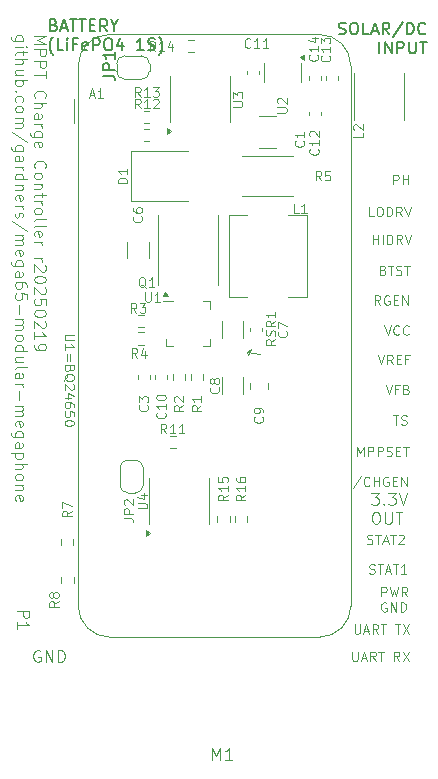
<source format=gto>
G04 #@! TF.GenerationSoftware,KiCad,Pcbnew,9.0.1+1*
G04 #@! TF.CreationDate,2025-11-11T14:39:54+00:00*
G04 #@! TF.ProjectId,mppt-charge,6d707074-2d63-4686-9172-67652e6b6963,0.2*
G04 #@! TF.SameCoordinates,Original*
G04 #@! TF.FileFunction,Legend,Top*
G04 #@! TF.FilePolarity,Positive*
%FSLAX46Y46*%
G04 Gerber Fmt 4.6, Leading zero omitted, Abs format (unit mm)*
G04 Created by KiCad (PCBNEW 9.0.1+1) date 2025-11-11 14:39:54*
%MOMM*%
%LPD*%
G01*
G04 APERTURE LIST*
%ADD10C,0.100000*%
%ADD11C,0.150000*%
%ADD12C,0.120000*%
%ADD13R,3.600000X1.150000*%
%ADD14R,2.540000X2.000000*%
%ADD15R,0.610000X1.270000*%
%ADD16R,1.650000X3.810000*%
%ADD17R,0.610000X1.020000*%
%ADD18O,2.600000X1.600000*%
%ADD19R,3.500000X2.500000*%
%ADD20R,4.860000X3.360000*%
%ADD21R,1.400000X1.390000*%
%ADD22O,0.800000X0.280000*%
%ADD23O,0.280000X0.800000*%
%ADD24R,2.140000X2.140000*%
G04 APERTURE END LIST*
D10*
X113125000Y-97510000D02*
X113250000Y-97835000D01*
X113250000Y-97835000D02*
X113425000Y-97310000D01*
X114200000Y-97710000D02*
X113125000Y-97510000D01*
X113425000Y-97310000D02*
X113125000Y-97510000D01*
X122460714Y-106349895D02*
X122460714Y-105549895D01*
X122460714Y-105549895D02*
X122727380Y-106121323D01*
X122727380Y-106121323D02*
X122994047Y-105549895D01*
X122994047Y-105549895D02*
X122994047Y-106349895D01*
X123375000Y-106349895D02*
X123375000Y-105549895D01*
X123375000Y-105549895D02*
X123679762Y-105549895D01*
X123679762Y-105549895D02*
X123755952Y-105587990D01*
X123755952Y-105587990D02*
X123794047Y-105626085D01*
X123794047Y-105626085D02*
X123832143Y-105702276D01*
X123832143Y-105702276D02*
X123832143Y-105816561D01*
X123832143Y-105816561D02*
X123794047Y-105892752D01*
X123794047Y-105892752D02*
X123755952Y-105930847D01*
X123755952Y-105930847D02*
X123679762Y-105968942D01*
X123679762Y-105968942D02*
X123375000Y-105968942D01*
X124175000Y-106349895D02*
X124175000Y-105549895D01*
X124175000Y-105549895D02*
X124479762Y-105549895D01*
X124479762Y-105549895D02*
X124555952Y-105587990D01*
X124555952Y-105587990D02*
X124594047Y-105626085D01*
X124594047Y-105626085D02*
X124632143Y-105702276D01*
X124632143Y-105702276D02*
X124632143Y-105816561D01*
X124632143Y-105816561D02*
X124594047Y-105892752D01*
X124594047Y-105892752D02*
X124555952Y-105930847D01*
X124555952Y-105930847D02*
X124479762Y-105968942D01*
X124479762Y-105968942D02*
X124175000Y-105968942D01*
X124936904Y-106311800D02*
X125051190Y-106349895D01*
X125051190Y-106349895D02*
X125241666Y-106349895D01*
X125241666Y-106349895D02*
X125317857Y-106311800D01*
X125317857Y-106311800D02*
X125355952Y-106273704D01*
X125355952Y-106273704D02*
X125394047Y-106197514D01*
X125394047Y-106197514D02*
X125394047Y-106121323D01*
X125394047Y-106121323D02*
X125355952Y-106045133D01*
X125355952Y-106045133D02*
X125317857Y-106007038D01*
X125317857Y-106007038D02*
X125241666Y-105968942D01*
X125241666Y-105968942D02*
X125089285Y-105930847D01*
X125089285Y-105930847D02*
X125013095Y-105892752D01*
X125013095Y-105892752D02*
X124975000Y-105854657D01*
X124975000Y-105854657D02*
X124936904Y-105778466D01*
X124936904Y-105778466D02*
X124936904Y-105702276D01*
X124936904Y-105702276D02*
X124975000Y-105626085D01*
X124975000Y-105626085D02*
X125013095Y-105587990D01*
X125013095Y-105587990D02*
X125089285Y-105549895D01*
X125089285Y-105549895D02*
X125279762Y-105549895D01*
X125279762Y-105549895D02*
X125394047Y-105587990D01*
X125736905Y-105930847D02*
X126003571Y-105930847D01*
X126117857Y-106349895D02*
X125736905Y-106349895D01*
X125736905Y-106349895D02*
X125736905Y-105549895D01*
X125736905Y-105549895D02*
X126117857Y-105549895D01*
X126346429Y-105549895D02*
X126803572Y-105549895D01*
X126575000Y-106349895D02*
X126575000Y-105549895D01*
X125521429Y-83349895D02*
X125521429Y-82549895D01*
X125521429Y-82549895D02*
X125826191Y-82549895D01*
X125826191Y-82549895D02*
X125902381Y-82587990D01*
X125902381Y-82587990D02*
X125940476Y-82626085D01*
X125940476Y-82626085D02*
X125978572Y-82702276D01*
X125978572Y-82702276D02*
X125978572Y-82816561D01*
X125978572Y-82816561D02*
X125940476Y-82892752D01*
X125940476Y-82892752D02*
X125902381Y-82930847D01*
X125902381Y-82930847D02*
X125826191Y-82968942D01*
X125826191Y-82968942D02*
X125521429Y-82968942D01*
X126321429Y-83349895D02*
X126321429Y-82549895D01*
X126321429Y-82930847D02*
X126778572Y-82930847D01*
X126778572Y-83349895D02*
X126778572Y-82549895D01*
X122031265Y-122906895D02*
X122031265Y-123554514D01*
X122031265Y-123554514D02*
X122069360Y-123630704D01*
X122069360Y-123630704D02*
X122107455Y-123668800D01*
X122107455Y-123668800D02*
X122183646Y-123706895D01*
X122183646Y-123706895D02*
X122336027Y-123706895D01*
X122336027Y-123706895D02*
X122412217Y-123668800D01*
X122412217Y-123668800D02*
X122450312Y-123630704D01*
X122450312Y-123630704D02*
X122488408Y-123554514D01*
X122488408Y-123554514D02*
X122488408Y-122906895D01*
X122831264Y-123478323D02*
X123212217Y-123478323D01*
X122755074Y-123706895D02*
X123021741Y-122906895D01*
X123021741Y-122906895D02*
X123288407Y-123706895D01*
X124012217Y-123706895D02*
X123745550Y-123325942D01*
X123555074Y-123706895D02*
X123555074Y-122906895D01*
X123555074Y-122906895D02*
X123859836Y-122906895D01*
X123859836Y-122906895D02*
X123936026Y-122944990D01*
X123936026Y-122944990D02*
X123974121Y-122983085D01*
X123974121Y-122983085D02*
X124012217Y-123059276D01*
X124012217Y-123059276D02*
X124012217Y-123173561D01*
X124012217Y-123173561D02*
X123974121Y-123249752D01*
X123974121Y-123249752D02*
X123936026Y-123287847D01*
X123936026Y-123287847D02*
X123859836Y-123325942D01*
X123859836Y-123325942D02*
X123555074Y-123325942D01*
X124240788Y-122906895D02*
X124697931Y-122906895D01*
X124469359Y-123706895D02*
X124469359Y-122906895D01*
X126031265Y-123706895D02*
X125764598Y-123325942D01*
X125574122Y-123706895D02*
X125574122Y-122906895D01*
X125574122Y-122906895D02*
X125878884Y-122906895D01*
X125878884Y-122906895D02*
X125955074Y-122944990D01*
X125955074Y-122944990D02*
X125993169Y-122983085D01*
X125993169Y-122983085D02*
X126031265Y-123059276D01*
X126031265Y-123059276D02*
X126031265Y-123173561D01*
X126031265Y-123173561D02*
X125993169Y-123249752D01*
X125993169Y-123249752D02*
X125955074Y-123287847D01*
X125955074Y-123287847D02*
X125878884Y-123325942D01*
X125878884Y-123325942D02*
X125574122Y-123325942D01*
X126297931Y-122906895D02*
X126831265Y-123706895D01*
X126831265Y-122906895D02*
X126297931Y-123706895D01*
X124203571Y-97774895D02*
X124470238Y-98574895D01*
X124470238Y-98574895D02*
X124736904Y-97774895D01*
X125460714Y-98574895D02*
X125194047Y-98193942D01*
X125003571Y-98574895D02*
X125003571Y-97774895D01*
X125003571Y-97774895D02*
X125308333Y-97774895D01*
X125308333Y-97774895D02*
X125384523Y-97812990D01*
X125384523Y-97812990D02*
X125422618Y-97851085D01*
X125422618Y-97851085D02*
X125460714Y-97927276D01*
X125460714Y-97927276D02*
X125460714Y-98041561D01*
X125460714Y-98041561D02*
X125422618Y-98117752D01*
X125422618Y-98117752D02*
X125384523Y-98155847D01*
X125384523Y-98155847D02*
X125308333Y-98193942D01*
X125308333Y-98193942D02*
X125003571Y-98193942D01*
X125803571Y-98155847D02*
X126070237Y-98155847D01*
X126184523Y-98574895D02*
X125803571Y-98574895D01*
X125803571Y-98574895D02*
X125803571Y-97774895D01*
X125803571Y-97774895D02*
X126184523Y-97774895D01*
X126794047Y-98155847D02*
X126527381Y-98155847D01*
X126527381Y-98574895D02*
X126527381Y-97774895D01*
X126527381Y-97774895D02*
X126908333Y-97774895D01*
X124758333Y-95299895D02*
X125025000Y-96099895D01*
X125025000Y-96099895D02*
X125291666Y-95299895D01*
X126015476Y-96023704D02*
X125977380Y-96061800D01*
X125977380Y-96061800D02*
X125863095Y-96099895D01*
X125863095Y-96099895D02*
X125786904Y-96099895D01*
X125786904Y-96099895D02*
X125672618Y-96061800D01*
X125672618Y-96061800D02*
X125596428Y-95985609D01*
X125596428Y-95985609D02*
X125558333Y-95909419D01*
X125558333Y-95909419D02*
X125520237Y-95757038D01*
X125520237Y-95757038D02*
X125520237Y-95642752D01*
X125520237Y-95642752D02*
X125558333Y-95490371D01*
X125558333Y-95490371D02*
X125596428Y-95414180D01*
X125596428Y-95414180D02*
X125672618Y-95337990D01*
X125672618Y-95337990D02*
X125786904Y-95299895D01*
X125786904Y-95299895D02*
X125863095Y-95299895D01*
X125863095Y-95299895D02*
X125977380Y-95337990D01*
X125977380Y-95337990D02*
X126015476Y-95376085D01*
X126815476Y-96023704D02*
X126777380Y-96061800D01*
X126777380Y-96061800D02*
X126663095Y-96099895D01*
X126663095Y-96099895D02*
X126586904Y-96099895D01*
X126586904Y-96099895D02*
X126472618Y-96061800D01*
X126472618Y-96061800D02*
X126396428Y-95985609D01*
X126396428Y-95985609D02*
X126358333Y-95909419D01*
X126358333Y-95909419D02*
X126320237Y-95757038D01*
X126320237Y-95757038D02*
X126320237Y-95642752D01*
X126320237Y-95642752D02*
X126358333Y-95490371D01*
X126358333Y-95490371D02*
X126396428Y-95414180D01*
X126396428Y-95414180D02*
X126472618Y-95337990D01*
X126472618Y-95337990D02*
X126586904Y-95299895D01*
X126586904Y-95299895D02*
X126663095Y-95299895D01*
X126663095Y-95299895D02*
X126777380Y-95337990D01*
X126777380Y-95337990D02*
X126815476Y-95376085D01*
X124641666Y-90605847D02*
X124755952Y-90643942D01*
X124755952Y-90643942D02*
X124794047Y-90682038D01*
X124794047Y-90682038D02*
X124832143Y-90758228D01*
X124832143Y-90758228D02*
X124832143Y-90872514D01*
X124832143Y-90872514D02*
X124794047Y-90948704D01*
X124794047Y-90948704D02*
X124755952Y-90986800D01*
X124755952Y-90986800D02*
X124679762Y-91024895D01*
X124679762Y-91024895D02*
X124375000Y-91024895D01*
X124375000Y-91024895D02*
X124375000Y-90224895D01*
X124375000Y-90224895D02*
X124641666Y-90224895D01*
X124641666Y-90224895D02*
X124717857Y-90262990D01*
X124717857Y-90262990D02*
X124755952Y-90301085D01*
X124755952Y-90301085D02*
X124794047Y-90377276D01*
X124794047Y-90377276D02*
X124794047Y-90453466D01*
X124794047Y-90453466D02*
X124755952Y-90529657D01*
X124755952Y-90529657D02*
X124717857Y-90567752D01*
X124717857Y-90567752D02*
X124641666Y-90605847D01*
X124641666Y-90605847D02*
X124375000Y-90605847D01*
X125060714Y-90224895D02*
X125517857Y-90224895D01*
X125289285Y-91024895D02*
X125289285Y-90224895D01*
X125746428Y-90986800D02*
X125860714Y-91024895D01*
X125860714Y-91024895D02*
X126051190Y-91024895D01*
X126051190Y-91024895D02*
X126127381Y-90986800D01*
X126127381Y-90986800D02*
X126165476Y-90948704D01*
X126165476Y-90948704D02*
X126203571Y-90872514D01*
X126203571Y-90872514D02*
X126203571Y-90796323D01*
X126203571Y-90796323D02*
X126165476Y-90720133D01*
X126165476Y-90720133D02*
X126127381Y-90682038D01*
X126127381Y-90682038D02*
X126051190Y-90643942D01*
X126051190Y-90643942D02*
X125898809Y-90605847D01*
X125898809Y-90605847D02*
X125822619Y-90567752D01*
X125822619Y-90567752D02*
X125784524Y-90529657D01*
X125784524Y-90529657D02*
X125746428Y-90453466D01*
X125746428Y-90453466D02*
X125746428Y-90377276D01*
X125746428Y-90377276D02*
X125784524Y-90301085D01*
X125784524Y-90301085D02*
X125822619Y-90262990D01*
X125822619Y-90262990D02*
X125898809Y-90224895D01*
X125898809Y-90224895D02*
X126089286Y-90224895D01*
X126089286Y-90224895D02*
X126203571Y-90262990D01*
X126432143Y-90224895D02*
X126889286Y-90224895D01*
X126660714Y-91024895D02*
X126660714Y-90224895D01*
X122231265Y-120581895D02*
X122231265Y-121229514D01*
X122231265Y-121229514D02*
X122269360Y-121305704D01*
X122269360Y-121305704D02*
X122307455Y-121343800D01*
X122307455Y-121343800D02*
X122383646Y-121381895D01*
X122383646Y-121381895D02*
X122536027Y-121381895D01*
X122536027Y-121381895D02*
X122612217Y-121343800D01*
X122612217Y-121343800D02*
X122650312Y-121305704D01*
X122650312Y-121305704D02*
X122688408Y-121229514D01*
X122688408Y-121229514D02*
X122688408Y-120581895D01*
X123031264Y-121153323D02*
X123412217Y-121153323D01*
X122955074Y-121381895D02*
X123221741Y-120581895D01*
X123221741Y-120581895D02*
X123488407Y-121381895D01*
X124212217Y-121381895D02*
X123945550Y-121000942D01*
X123755074Y-121381895D02*
X123755074Y-120581895D01*
X123755074Y-120581895D02*
X124059836Y-120581895D01*
X124059836Y-120581895D02*
X124136026Y-120619990D01*
X124136026Y-120619990D02*
X124174121Y-120658085D01*
X124174121Y-120658085D02*
X124212217Y-120734276D01*
X124212217Y-120734276D02*
X124212217Y-120848561D01*
X124212217Y-120848561D02*
X124174121Y-120924752D01*
X124174121Y-120924752D02*
X124136026Y-120962847D01*
X124136026Y-120962847D02*
X124059836Y-121000942D01*
X124059836Y-121000942D02*
X123755074Y-121000942D01*
X124440788Y-120581895D02*
X124897931Y-120581895D01*
X124669359Y-121381895D02*
X124669359Y-120581895D01*
X125659836Y-120581895D02*
X126116979Y-120581895D01*
X125888407Y-121381895D02*
X125888407Y-120581895D01*
X126307455Y-120581895D02*
X126840789Y-121381895D01*
X126840789Y-120581895D02*
X126307455Y-121381895D01*
X122767857Y-108061800D02*
X122082143Y-109090371D01*
X123491667Y-108823704D02*
X123453571Y-108861800D01*
X123453571Y-108861800D02*
X123339286Y-108899895D01*
X123339286Y-108899895D02*
X123263095Y-108899895D01*
X123263095Y-108899895D02*
X123148809Y-108861800D01*
X123148809Y-108861800D02*
X123072619Y-108785609D01*
X123072619Y-108785609D02*
X123034524Y-108709419D01*
X123034524Y-108709419D02*
X122996428Y-108557038D01*
X122996428Y-108557038D02*
X122996428Y-108442752D01*
X122996428Y-108442752D02*
X123034524Y-108290371D01*
X123034524Y-108290371D02*
X123072619Y-108214180D01*
X123072619Y-108214180D02*
X123148809Y-108137990D01*
X123148809Y-108137990D02*
X123263095Y-108099895D01*
X123263095Y-108099895D02*
X123339286Y-108099895D01*
X123339286Y-108099895D02*
X123453571Y-108137990D01*
X123453571Y-108137990D02*
X123491667Y-108176085D01*
X123834524Y-108899895D02*
X123834524Y-108099895D01*
X123834524Y-108480847D02*
X124291667Y-108480847D01*
X124291667Y-108899895D02*
X124291667Y-108099895D01*
X125091666Y-108137990D02*
X125015476Y-108099895D01*
X125015476Y-108099895D02*
X124901190Y-108099895D01*
X124901190Y-108099895D02*
X124786904Y-108137990D01*
X124786904Y-108137990D02*
X124710714Y-108214180D01*
X124710714Y-108214180D02*
X124672619Y-108290371D01*
X124672619Y-108290371D02*
X124634523Y-108442752D01*
X124634523Y-108442752D02*
X124634523Y-108557038D01*
X124634523Y-108557038D02*
X124672619Y-108709419D01*
X124672619Y-108709419D02*
X124710714Y-108785609D01*
X124710714Y-108785609D02*
X124786904Y-108861800D01*
X124786904Y-108861800D02*
X124901190Y-108899895D01*
X124901190Y-108899895D02*
X124977381Y-108899895D01*
X124977381Y-108899895D02*
X125091666Y-108861800D01*
X125091666Y-108861800D02*
X125129762Y-108823704D01*
X125129762Y-108823704D02*
X125129762Y-108557038D01*
X125129762Y-108557038D02*
X124977381Y-108557038D01*
X125472619Y-108480847D02*
X125739285Y-108480847D01*
X125853571Y-108899895D02*
X125472619Y-108899895D01*
X125472619Y-108899895D02*
X125472619Y-108099895D01*
X125472619Y-108099895D02*
X125853571Y-108099895D01*
X126196429Y-108899895D02*
X126196429Y-108099895D01*
X126196429Y-108099895D02*
X126653572Y-108899895D01*
X126653572Y-108899895D02*
X126653572Y-108099895D01*
X123860714Y-86049895D02*
X123479762Y-86049895D01*
X123479762Y-86049895D02*
X123479762Y-85249895D01*
X124279762Y-85249895D02*
X124432143Y-85249895D01*
X124432143Y-85249895D02*
X124508333Y-85287990D01*
X124508333Y-85287990D02*
X124584524Y-85364180D01*
X124584524Y-85364180D02*
X124622619Y-85516561D01*
X124622619Y-85516561D02*
X124622619Y-85783228D01*
X124622619Y-85783228D02*
X124584524Y-85935609D01*
X124584524Y-85935609D02*
X124508333Y-86011800D01*
X124508333Y-86011800D02*
X124432143Y-86049895D01*
X124432143Y-86049895D02*
X124279762Y-86049895D01*
X124279762Y-86049895D02*
X124203571Y-86011800D01*
X124203571Y-86011800D02*
X124127381Y-85935609D01*
X124127381Y-85935609D02*
X124089285Y-85783228D01*
X124089285Y-85783228D02*
X124089285Y-85516561D01*
X124089285Y-85516561D02*
X124127381Y-85364180D01*
X124127381Y-85364180D02*
X124203571Y-85287990D01*
X124203571Y-85287990D02*
X124279762Y-85249895D01*
X124965476Y-86049895D02*
X124965476Y-85249895D01*
X124965476Y-85249895D02*
X125155952Y-85249895D01*
X125155952Y-85249895D02*
X125270238Y-85287990D01*
X125270238Y-85287990D02*
X125346428Y-85364180D01*
X125346428Y-85364180D02*
X125384523Y-85440371D01*
X125384523Y-85440371D02*
X125422619Y-85592752D01*
X125422619Y-85592752D02*
X125422619Y-85707038D01*
X125422619Y-85707038D02*
X125384523Y-85859419D01*
X125384523Y-85859419D02*
X125346428Y-85935609D01*
X125346428Y-85935609D02*
X125270238Y-86011800D01*
X125270238Y-86011800D02*
X125155952Y-86049895D01*
X125155952Y-86049895D02*
X124965476Y-86049895D01*
X126222619Y-86049895D02*
X125955952Y-85668942D01*
X125765476Y-86049895D02*
X125765476Y-85249895D01*
X125765476Y-85249895D02*
X126070238Y-85249895D01*
X126070238Y-85249895D02*
X126146428Y-85287990D01*
X126146428Y-85287990D02*
X126184523Y-85326085D01*
X126184523Y-85326085D02*
X126222619Y-85402276D01*
X126222619Y-85402276D02*
X126222619Y-85516561D01*
X126222619Y-85516561D02*
X126184523Y-85592752D01*
X126184523Y-85592752D02*
X126146428Y-85630847D01*
X126146428Y-85630847D02*
X126070238Y-85668942D01*
X126070238Y-85668942D02*
X125765476Y-85668942D01*
X126451190Y-85249895D02*
X126717857Y-86049895D01*
X126717857Y-86049895D02*
X126984523Y-85249895D01*
X123658646Y-109472475D02*
X124277693Y-109472475D01*
X124277693Y-109472475D02*
X123944360Y-109853427D01*
X123944360Y-109853427D02*
X124087217Y-109853427D01*
X124087217Y-109853427D02*
X124182455Y-109901046D01*
X124182455Y-109901046D02*
X124230074Y-109948665D01*
X124230074Y-109948665D02*
X124277693Y-110043903D01*
X124277693Y-110043903D02*
X124277693Y-110281998D01*
X124277693Y-110281998D02*
X124230074Y-110377236D01*
X124230074Y-110377236D02*
X124182455Y-110424856D01*
X124182455Y-110424856D02*
X124087217Y-110472475D01*
X124087217Y-110472475D02*
X123801503Y-110472475D01*
X123801503Y-110472475D02*
X123706265Y-110424856D01*
X123706265Y-110424856D02*
X123658646Y-110377236D01*
X124706265Y-110377236D02*
X124753884Y-110424856D01*
X124753884Y-110424856D02*
X124706265Y-110472475D01*
X124706265Y-110472475D02*
X124658646Y-110424856D01*
X124658646Y-110424856D02*
X124706265Y-110377236D01*
X124706265Y-110377236D02*
X124706265Y-110472475D01*
X125087217Y-109472475D02*
X125706264Y-109472475D01*
X125706264Y-109472475D02*
X125372931Y-109853427D01*
X125372931Y-109853427D02*
X125515788Y-109853427D01*
X125515788Y-109853427D02*
X125611026Y-109901046D01*
X125611026Y-109901046D02*
X125658645Y-109948665D01*
X125658645Y-109948665D02*
X125706264Y-110043903D01*
X125706264Y-110043903D02*
X125706264Y-110281998D01*
X125706264Y-110281998D02*
X125658645Y-110377236D01*
X125658645Y-110377236D02*
X125611026Y-110424856D01*
X125611026Y-110424856D02*
X125515788Y-110472475D01*
X125515788Y-110472475D02*
X125230074Y-110472475D01*
X125230074Y-110472475D02*
X125134836Y-110424856D01*
X125134836Y-110424856D02*
X125087217Y-110377236D01*
X125991979Y-109472475D02*
X126325312Y-110472475D01*
X126325312Y-110472475D02*
X126658645Y-109472475D01*
X123944360Y-111082419D02*
X124134836Y-111082419D01*
X124134836Y-111082419D02*
X124230074Y-111130038D01*
X124230074Y-111130038D02*
X124325312Y-111225276D01*
X124325312Y-111225276D02*
X124372931Y-111415752D01*
X124372931Y-111415752D02*
X124372931Y-111749085D01*
X124372931Y-111749085D02*
X124325312Y-111939561D01*
X124325312Y-111939561D02*
X124230074Y-112034800D01*
X124230074Y-112034800D02*
X124134836Y-112082419D01*
X124134836Y-112082419D02*
X123944360Y-112082419D01*
X123944360Y-112082419D02*
X123849122Y-112034800D01*
X123849122Y-112034800D02*
X123753884Y-111939561D01*
X123753884Y-111939561D02*
X123706265Y-111749085D01*
X123706265Y-111749085D02*
X123706265Y-111415752D01*
X123706265Y-111415752D02*
X123753884Y-111225276D01*
X123753884Y-111225276D02*
X123849122Y-111130038D01*
X123849122Y-111130038D02*
X123944360Y-111082419D01*
X124801503Y-111082419D02*
X124801503Y-111891942D01*
X124801503Y-111891942D02*
X124849122Y-111987180D01*
X124849122Y-111987180D02*
X124896741Y-112034800D01*
X124896741Y-112034800D02*
X124991979Y-112082419D01*
X124991979Y-112082419D02*
X125182455Y-112082419D01*
X125182455Y-112082419D02*
X125277693Y-112034800D01*
X125277693Y-112034800D02*
X125325312Y-111987180D01*
X125325312Y-111987180D02*
X125372931Y-111891942D01*
X125372931Y-111891942D02*
X125372931Y-111082419D01*
X125706265Y-111082419D02*
X126277693Y-111082419D01*
X125991979Y-112082419D02*
X125991979Y-111082419D01*
X124865476Y-100324895D02*
X125132143Y-101124895D01*
X125132143Y-101124895D02*
X125398809Y-100324895D01*
X125932142Y-100705847D02*
X125665476Y-100705847D01*
X125665476Y-101124895D02*
X125665476Y-100324895D01*
X125665476Y-100324895D02*
X126046428Y-100324895D01*
X126617856Y-100705847D02*
X126732142Y-100743942D01*
X126732142Y-100743942D02*
X126770237Y-100782038D01*
X126770237Y-100782038D02*
X126808333Y-100858228D01*
X126808333Y-100858228D02*
X126808333Y-100972514D01*
X126808333Y-100972514D02*
X126770237Y-101048704D01*
X126770237Y-101048704D02*
X126732142Y-101086800D01*
X126732142Y-101086800D02*
X126655952Y-101124895D01*
X126655952Y-101124895D02*
X126351190Y-101124895D01*
X126351190Y-101124895D02*
X126351190Y-100324895D01*
X126351190Y-100324895D02*
X126617856Y-100324895D01*
X126617856Y-100324895D02*
X126694047Y-100362990D01*
X126694047Y-100362990D02*
X126732142Y-100401085D01*
X126732142Y-100401085D02*
X126770237Y-100477276D01*
X126770237Y-100477276D02*
X126770237Y-100553466D01*
X126770237Y-100553466D02*
X126732142Y-100629657D01*
X126732142Y-100629657D02*
X126694047Y-100667752D01*
X126694047Y-100667752D02*
X126617856Y-100705847D01*
X126617856Y-100705847D02*
X126351190Y-100705847D01*
X95087524Y-70788884D02*
X96087524Y-70788884D01*
X96087524Y-70788884D02*
X95373239Y-71122217D01*
X95373239Y-71122217D02*
X96087524Y-71455550D01*
X96087524Y-71455550D02*
X95087524Y-71455550D01*
X95087524Y-71931741D02*
X96087524Y-71931741D01*
X96087524Y-71931741D02*
X96087524Y-72312693D01*
X96087524Y-72312693D02*
X96039905Y-72407931D01*
X96039905Y-72407931D02*
X95992286Y-72455550D01*
X95992286Y-72455550D02*
X95897048Y-72503169D01*
X95897048Y-72503169D02*
X95754191Y-72503169D01*
X95754191Y-72503169D02*
X95658953Y-72455550D01*
X95658953Y-72455550D02*
X95611334Y-72407931D01*
X95611334Y-72407931D02*
X95563715Y-72312693D01*
X95563715Y-72312693D02*
X95563715Y-71931741D01*
X95087524Y-72931741D02*
X96087524Y-72931741D01*
X96087524Y-72931741D02*
X96087524Y-73312693D01*
X96087524Y-73312693D02*
X96039905Y-73407931D01*
X96039905Y-73407931D02*
X95992286Y-73455550D01*
X95992286Y-73455550D02*
X95897048Y-73503169D01*
X95897048Y-73503169D02*
X95754191Y-73503169D01*
X95754191Y-73503169D02*
X95658953Y-73455550D01*
X95658953Y-73455550D02*
X95611334Y-73407931D01*
X95611334Y-73407931D02*
X95563715Y-73312693D01*
X95563715Y-73312693D02*
X95563715Y-72931741D01*
X96087524Y-73788884D02*
X96087524Y-74360312D01*
X95087524Y-74074598D02*
X96087524Y-74074598D01*
X95182763Y-76026979D02*
X95135144Y-75979360D01*
X95135144Y-75979360D02*
X95087524Y-75836503D01*
X95087524Y-75836503D02*
X95087524Y-75741265D01*
X95087524Y-75741265D02*
X95135144Y-75598408D01*
X95135144Y-75598408D02*
X95230382Y-75503170D01*
X95230382Y-75503170D02*
X95325620Y-75455551D01*
X95325620Y-75455551D02*
X95516096Y-75407932D01*
X95516096Y-75407932D02*
X95658953Y-75407932D01*
X95658953Y-75407932D02*
X95849429Y-75455551D01*
X95849429Y-75455551D02*
X95944667Y-75503170D01*
X95944667Y-75503170D02*
X96039905Y-75598408D01*
X96039905Y-75598408D02*
X96087524Y-75741265D01*
X96087524Y-75741265D02*
X96087524Y-75836503D01*
X96087524Y-75836503D02*
X96039905Y-75979360D01*
X96039905Y-75979360D02*
X95992286Y-76026979D01*
X95087524Y-76455551D02*
X96087524Y-76455551D01*
X95087524Y-76884122D02*
X95611334Y-76884122D01*
X95611334Y-76884122D02*
X95706572Y-76836503D01*
X95706572Y-76836503D02*
X95754191Y-76741265D01*
X95754191Y-76741265D02*
X95754191Y-76598408D01*
X95754191Y-76598408D02*
X95706572Y-76503170D01*
X95706572Y-76503170D02*
X95658953Y-76455551D01*
X95087524Y-77788884D02*
X95611334Y-77788884D01*
X95611334Y-77788884D02*
X95706572Y-77741265D01*
X95706572Y-77741265D02*
X95754191Y-77646027D01*
X95754191Y-77646027D02*
X95754191Y-77455551D01*
X95754191Y-77455551D02*
X95706572Y-77360313D01*
X95135144Y-77788884D02*
X95087524Y-77693646D01*
X95087524Y-77693646D02*
X95087524Y-77455551D01*
X95087524Y-77455551D02*
X95135144Y-77360313D01*
X95135144Y-77360313D02*
X95230382Y-77312694D01*
X95230382Y-77312694D02*
X95325620Y-77312694D01*
X95325620Y-77312694D02*
X95420858Y-77360313D01*
X95420858Y-77360313D02*
X95468477Y-77455551D01*
X95468477Y-77455551D02*
X95468477Y-77693646D01*
X95468477Y-77693646D02*
X95516096Y-77788884D01*
X95087524Y-78265075D02*
X95754191Y-78265075D01*
X95563715Y-78265075D02*
X95658953Y-78312694D01*
X95658953Y-78312694D02*
X95706572Y-78360313D01*
X95706572Y-78360313D02*
X95754191Y-78455551D01*
X95754191Y-78455551D02*
X95754191Y-78550789D01*
X95754191Y-79312694D02*
X94944667Y-79312694D01*
X94944667Y-79312694D02*
X94849429Y-79265075D01*
X94849429Y-79265075D02*
X94801810Y-79217456D01*
X94801810Y-79217456D02*
X94754191Y-79122218D01*
X94754191Y-79122218D02*
X94754191Y-78979361D01*
X94754191Y-78979361D02*
X94801810Y-78884123D01*
X95135144Y-79312694D02*
X95087524Y-79217456D01*
X95087524Y-79217456D02*
X95087524Y-79026980D01*
X95087524Y-79026980D02*
X95135144Y-78931742D01*
X95135144Y-78931742D02*
X95182763Y-78884123D01*
X95182763Y-78884123D02*
X95278001Y-78836504D01*
X95278001Y-78836504D02*
X95563715Y-78836504D01*
X95563715Y-78836504D02*
X95658953Y-78884123D01*
X95658953Y-78884123D02*
X95706572Y-78931742D01*
X95706572Y-78931742D02*
X95754191Y-79026980D01*
X95754191Y-79026980D02*
X95754191Y-79217456D01*
X95754191Y-79217456D02*
X95706572Y-79312694D01*
X95135144Y-80169837D02*
X95087524Y-80074599D01*
X95087524Y-80074599D02*
X95087524Y-79884123D01*
X95087524Y-79884123D02*
X95135144Y-79788885D01*
X95135144Y-79788885D02*
X95230382Y-79741266D01*
X95230382Y-79741266D02*
X95611334Y-79741266D01*
X95611334Y-79741266D02*
X95706572Y-79788885D01*
X95706572Y-79788885D02*
X95754191Y-79884123D01*
X95754191Y-79884123D02*
X95754191Y-80074599D01*
X95754191Y-80074599D02*
X95706572Y-80169837D01*
X95706572Y-80169837D02*
X95611334Y-80217456D01*
X95611334Y-80217456D02*
X95516096Y-80217456D01*
X95516096Y-80217456D02*
X95420858Y-79741266D01*
X95182763Y-81979361D02*
X95135144Y-81931742D01*
X95135144Y-81931742D02*
X95087524Y-81788885D01*
X95087524Y-81788885D02*
X95087524Y-81693647D01*
X95087524Y-81693647D02*
X95135144Y-81550790D01*
X95135144Y-81550790D02*
X95230382Y-81455552D01*
X95230382Y-81455552D02*
X95325620Y-81407933D01*
X95325620Y-81407933D02*
X95516096Y-81360314D01*
X95516096Y-81360314D02*
X95658953Y-81360314D01*
X95658953Y-81360314D02*
X95849429Y-81407933D01*
X95849429Y-81407933D02*
X95944667Y-81455552D01*
X95944667Y-81455552D02*
X96039905Y-81550790D01*
X96039905Y-81550790D02*
X96087524Y-81693647D01*
X96087524Y-81693647D02*
X96087524Y-81788885D01*
X96087524Y-81788885D02*
X96039905Y-81931742D01*
X96039905Y-81931742D02*
X95992286Y-81979361D01*
X95087524Y-82550790D02*
X95135144Y-82455552D01*
X95135144Y-82455552D02*
X95182763Y-82407933D01*
X95182763Y-82407933D02*
X95278001Y-82360314D01*
X95278001Y-82360314D02*
X95563715Y-82360314D01*
X95563715Y-82360314D02*
X95658953Y-82407933D01*
X95658953Y-82407933D02*
X95706572Y-82455552D01*
X95706572Y-82455552D02*
X95754191Y-82550790D01*
X95754191Y-82550790D02*
X95754191Y-82693647D01*
X95754191Y-82693647D02*
X95706572Y-82788885D01*
X95706572Y-82788885D02*
X95658953Y-82836504D01*
X95658953Y-82836504D02*
X95563715Y-82884123D01*
X95563715Y-82884123D02*
X95278001Y-82884123D01*
X95278001Y-82884123D02*
X95182763Y-82836504D01*
X95182763Y-82836504D02*
X95135144Y-82788885D01*
X95135144Y-82788885D02*
X95087524Y-82693647D01*
X95087524Y-82693647D02*
X95087524Y-82550790D01*
X95754191Y-83312695D02*
X95087524Y-83312695D01*
X95658953Y-83312695D02*
X95706572Y-83360314D01*
X95706572Y-83360314D02*
X95754191Y-83455552D01*
X95754191Y-83455552D02*
X95754191Y-83598409D01*
X95754191Y-83598409D02*
X95706572Y-83693647D01*
X95706572Y-83693647D02*
X95611334Y-83741266D01*
X95611334Y-83741266D02*
X95087524Y-83741266D01*
X95754191Y-84074600D02*
X95754191Y-84455552D01*
X96087524Y-84217457D02*
X95230382Y-84217457D01*
X95230382Y-84217457D02*
X95135144Y-84265076D01*
X95135144Y-84265076D02*
X95087524Y-84360314D01*
X95087524Y-84360314D02*
X95087524Y-84455552D01*
X95087524Y-84788886D02*
X95754191Y-84788886D01*
X95563715Y-84788886D02*
X95658953Y-84836505D01*
X95658953Y-84836505D02*
X95706572Y-84884124D01*
X95706572Y-84884124D02*
X95754191Y-84979362D01*
X95754191Y-84979362D02*
X95754191Y-85074600D01*
X95087524Y-85550791D02*
X95135144Y-85455553D01*
X95135144Y-85455553D02*
X95182763Y-85407934D01*
X95182763Y-85407934D02*
X95278001Y-85360315D01*
X95278001Y-85360315D02*
X95563715Y-85360315D01*
X95563715Y-85360315D02*
X95658953Y-85407934D01*
X95658953Y-85407934D02*
X95706572Y-85455553D01*
X95706572Y-85455553D02*
X95754191Y-85550791D01*
X95754191Y-85550791D02*
X95754191Y-85693648D01*
X95754191Y-85693648D02*
X95706572Y-85788886D01*
X95706572Y-85788886D02*
X95658953Y-85836505D01*
X95658953Y-85836505D02*
X95563715Y-85884124D01*
X95563715Y-85884124D02*
X95278001Y-85884124D01*
X95278001Y-85884124D02*
X95182763Y-85836505D01*
X95182763Y-85836505D02*
X95135144Y-85788886D01*
X95135144Y-85788886D02*
X95087524Y-85693648D01*
X95087524Y-85693648D02*
X95087524Y-85550791D01*
X95087524Y-86455553D02*
X95135144Y-86360315D01*
X95135144Y-86360315D02*
X95230382Y-86312696D01*
X95230382Y-86312696D02*
X96087524Y-86312696D01*
X95087524Y-86979363D02*
X95135144Y-86884125D01*
X95135144Y-86884125D02*
X95230382Y-86836506D01*
X95230382Y-86836506D02*
X96087524Y-86836506D01*
X95135144Y-87741268D02*
X95087524Y-87646030D01*
X95087524Y-87646030D02*
X95087524Y-87455554D01*
X95087524Y-87455554D02*
X95135144Y-87360316D01*
X95135144Y-87360316D02*
X95230382Y-87312697D01*
X95230382Y-87312697D02*
X95611334Y-87312697D01*
X95611334Y-87312697D02*
X95706572Y-87360316D01*
X95706572Y-87360316D02*
X95754191Y-87455554D01*
X95754191Y-87455554D02*
X95754191Y-87646030D01*
X95754191Y-87646030D02*
X95706572Y-87741268D01*
X95706572Y-87741268D02*
X95611334Y-87788887D01*
X95611334Y-87788887D02*
X95516096Y-87788887D01*
X95516096Y-87788887D02*
X95420858Y-87312697D01*
X95087524Y-88217459D02*
X95754191Y-88217459D01*
X95563715Y-88217459D02*
X95658953Y-88265078D01*
X95658953Y-88265078D02*
X95706572Y-88312697D01*
X95706572Y-88312697D02*
X95754191Y-88407935D01*
X95754191Y-88407935D02*
X95754191Y-88503173D01*
X95087524Y-89598412D02*
X95754191Y-89598412D01*
X95563715Y-89598412D02*
X95658953Y-89646031D01*
X95658953Y-89646031D02*
X95706572Y-89693650D01*
X95706572Y-89693650D02*
X95754191Y-89788888D01*
X95754191Y-89788888D02*
X95754191Y-89884126D01*
X95992286Y-90169841D02*
X96039905Y-90217460D01*
X96039905Y-90217460D02*
X96087524Y-90312698D01*
X96087524Y-90312698D02*
X96087524Y-90550793D01*
X96087524Y-90550793D02*
X96039905Y-90646031D01*
X96039905Y-90646031D02*
X95992286Y-90693650D01*
X95992286Y-90693650D02*
X95897048Y-90741269D01*
X95897048Y-90741269D02*
X95801810Y-90741269D01*
X95801810Y-90741269D02*
X95658953Y-90693650D01*
X95658953Y-90693650D02*
X95087524Y-90122222D01*
X95087524Y-90122222D02*
X95087524Y-90741269D01*
X96087524Y-91360317D02*
X96087524Y-91455555D01*
X96087524Y-91455555D02*
X96039905Y-91550793D01*
X96039905Y-91550793D02*
X95992286Y-91598412D01*
X95992286Y-91598412D02*
X95897048Y-91646031D01*
X95897048Y-91646031D02*
X95706572Y-91693650D01*
X95706572Y-91693650D02*
X95468477Y-91693650D01*
X95468477Y-91693650D02*
X95278001Y-91646031D01*
X95278001Y-91646031D02*
X95182763Y-91598412D01*
X95182763Y-91598412D02*
X95135144Y-91550793D01*
X95135144Y-91550793D02*
X95087524Y-91455555D01*
X95087524Y-91455555D02*
X95087524Y-91360317D01*
X95087524Y-91360317D02*
X95135144Y-91265079D01*
X95135144Y-91265079D02*
X95182763Y-91217460D01*
X95182763Y-91217460D02*
X95278001Y-91169841D01*
X95278001Y-91169841D02*
X95468477Y-91122222D01*
X95468477Y-91122222D02*
X95706572Y-91122222D01*
X95706572Y-91122222D02*
X95897048Y-91169841D01*
X95897048Y-91169841D02*
X95992286Y-91217460D01*
X95992286Y-91217460D02*
X96039905Y-91265079D01*
X96039905Y-91265079D02*
X96087524Y-91360317D01*
X95992286Y-92074603D02*
X96039905Y-92122222D01*
X96039905Y-92122222D02*
X96087524Y-92217460D01*
X96087524Y-92217460D02*
X96087524Y-92455555D01*
X96087524Y-92455555D02*
X96039905Y-92550793D01*
X96039905Y-92550793D02*
X95992286Y-92598412D01*
X95992286Y-92598412D02*
X95897048Y-92646031D01*
X95897048Y-92646031D02*
X95801810Y-92646031D01*
X95801810Y-92646031D02*
X95658953Y-92598412D01*
X95658953Y-92598412D02*
X95087524Y-92026984D01*
X95087524Y-92026984D02*
X95087524Y-92646031D01*
X96087524Y-93550793D02*
X96087524Y-93074603D01*
X96087524Y-93074603D02*
X95611334Y-93026984D01*
X95611334Y-93026984D02*
X95658953Y-93074603D01*
X95658953Y-93074603D02*
X95706572Y-93169841D01*
X95706572Y-93169841D02*
X95706572Y-93407936D01*
X95706572Y-93407936D02*
X95658953Y-93503174D01*
X95658953Y-93503174D02*
X95611334Y-93550793D01*
X95611334Y-93550793D02*
X95516096Y-93598412D01*
X95516096Y-93598412D02*
X95278001Y-93598412D01*
X95278001Y-93598412D02*
X95182763Y-93550793D01*
X95182763Y-93550793D02*
X95135144Y-93503174D01*
X95135144Y-93503174D02*
X95087524Y-93407936D01*
X95087524Y-93407936D02*
X95087524Y-93169841D01*
X95087524Y-93169841D02*
X95135144Y-93074603D01*
X95135144Y-93074603D02*
X95182763Y-93026984D01*
X96087524Y-94217460D02*
X96087524Y-94312698D01*
X96087524Y-94312698D02*
X96039905Y-94407936D01*
X96039905Y-94407936D02*
X95992286Y-94455555D01*
X95992286Y-94455555D02*
X95897048Y-94503174D01*
X95897048Y-94503174D02*
X95706572Y-94550793D01*
X95706572Y-94550793D02*
X95468477Y-94550793D01*
X95468477Y-94550793D02*
X95278001Y-94503174D01*
X95278001Y-94503174D02*
X95182763Y-94455555D01*
X95182763Y-94455555D02*
X95135144Y-94407936D01*
X95135144Y-94407936D02*
X95087524Y-94312698D01*
X95087524Y-94312698D02*
X95087524Y-94217460D01*
X95087524Y-94217460D02*
X95135144Y-94122222D01*
X95135144Y-94122222D02*
X95182763Y-94074603D01*
X95182763Y-94074603D02*
X95278001Y-94026984D01*
X95278001Y-94026984D02*
X95468477Y-93979365D01*
X95468477Y-93979365D02*
X95706572Y-93979365D01*
X95706572Y-93979365D02*
X95897048Y-94026984D01*
X95897048Y-94026984D02*
X95992286Y-94074603D01*
X95992286Y-94074603D02*
X96039905Y-94122222D01*
X96039905Y-94122222D02*
X96087524Y-94217460D01*
X95992286Y-94931746D02*
X96039905Y-94979365D01*
X96039905Y-94979365D02*
X96087524Y-95074603D01*
X96087524Y-95074603D02*
X96087524Y-95312698D01*
X96087524Y-95312698D02*
X96039905Y-95407936D01*
X96039905Y-95407936D02*
X95992286Y-95455555D01*
X95992286Y-95455555D02*
X95897048Y-95503174D01*
X95897048Y-95503174D02*
X95801810Y-95503174D01*
X95801810Y-95503174D02*
X95658953Y-95455555D01*
X95658953Y-95455555D02*
X95087524Y-94884127D01*
X95087524Y-94884127D02*
X95087524Y-95503174D01*
X95087524Y-96455555D02*
X95087524Y-95884127D01*
X95087524Y-96169841D02*
X96087524Y-96169841D01*
X96087524Y-96169841D02*
X95944667Y-96074603D01*
X95944667Y-96074603D02*
X95849429Y-95979365D01*
X95849429Y-95979365D02*
X95801810Y-95884127D01*
X95087524Y-96931746D02*
X95087524Y-97122222D01*
X95087524Y-97122222D02*
X95135144Y-97217460D01*
X95135144Y-97217460D02*
X95182763Y-97265079D01*
X95182763Y-97265079D02*
X95325620Y-97360317D01*
X95325620Y-97360317D02*
X95516096Y-97407936D01*
X95516096Y-97407936D02*
X95897048Y-97407936D01*
X95897048Y-97407936D02*
X95992286Y-97360317D01*
X95992286Y-97360317D02*
X96039905Y-97312698D01*
X96039905Y-97312698D02*
X96087524Y-97217460D01*
X96087524Y-97217460D02*
X96087524Y-97026984D01*
X96087524Y-97026984D02*
X96039905Y-96931746D01*
X96039905Y-96931746D02*
X95992286Y-96884127D01*
X95992286Y-96884127D02*
X95897048Y-96836508D01*
X95897048Y-96836508D02*
X95658953Y-96836508D01*
X95658953Y-96836508D02*
X95563715Y-96884127D01*
X95563715Y-96884127D02*
X95516096Y-96931746D01*
X95516096Y-96931746D02*
X95468477Y-97026984D01*
X95468477Y-97026984D02*
X95468477Y-97217460D01*
X95468477Y-97217460D02*
X95516096Y-97312698D01*
X95516096Y-97312698D02*
X95563715Y-97360317D01*
X95563715Y-97360317D02*
X95658953Y-97407936D01*
X94144247Y-71217455D02*
X93334723Y-71217455D01*
X93334723Y-71217455D02*
X93239485Y-71169836D01*
X93239485Y-71169836D02*
X93191866Y-71122217D01*
X93191866Y-71122217D02*
X93144247Y-71026979D01*
X93144247Y-71026979D02*
X93144247Y-70884122D01*
X93144247Y-70884122D02*
X93191866Y-70788884D01*
X93525200Y-71217455D02*
X93477580Y-71122217D01*
X93477580Y-71122217D02*
X93477580Y-70931741D01*
X93477580Y-70931741D02*
X93525200Y-70836503D01*
X93525200Y-70836503D02*
X93572819Y-70788884D01*
X93572819Y-70788884D02*
X93668057Y-70741265D01*
X93668057Y-70741265D02*
X93953771Y-70741265D01*
X93953771Y-70741265D02*
X94049009Y-70788884D01*
X94049009Y-70788884D02*
X94096628Y-70836503D01*
X94096628Y-70836503D02*
X94144247Y-70931741D01*
X94144247Y-70931741D02*
X94144247Y-71122217D01*
X94144247Y-71122217D02*
X94096628Y-71217455D01*
X93477580Y-71693646D02*
X94144247Y-71693646D01*
X94477580Y-71693646D02*
X94429961Y-71646027D01*
X94429961Y-71646027D02*
X94382342Y-71693646D01*
X94382342Y-71693646D02*
X94429961Y-71741265D01*
X94429961Y-71741265D02*
X94477580Y-71693646D01*
X94477580Y-71693646D02*
X94382342Y-71693646D01*
X94144247Y-72026979D02*
X94144247Y-72407931D01*
X94477580Y-72169836D02*
X93620438Y-72169836D01*
X93620438Y-72169836D02*
X93525200Y-72217455D01*
X93525200Y-72217455D02*
X93477580Y-72312693D01*
X93477580Y-72312693D02*
X93477580Y-72407931D01*
X93477580Y-72741265D02*
X94477580Y-72741265D01*
X93477580Y-73169836D02*
X94001390Y-73169836D01*
X94001390Y-73169836D02*
X94096628Y-73122217D01*
X94096628Y-73122217D02*
X94144247Y-73026979D01*
X94144247Y-73026979D02*
X94144247Y-72884122D01*
X94144247Y-72884122D02*
X94096628Y-72788884D01*
X94096628Y-72788884D02*
X94049009Y-72741265D01*
X94144247Y-74074598D02*
X93477580Y-74074598D01*
X94144247Y-73646027D02*
X93620438Y-73646027D01*
X93620438Y-73646027D02*
X93525200Y-73693646D01*
X93525200Y-73693646D02*
X93477580Y-73788884D01*
X93477580Y-73788884D02*
X93477580Y-73931741D01*
X93477580Y-73931741D02*
X93525200Y-74026979D01*
X93525200Y-74026979D02*
X93572819Y-74074598D01*
X93477580Y-74550789D02*
X94477580Y-74550789D01*
X94096628Y-74550789D02*
X94144247Y-74646027D01*
X94144247Y-74646027D02*
X94144247Y-74836503D01*
X94144247Y-74836503D02*
X94096628Y-74931741D01*
X94096628Y-74931741D02*
X94049009Y-74979360D01*
X94049009Y-74979360D02*
X93953771Y-75026979D01*
X93953771Y-75026979D02*
X93668057Y-75026979D01*
X93668057Y-75026979D02*
X93572819Y-74979360D01*
X93572819Y-74979360D02*
X93525200Y-74931741D01*
X93525200Y-74931741D02*
X93477580Y-74836503D01*
X93477580Y-74836503D02*
X93477580Y-74646027D01*
X93477580Y-74646027D02*
X93525200Y-74550789D01*
X93572819Y-75455551D02*
X93525200Y-75503170D01*
X93525200Y-75503170D02*
X93477580Y-75455551D01*
X93477580Y-75455551D02*
X93525200Y-75407932D01*
X93525200Y-75407932D02*
X93572819Y-75455551D01*
X93572819Y-75455551D02*
X93477580Y-75455551D01*
X93525200Y-76360312D02*
X93477580Y-76265074D01*
X93477580Y-76265074D02*
X93477580Y-76074598D01*
X93477580Y-76074598D02*
X93525200Y-75979360D01*
X93525200Y-75979360D02*
X93572819Y-75931741D01*
X93572819Y-75931741D02*
X93668057Y-75884122D01*
X93668057Y-75884122D02*
X93953771Y-75884122D01*
X93953771Y-75884122D02*
X94049009Y-75931741D01*
X94049009Y-75931741D02*
X94096628Y-75979360D01*
X94096628Y-75979360D02*
X94144247Y-76074598D01*
X94144247Y-76074598D02*
X94144247Y-76265074D01*
X94144247Y-76265074D02*
X94096628Y-76360312D01*
X93477580Y-76931741D02*
X93525200Y-76836503D01*
X93525200Y-76836503D02*
X93572819Y-76788884D01*
X93572819Y-76788884D02*
X93668057Y-76741265D01*
X93668057Y-76741265D02*
X93953771Y-76741265D01*
X93953771Y-76741265D02*
X94049009Y-76788884D01*
X94049009Y-76788884D02*
X94096628Y-76836503D01*
X94096628Y-76836503D02*
X94144247Y-76931741D01*
X94144247Y-76931741D02*
X94144247Y-77074598D01*
X94144247Y-77074598D02*
X94096628Y-77169836D01*
X94096628Y-77169836D02*
X94049009Y-77217455D01*
X94049009Y-77217455D02*
X93953771Y-77265074D01*
X93953771Y-77265074D02*
X93668057Y-77265074D01*
X93668057Y-77265074D02*
X93572819Y-77217455D01*
X93572819Y-77217455D02*
X93525200Y-77169836D01*
X93525200Y-77169836D02*
X93477580Y-77074598D01*
X93477580Y-77074598D02*
X93477580Y-76931741D01*
X93477580Y-77693646D02*
X94144247Y-77693646D01*
X94049009Y-77693646D02*
X94096628Y-77741265D01*
X94096628Y-77741265D02*
X94144247Y-77836503D01*
X94144247Y-77836503D02*
X94144247Y-77979360D01*
X94144247Y-77979360D02*
X94096628Y-78074598D01*
X94096628Y-78074598D02*
X94001390Y-78122217D01*
X94001390Y-78122217D02*
X93477580Y-78122217D01*
X94001390Y-78122217D02*
X94096628Y-78169836D01*
X94096628Y-78169836D02*
X94144247Y-78265074D01*
X94144247Y-78265074D02*
X94144247Y-78407931D01*
X94144247Y-78407931D02*
X94096628Y-78503170D01*
X94096628Y-78503170D02*
X94001390Y-78550789D01*
X94001390Y-78550789D02*
X93477580Y-78550789D01*
X94525200Y-79741264D02*
X93239485Y-78884122D01*
X94144247Y-80503169D02*
X93334723Y-80503169D01*
X93334723Y-80503169D02*
X93239485Y-80455550D01*
X93239485Y-80455550D02*
X93191866Y-80407931D01*
X93191866Y-80407931D02*
X93144247Y-80312693D01*
X93144247Y-80312693D02*
X93144247Y-80169836D01*
X93144247Y-80169836D02*
X93191866Y-80074598D01*
X93525200Y-80503169D02*
X93477580Y-80407931D01*
X93477580Y-80407931D02*
X93477580Y-80217455D01*
X93477580Y-80217455D02*
X93525200Y-80122217D01*
X93525200Y-80122217D02*
X93572819Y-80074598D01*
X93572819Y-80074598D02*
X93668057Y-80026979D01*
X93668057Y-80026979D02*
X93953771Y-80026979D01*
X93953771Y-80026979D02*
X94049009Y-80074598D01*
X94049009Y-80074598D02*
X94096628Y-80122217D01*
X94096628Y-80122217D02*
X94144247Y-80217455D01*
X94144247Y-80217455D02*
X94144247Y-80407931D01*
X94144247Y-80407931D02*
X94096628Y-80503169D01*
X93477580Y-81407931D02*
X94001390Y-81407931D01*
X94001390Y-81407931D02*
X94096628Y-81360312D01*
X94096628Y-81360312D02*
X94144247Y-81265074D01*
X94144247Y-81265074D02*
X94144247Y-81074598D01*
X94144247Y-81074598D02*
X94096628Y-80979360D01*
X93525200Y-81407931D02*
X93477580Y-81312693D01*
X93477580Y-81312693D02*
X93477580Y-81074598D01*
X93477580Y-81074598D02*
X93525200Y-80979360D01*
X93525200Y-80979360D02*
X93620438Y-80931741D01*
X93620438Y-80931741D02*
X93715676Y-80931741D01*
X93715676Y-80931741D02*
X93810914Y-80979360D01*
X93810914Y-80979360D02*
X93858533Y-81074598D01*
X93858533Y-81074598D02*
X93858533Y-81312693D01*
X93858533Y-81312693D02*
X93906152Y-81407931D01*
X93477580Y-81884122D02*
X94144247Y-81884122D01*
X93953771Y-81884122D02*
X94049009Y-81931741D01*
X94049009Y-81931741D02*
X94096628Y-81979360D01*
X94096628Y-81979360D02*
X94144247Y-82074598D01*
X94144247Y-82074598D02*
X94144247Y-82169836D01*
X93477580Y-82931741D02*
X94477580Y-82931741D01*
X93525200Y-82931741D02*
X93477580Y-82836503D01*
X93477580Y-82836503D02*
X93477580Y-82646027D01*
X93477580Y-82646027D02*
X93525200Y-82550789D01*
X93525200Y-82550789D02*
X93572819Y-82503170D01*
X93572819Y-82503170D02*
X93668057Y-82455551D01*
X93668057Y-82455551D02*
X93953771Y-82455551D01*
X93953771Y-82455551D02*
X94049009Y-82503170D01*
X94049009Y-82503170D02*
X94096628Y-82550789D01*
X94096628Y-82550789D02*
X94144247Y-82646027D01*
X94144247Y-82646027D02*
X94144247Y-82836503D01*
X94144247Y-82836503D02*
X94096628Y-82931741D01*
X94144247Y-83407932D02*
X93477580Y-83407932D01*
X94049009Y-83407932D02*
X94096628Y-83455551D01*
X94096628Y-83455551D02*
X94144247Y-83550789D01*
X94144247Y-83550789D02*
X94144247Y-83693646D01*
X94144247Y-83693646D02*
X94096628Y-83788884D01*
X94096628Y-83788884D02*
X94001390Y-83836503D01*
X94001390Y-83836503D02*
X93477580Y-83836503D01*
X93525200Y-84693646D02*
X93477580Y-84598408D01*
X93477580Y-84598408D02*
X93477580Y-84407932D01*
X93477580Y-84407932D02*
X93525200Y-84312694D01*
X93525200Y-84312694D02*
X93620438Y-84265075D01*
X93620438Y-84265075D02*
X94001390Y-84265075D01*
X94001390Y-84265075D02*
X94096628Y-84312694D01*
X94096628Y-84312694D02*
X94144247Y-84407932D01*
X94144247Y-84407932D02*
X94144247Y-84598408D01*
X94144247Y-84598408D02*
X94096628Y-84693646D01*
X94096628Y-84693646D02*
X94001390Y-84741265D01*
X94001390Y-84741265D02*
X93906152Y-84741265D01*
X93906152Y-84741265D02*
X93810914Y-84265075D01*
X93477580Y-85169837D02*
X94144247Y-85169837D01*
X93953771Y-85169837D02*
X94049009Y-85217456D01*
X94049009Y-85217456D02*
X94096628Y-85265075D01*
X94096628Y-85265075D02*
X94144247Y-85360313D01*
X94144247Y-85360313D02*
X94144247Y-85455551D01*
X93525200Y-85741266D02*
X93477580Y-85836504D01*
X93477580Y-85836504D02*
X93477580Y-86026980D01*
X93477580Y-86026980D02*
X93525200Y-86122218D01*
X93525200Y-86122218D02*
X93620438Y-86169837D01*
X93620438Y-86169837D02*
X93668057Y-86169837D01*
X93668057Y-86169837D02*
X93763295Y-86122218D01*
X93763295Y-86122218D02*
X93810914Y-86026980D01*
X93810914Y-86026980D02*
X93810914Y-85884123D01*
X93810914Y-85884123D02*
X93858533Y-85788885D01*
X93858533Y-85788885D02*
X93953771Y-85741266D01*
X93953771Y-85741266D02*
X94001390Y-85741266D01*
X94001390Y-85741266D02*
X94096628Y-85788885D01*
X94096628Y-85788885D02*
X94144247Y-85884123D01*
X94144247Y-85884123D02*
X94144247Y-86026980D01*
X94144247Y-86026980D02*
X94096628Y-86122218D01*
X94525200Y-87312694D02*
X93239485Y-86455552D01*
X93477580Y-87646028D02*
X94144247Y-87646028D01*
X94049009Y-87646028D02*
X94096628Y-87693647D01*
X94096628Y-87693647D02*
X94144247Y-87788885D01*
X94144247Y-87788885D02*
X94144247Y-87931742D01*
X94144247Y-87931742D02*
X94096628Y-88026980D01*
X94096628Y-88026980D02*
X94001390Y-88074599D01*
X94001390Y-88074599D02*
X93477580Y-88074599D01*
X94001390Y-88074599D02*
X94096628Y-88122218D01*
X94096628Y-88122218D02*
X94144247Y-88217456D01*
X94144247Y-88217456D02*
X94144247Y-88360313D01*
X94144247Y-88360313D02*
X94096628Y-88455552D01*
X94096628Y-88455552D02*
X94001390Y-88503171D01*
X94001390Y-88503171D02*
X93477580Y-88503171D01*
X93525200Y-89360313D02*
X93477580Y-89265075D01*
X93477580Y-89265075D02*
X93477580Y-89074599D01*
X93477580Y-89074599D02*
X93525200Y-88979361D01*
X93525200Y-88979361D02*
X93620438Y-88931742D01*
X93620438Y-88931742D02*
X94001390Y-88931742D01*
X94001390Y-88931742D02*
X94096628Y-88979361D01*
X94096628Y-88979361D02*
X94144247Y-89074599D01*
X94144247Y-89074599D02*
X94144247Y-89265075D01*
X94144247Y-89265075D02*
X94096628Y-89360313D01*
X94096628Y-89360313D02*
X94001390Y-89407932D01*
X94001390Y-89407932D02*
X93906152Y-89407932D01*
X93906152Y-89407932D02*
X93810914Y-88931742D01*
X94144247Y-90265075D02*
X93334723Y-90265075D01*
X93334723Y-90265075D02*
X93239485Y-90217456D01*
X93239485Y-90217456D02*
X93191866Y-90169837D01*
X93191866Y-90169837D02*
X93144247Y-90074599D01*
X93144247Y-90074599D02*
X93144247Y-89931742D01*
X93144247Y-89931742D02*
X93191866Y-89836504D01*
X93525200Y-90265075D02*
X93477580Y-90169837D01*
X93477580Y-90169837D02*
X93477580Y-89979361D01*
X93477580Y-89979361D02*
X93525200Y-89884123D01*
X93525200Y-89884123D02*
X93572819Y-89836504D01*
X93572819Y-89836504D02*
X93668057Y-89788885D01*
X93668057Y-89788885D02*
X93953771Y-89788885D01*
X93953771Y-89788885D02*
X94049009Y-89836504D01*
X94049009Y-89836504D02*
X94096628Y-89884123D01*
X94096628Y-89884123D02*
X94144247Y-89979361D01*
X94144247Y-89979361D02*
X94144247Y-90169837D01*
X94144247Y-90169837D02*
X94096628Y-90265075D01*
X93477580Y-91169837D02*
X94001390Y-91169837D01*
X94001390Y-91169837D02*
X94096628Y-91122218D01*
X94096628Y-91122218D02*
X94144247Y-91026980D01*
X94144247Y-91026980D02*
X94144247Y-90836504D01*
X94144247Y-90836504D02*
X94096628Y-90741266D01*
X93525200Y-91169837D02*
X93477580Y-91074599D01*
X93477580Y-91074599D02*
X93477580Y-90836504D01*
X93477580Y-90836504D02*
X93525200Y-90741266D01*
X93525200Y-90741266D02*
X93620438Y-90693647D01*
X93620438Y-90693647D02*
X93715676Y-90693647D01*
X93715676Y-90693647D02*
X93810914Y-90741266D01*
X93810914Y-90741266D02*
X93858533Y-90836504D01*
X93858533Y-90836504D02*
X93858533Y-91074599D01*
X93858533Y-91074599D02*
X93906152Y-91169837D01*
X94477580Y-92074599D02*
X94477580Y-91884123D01*
X94477580Y-91884123D02*
X94429961Y-91788885D01*
X94429961Y-91788885D02*
X94382342Y-91741266D01*
X94382342Y-91741266D02*
X94239485Y-91646028D01*
X94239485Y-91646028D02*
X94049009Y-91598409D01*
X94049009Y-91598409D02*
X93668057Y-91598409D01*
X93668057Y-91598409D02*
X93572819Y-91646028D01*
X93572819Y-91646028D02*
X93525200Y-91693647D01*
X93525200Y-91693647D02*
X93477580Y-91788885D01*
X93477580Y-91788885D02*
X93477580Y-91979361D01*
X93477580Y-91979361D02*
X93525200Y-92074599D01*
X93525200Y-92074599D02*
X93572819Y-92122218D01*
X93572819Y-92122218D02*
X93668057Y-92169837D01*
X93668057Y-92169837D02*
X93906152Y-92169837D01*
X93906152Y-92169837D02*
X94001390Y-92122218D01*
X94001390Y-92122218D02*
X94049009Y-92074599D01*
X94049009Y-92074599D02*
X94096628Y-91979361D01*
X94096628Y-91979361D02*
X94096628Y-91788885D01*
X94096628Y-91788885D02*
X94049009Y-91693647D01*
X94049009Y-91693647D02*
X94001390Y-91646028D01*
X94001390Y-91646028D02*
X93906152Y-91598409D01*
X94477580Y-93074599D02*
X94477580Y-92598409D01*
X94477580Y-92598409D02*
X94001390Y-92550790D01*
X94001390Y-92550790D02*
X94049009Y-92598409D01*
X94049009Y-92598409D02*
X94096628Y-92693647D01*
X94096628Y-92693647D02*
X94096628Y-92931742D01*
X94096628Y-92931742D02*
X94049009Y-93026980D01*
X94049009Y-93026980D02*
X94001390Y-93074599D01*
X94001390Y-93074599D02*
X93906152Y-93122218D01*
X93906152Y-93122218D02*
X93668057Y-93122218D01*
X93668057Y-93122218D02*
X93572819Y-93074599D01*
X93572819Y-93074599D02*
X93525200Y-93026980D01*
X93525200Y-93026980D02*
X93477580Y-92931742D01*
X93477580Y-92931742D02*
X93477580Y-92693647D01*
X93477580Y-92693647D02*
X93525200Y-92598409D01*
X93525200Y-92598409D02*
X93572819Y-92550790D01*
X93858533Y-93550790D02*
X93858533Y-94312695D01*
X93477580Y-94788885D02*
X94144247Y-94788885D01*
X94049009Y-94788885D02*
X94096628Y-94836504D01*
X94096628Y-94836504D02*
X94144247Y-94931742D01*
X94144247Y-94931742D02*
X94144247Y-95074599D01*
X94144247Y-95074599D02*
X94096628Y-95169837D01*
X94096628Y-95169837D02*
X94001390Y-95217456D01*
X94001390Y-95217456D02*
X93477580Y-95217456D01*
X94001390Y-95217456D02*
X94096628Y-95265075D01*
X94096628Y-95265075D02*
X94144247Y-95360313D01*
X94144247Y-95360313D02*
X94144247Y-95503170D01*
X94144247Y-95503170D02*
X94096628Y-95598409D01*
X94096628Y-95598409D02*
X94001390Y-95646028D01*
X94001390Y-95646028D02*
X93477580Y-95646028D01*
X93477580Y-96265075D02*
X93525200Y-96169837D01*
X93525200Y-96169837D02*
X93572819Y-96122218D01*
X93572819Y-96122218D02*
X93668057Y-96074599D01*
X93668057Y-96074599D02*
X93953771Y-96074599D01*
X93953771Y-96074599D02*
X94049009Y-96122218D01*
X94049009Y-96122218D02*
X94096628Y-96169837D01*
X94096628Y-96169837D02*
X94144247Y-96265075D01*
X94144247Y-96265075D02*
X94144247Y-96407932D01*
X94144247Y-96407932D02*
X94096628Y-96503170D01*
X94096628Y-96503170D02*
X94049009Y-96550789D01*
X94049009Y-96550789D02*
X93953771Y-96598408D01*
X93953771Y-96598408D02*
X93668057Y-96598408D01*
X93668057Y-96598408D02*
X93572819Y-96550789D01*
X93572819Y-96550789D02*
X93525200Y-96503170D01*
X93525200Y-96503170D02*
X93477580Y-96407932D01*
X93477580Y-96407932D02*
X93477580Y-96265075D01*
X93477580Y-97455551D02*
X94477580Y-97455551D01*
X93525200Y-97455551D02*
X93477580Y-97360313D01*
X93477580Y-97360313D02*
X93477580Y-97169837D01*
X93477580Y-97169837D02*
X93525200Y-97074599D01*
X93525200Y-97074599D02*
X93572819Y-97026980D01*
X93572819Y-97026980D02*
X93668057Y-96979361D01*
X93668057Y-96979361D02*
X93953771Y-96979361D01*
X93953771Y-96979361D02*
X94049009Y-97026980D01*
X94049009Y-97026980D02*
X94096628Y-97074599D01*
X94096628Y-97074599D02*
X94144247Y-97169837D01*
X94144247Y-97169837D02*
X94144247Y-97360313D01*
X94144247Y-97360313D02*
X94096628Y-97455551D01*
X94144247Y-98360313D02*
X93477580Y-98360313D01*
X94144247Y-97931742D02*
X93620438Y-97931742D01*
X93620438Y-97931742D02*
X93525200Y-97979361D01*
X93525200Y-97979361D02*
X93477580Y-98074599D01*
X93477580Y-98074599D02*
X93477580Y-98217456D01*
X93477580Y-98217456D02*
X93525200Y-98312694D01*
X93525200Y-98312694D02*
X93572819Y-98360313D01*
X93477580Y-98979361D02*
X93525200Y-98884123D01*
X93525200Y-98884123D02*
X93620438Y-98836504D01*
X93620438Y-98836504D02*
X94477580Y-98836504D01*
X93477580Y-99788885D02*
X94001390Y-99788885D01*
X94001390Y-99788885D02*
X94096628Y-99741266D01*
X94096628Y-99741266D02*
X94144247Y-99646028D01*
X94144247Y-99646028D02*
X94144247Y-99455552D01*
X94144247Y-99455552D02*
X94096628Y-99360314D01*
X93525200Y-99788885D02*
X93477580Y-99693647D01*
X93477580Y-99693647D02*
X93477580Y-99455552D01*
X93477580Y-99455552D02*
X93525200Y-99360314D01*
X93525200Y-99360314D02*
X93620438Y-99312695D01*
X93620438Y-99312695D02*
X93715676Y-99312695D01*
X93715676Y-99312695D02*
X93810914Y-99360314D01*
X93810914Y-99360314D02*
X93858533Y-99455552D01*
X93858533Y-99455552D02*
X93858533Y-99693647D01*
X93858533Y-99693647D02*
X93906152Y-99788885D01*
X93477580Y-100265076D02*
X94144247Y-100265076D01*
X93953771Y-100265076D02*
X94049009Y-100312695D01*
X94049009Y-100312695D02*
X94096628Y-100360314D01*
X94096628Y-100360314D02*
X94144247Y-100455552D01*
X94144247Y-100455552D02*
X94144247Y-100550790D01*
X93858533Y-100884124D02*
X93858533Y-101646029D01*
X93477580Y-102122219D02*
X94144247Y-102122219D01*
X94049009Y-102122219D02*
X94096628Y-102169838D01*
X94096628Y-102169838D02*
X94144247Y-102265076D01*
X94144247Y-102265076D02*
X94144247Y-102407933D01*
X94144247Y-102407933D02*
X94096628Y-102503171D01*
X94096628Y-102503171D02*
X94001390Y-102550790D01*
X94001390Y-102550790D02*
X93477580Y-102550790D01*
X94001390Y-102550790D02*
X94096628Y-102598409D01*
X94096628Y-102598409D02*
X94144247Y-102693647D01*
X94144247Y-102693647D02*
X94144247Y-102836504D01*
X94144247Y-102836504D02*
X94096628Y-102931743D01*
X94096628Y-102931743D02*
X94001390Y-102979362D01*
X94001390Y-102979362D02*
X93477580Y-102979362D01*
X93525200Y-103836504D02*
X93477580Y-103741266D01*
X93477580Y-103741266D02*
X93477580Y-103550790D01*
X93477580Y-103550790D02*
X93525200Y-103455552D01*
X93525200Y-103455552D02*
X93620438Y-103407933D01*
X93620438Y-103407933D02*
X94001390Y-103407933D01*
X94001390Y-103407933D02*
X94096628Y-103455552D01*
X94096628Y-103455552D02*
X94144247Y-103550790D01*
X94144247Y-103550790D02*
X94144247Y-103741266D01*
X94144247Y-103741266D02*
X94096628Y-103836504D01*
X94096628Y-103836504D02*
X94001390Y-103884123D01*
X94001390Y-103884123D02*
X93906152Y-103884123D01*
X93906152Y-103884123D02*
X93810914Y-103407933D01*
X94144247Y-104741266D02*
X93334723Y-104741266D01*
X93334723Y-104741266D02*
X93239485Y-104693647D01*
X93239485Y-104693647D02*
X93191866Y-104646028D01*
X93191866Y-104646028D02*
X93144247Y-104550790D01*
X93144247Y-104550790D02*
X93144247Y-104407933D01*
X93144247Y-104407933D02*
X93191866Y-104312695D01*
X93525200Y-104741266D02*
X93477580Y-104646028D01*
X93477580Y-104646028D02*
X93477580Y-104455552D01*
X93477580Y-104455552D02*
X93525200Y-104360314D01*
X93525200Y-104360314D02*
X93572819Y-104312695D01*
X93572819Y-104312695D02*
X93668057Y-104265076D01*
X93668057Y-104265076D02*
X93953771Y-104265076D01*
X93953771Y-104265076D02*
X94049009Y-104312695D01*
X94049009Y-104312695D02*
X94096628Y-104360314D01*
X94096628Y-104360314D02*
X94144247Y-104455552D01*
X94144247Y-104455552D02*
X94144247Y-104646028D01*
X94144247Y-104646028D02*
X94096628Y-104741266D01*
X93477580Y-105646028D02*
X94001390Y-105646028D01*
X94001390Y-105646028D02*
X94096628Y-105598409D01*
X94096628Y-105598409D02*
X94144247Y-105503171D01*
X94144247Y-105503171D02*
X94144247Y-105312695D01*
X94144247Y-105312695D02*
X94096628Y-105217457D01*
X93525200Y-105646028D02*
X93477580Y-105550790D01*
X93477580Y-105550790D02*
X93477580Y-105312695D01*
X93477580Y-105312695D02*
X93525200Y-105217457D01*
X93525200Y-105217457D02*
X93620438Y-105169838D01*
X93620438Y-105169838D02*
X93715676Y-105169838D01*
X93715676Y-105169838D02*
X93810914Y-105217457D01*
X93810914Y-105217457D02*
X93858533Y-105312695D01*
X93858533Y-105312695D02*
X93858533Y-105550790D01*
X93858533Y-105550790D02*
X93906152Y-105646028D01*
X94144247Y-106122219D02*
X93144247Y-106122219D01*
X94096628Y-106122219D02*
X94144247Y-106217457D01*
X94144247Y-106217457D02*
X94144247Y-106407933D01*
X94144247Y-106407933D02*
X94096628Y-106503171D01*
X94096628Y-106503171D02*
X94049009Y-106550790D01*
X94049009Y-106550790D02*
X93953771Y-106598409D01*
X93953771Y-106598409D02*
X93668057Y-106598409D01*
X93668057Y-106598409D02*
X93572819Y-106550790D01*
X93572819Y-106550790D02*
X93525200Y-106503171D01*
X93525200Y-106503171D02*
X93477580Y-106407933D01*
X93477580Y-106407933D02*
X93477580Y-106217457D01*
X93477580Y-106217457D02*
X93525200Y-106122219D01*
X93477580Y-107026981D02*
X94477580Y-107026981D01*
X93477580Y-107455552D02*
X94001390Y-107455552D01*
X94001390Y-107455552D02*
X94096628Y-107407933D01*
X94096628Y-107407933D02*
X94144247Y-107312695D01*
X94144247Y-107312695D02*
X94144247Y-107169838D01*
X94144247Y-107169838D02*
X94096628Y-107074600D01*
X94096628Y-107074600D02*
X94049009Y-107026981D01*
X93477580Y-108074600D02*
X93525200Y-107979362D01*
X93525200Y-107979362D02*
X93572819Y-107931743D01*
X93572819Y-107931743D02*
X93668057Y-107884124D01*
X93668057Y-107884124D02*
X93953771Y-107884124D01*
X93953771Y-107884124D02*
X94049009Y-107931743D01*
X94049009Y-107931743D02*
X94096628Y-107979362D01*
X94096628Y-107979362D02*
X94144247Y-108074600D01*
X94144247Y-108074600D02*
X94144247Y-108217457D01*
X94144247Y-108217457D02*
X94096628Y-108312695D01*
X94096628Y-108312695D02*
X94049009Y-108360314D01*
X94049009Y-108360314D02*
X93953771Y-108407933D01*
X93953771Y-108407933D02*
X93668057Y-108407933D01*
X93668057Y-108407933D02*
X93572819Y-108360314D01*
X93572819Y-108360314D02*
X93525200Y-108312695D01*
X93525200Y-108312695D02*
X93477580Y-108217457D01*
X93477580Y-108217457D02*
X93477580Y-108074600D01*
X94144247Y-108836505D02*
X93477580Y-108836505D01*
X94049009Y-108836505D02*
X94096628Y-108884124D01*
X94096628Y-108884124D02*
X94144247Y-108979362D01*
X94144247Y-108979362D02*
X94144247Y-109122219D01*
X94144247Y-109122219D02*
X94096628Y-109217457D01*
X94096628Y-109217457D02*
X94001390Y-109265076D01*
X94001390Y-109265076D02*
X93477580Y-109265076D01*
X93525200Y-110122219D02*
X93477580Y-110026981D01*
X93477580Y-110026981D02*
X93477580Y-109836505D01*
X93477580Y-109836505D02*
X93525200Y-109741267D01*
X93525200Y-109741267D02*
X93620438Y-109693648D01*
X93620438Y-109693648D02*
X94001390Y-109693648D01*
X94001390Y-109693648D02*
X94096628Y-109741267D01*
X94096628Y-109741267D02*
X94144247Y-109836505D01*
X94144247Y-109836505D02*
X94144247Y-110026981D01*
X94144247Y-110026981D02*
X94096628Y-110122219D01*
X94096628Y-110122219D02*
X94001390Y-110169838D01*
X94001390Y-110169838D02*
X93906152Y-110169838D01*
X93906152Y-110169838D02*
X93810914Y-109693648D01*
X124506265Y-118243940D02*
X124506265Y-117443940D01*
X124506265Y-117443940D02*
X124811027Y-117443940D01*
X124811027Y-117443940D02*
X124887217Y-117482035D01*
X124887217Y-117482035D02*
X124925312Y-117520130D01*
X124925312Y-117520130D02*
X124963408Y-117596321D01*
X124963408Y-117596321D02*
X124963408Y-117710606D01*
X124963408Y-117710606D02*
X124925312Y-117786797D01*
X124925312Y-117786797D02*
X124887217Y-117824892D01*
X124887217Y-117824892D02*
X124811027Y-117862987D01*
X124811027Y-117862987D02*
X124506265Y-117862987D01*
X125230074Y-117443940D02*
X125420550Y-118243940D01*
X125420550Y-118243940D02*
X125572931Y-117672511D01*
X125572931Y-117672511D02*
X125725312Y-118243940D01*
X125725312Y-118243940D02*
X125915789Y-117443940D01*
X126677694Y-118243940D02*
X126411027Y-117862987D01*
X126220551Y-118243940D02*
X126220551Y-117443940D01*
X126220551Y-117443940D02*
X126525313Y-117443940D01*
X126525313Y-117443940D02*
X126601503Y-117482035D01*
X126601503Y-117482035D02*
X126639598Y-117520130D01*
X126639598Y-117520130D02*
X126677694Y-117596321D01*
X126677694Y-117596321D02*
X126677694Y-117710606D01*
X126677694Y-117710606D02*
X126639598Y-117786797D01*
X126639598Y-117786797D02*
X126601503Y-117824892D01*
X126601503Y-117824892D02*
X126525313Y-117862987D01*
X126525313Y-117862987D02*
X126220551Y-117862987D01*
X124925312Y-118769990D02*
X124849122Y-118731895D01*
X124849122Y-118731895D02*
X124734836Y-118731895D01*
X124734836Y-118731895D02*
X124620550Y-118769990D01*
X124620550Y-118769990D02*
X124544360Y-118846180D01*
X124544360Y-118846180D02*
X124506265Y-118922371D01*
X124506265Y-118922371D02*
X124468169Y-119074752D01*
X124468169Y-119074752D02*
X124468169Y-119189038D01*
X124468169Y-119189038D02*
X124506265Y-119341419D01*
X124506265Y-119341419D02*
X124544360Y-119417609D01*
X124544360Y-119417609D02*
X124620550Y-119493800D01*
X124620550Y-119493800D02*
X124734836Y-119531895D01*
X124734836Y-119531895D02*
X124811027Y-119531895D01*
X124811027Y-119531895D02*
X124925312Y-119493800D01*
X124925312Y-119493800D02*
X124963408Y-119455704D01*
X124963408Y-119455704D02*
X124963408Y-119189038D01*
X124963408Y-119189038D02*
X124811027Y-119189038D01*
X125306265Y-119531895D02*
X125306265Y-118731895D01*
X125306265Y-118731895D02*
X125763408Y-119531895D01*
X125763408Y-119531895D02*
X125763408Y-118731895D01*
X126144360Y-119531895D02*
X126144360Y-118731895D01*
X126144360Y-118731895D02*
X126334836Y-118731895D01*
X126334836Y-118731895D02*
X126449122Y-118769990D01*
X126449122Y-118769990D02*
X126525312Y-118846180D01*
X126525312Y-118846180D02*
X126563407Y-118922371D01*
X126563407Y-118922371D02*
X126601503Y-119074752D01*
X126601503Y-119074752D02*
X126601503Y-119189038D01*
X126601503Y-119189038D02*
X126563407Y-119341419D01*
X126563407Y-119341419D02*
X126525312Y-119417609D01*
X126525312Y-119417609D02*
X126449122Y-119493800D01*
X126449122Y-119493800D02*
X126334836Y-119531895D01*
X126334836Y-119531895D02*
X126144360Y-119531895D01*
X98478104Y-96091265D02*
X97830485Y-96091265D01*
X97830485Y-96091265D02*
X97754295Y-96129360D01*
X97754295Y-96129360D02*
X97716200Y-96167455D01*
X97716200Y-96167455D02*
X97678104Y-96243646D01*
X97678104Y-96243646D02*
X97678104Y-96396027D01*
X97678104Y-96396027D02*
X97716200Y-96472217D01*
X97716200Y-96472217D02*
X97754295Y-96510312D01*
X97754295Y-96510312D02*
X97830485Y-96548408D01*
X97830485Y-96548408D02*
X98478104Y-96548408D01*
X97678104Y-97348407D02*
X97678104Y-96891264D01*
X97678104Y-97119836D02*
X98478104Y-97119836D01*
X98478104Y-97119836D02*
X98363819Y-97043645D01*
X98363819Y-97043645D02*
X98287628Y-96967455D01*
X98287628Y-96967455D02*
X98249533Y-96891264D01*
X98097152Y-97691265D02*
X98097152Y-98300789D01*
X97868580Y-98300789D02*
X97868580Y-97691265D01*
X98097152Y-98948407D02*
X98059057Y-99062693D01*
X98059057Y-99062693D02*
X98020961Y-99100788D01*
X98020961Y-99100788D02*
X97944771Y-99138884D01*
X97944771Y-99138884D02*
X97830485Y-99138884D01*
X97830485Y-99138884D02*
X97754295Y-99100788D01*
X97754295Y-99100788D02*
X97716200Y-99062693D01*
X97716200Y-99062693D02*
X97678104Y-98986503D01*
X97678104Y-98986503D02*
X97678104Y-98681741D01*
X97678104Y-98681741D02*
X98478104Y-98681741D01*
X98478104Y-98681741D02*
X98478104Y-98948407D01*
X98478104Y-98948407D02*
X98440009Y-99024598D01*
X98440009Y-99024598D02*
X98401914Y-99062693D01*
X98401914Y-99062693D02*
X98325723Y-99100788D01*
X98325723Y-99100788D02*
X98249533Y-99100788D01*
X98249533Y-99100788D02*
X98173342Y-99062693D01*
X98173342Y-99062693D02*
X98135247Y-99024598D01*
X98135247Y-99024598D02*
X98097152Y-98948407D01*
X98097152Y-98948407D02*
X98097152Y-98681741D01*
X97601914Y-100015074D02*
X97640009Y-99938884D01*
X97640009Y-99938884D02*
X97716200Y-99862693D01*
X97716200Y-99862693D02*
X97830485Y-99748407D01*
X97830485Y-99748407D02*
X97868580Y-99672217D01*
X97868580Y-99672217D02*
X97868580Y-99596026D01*
X97678104Y-99634122D02*
X97716200Y-99557931D01*
X97716200Y-99557931D02*
X97792390Y-99481741D01*
X97792390Y-99481741D02*
X97944771Y-99443645D01*
X97944771Y-99443645D02*
X98211438Y-99443645D01*
X98211438Y-99443645D02*
X98363819Y-99481741D01*
X98363819Y-99481741D02*
X98440009Y-99557931D01*
X98440009Y-99557931D02*
X98478104Y-99634122D01*
X98478104Y-99634122D02*
X98478104Y-99786503D01*
X98478104Y-99786503D02*
X98440009Y-99862693D01*
X98440009Y-99862693D02*
X98363819Y-99938884D01*
X98363819Y-99938884D02*
X98211438Y-99976979D01*
X98211438Y-99976979D02*
X97944771Y-99976979D01*
X97944771Y-99976979D02*
X97792390Y-99938884D01*
X97792390Y-99938884D02*
X97716200Y-99862693D01*
X97716200Y-99862693D02*
X97678104Y-99786503D01*
X97678104Y-99786503D02*
X97678104Y-99634122D01*
X98401914Y-100281740D02*
X98440009Y-100319836D01*
X98440009Y-100319836D02*
X98478104Y-100396026D01*
X98478104Y-100396026D02*
X98478104Y-100586502D01*
X98478104Y-100586502D02*
X98440009Y-100662693D01*
X98440009Y-100662693D02*
X98401914Y-100700788D01*
X98401914Y-100700788D02*
X98325723Y-100738883D01*
X98325723Y-100738883D02*
X98249533Y-100738883D01*
X98249533Y-100738883D02*
X98135247Y-100700788D01*
X98135247Y-100700788D02*
X97678104Y-100243645D01*
X97678104Y-100243645D02*
X97678104Y-100738883D01*
X98211438Y-101424598D02*
X97678104Y-101424598D01*
X98516200Y-101234122D02*
X97944771Y-101043645D01*
X97944771Y-101043645D02*
X97944771Y-101538884D01*
X98478104Y-102186503D02*
X98478104Y-102034122D01*
X98478104Y-102034122D02*
X98440009Y-101957931D01*
X98440009Y-101957931D02*
X98401914Y-101919836D01*
X98401914Y-101919836D02*
X98287628Y-101843646D01*
X98287628Y-101843646D02*
X98135247Y-101805550D01*
X98135247Y-101805550D02*
X97830485Y-101805550D01*
X97830485Y-101805550D02*
X97754295Y-101843646D01*
X97754295Y-101843646D02*
X97716200Y-101881741D01*
X97716200Y-101881741D02*
X97678104Y-101957931D01*
X97678104Y-101957931D02*
X97678104Y-102110312D01*
X97678104Y-102110312D02*
X97716200Y-102186503D01*
X97716200Y-102186503D02*
X97754295Y-102224598D01*
X97754295Y-102224598D02*
X97830485Y-102262693D01*
X97830485Y-102262693D02*
X98020961Y-102262693D01*
X98020961Y-102262693D02*
X98097152Y-102224598D01*
X98097152Y-102224598D02*
X98135247Y-102186503D01*
X98135247Y-102186503D02*
X98173342Y-102110312D01*
X98173342Y-102110312D02*
X98173342Y-101957931D01*
X98173342Y-101957931D02*
X98135247Y-101881741D01*
X98135247Y-101881741D02*
X98097152Y-101843646D01*
X98097152Y-101843646D02*
X98020961Y-101805550D01*
X98478104Y-102986503D02*
X98478104Y-102605551D01*
X98478104Y-102605551D02*
X98097152Y-102567455D01*
X98097152Y-102567455D02*
X98135247Y-102605551D01*
X98135247Y-102605551D02*
X98173342Y-102681741D01*
X98173342Y-102681741D02*
X98173342Y-102872217D01*
X98173342Y-102872217D02*
X98135247Y-102948408D01*
X98135247Y-102948408D02*
X98097152Y-102986503D01*
X98097152Y-102986503D02*
X98020961Y-103024598D01*
X98020961Y-103024598D02*
X97830485Y-103024598D01*
X97830485Y-103024598D02*
X97754295Y-102986503D01*
X97754295Y-102986503D02*
X97716200Y-102948408D01*
X97716200Y-102948408D02*
X97678104Y-102872217D01*
X97678104Y-102872217D02*
X97678104Y-102681741D01*
X97678104Y-102681741D02*
X97716200Y-102605551D01*
X97716200Y-102605551D02*
X97754295Y-102567455D01*
X98478104Y-103519837D02*
X98478104Y-103596027D01*
X98478104Y-103596027D02*
X98440009Y-103672218D01*
X98440009Y-103672218D02*
X98401914Y-103710313D01*
X98401914Y-103710313D02*
X98325723Y-103748408D01*
X98325723Y-103748408D02*
X98173342Y-103786503D01*
X98173342Y-103786503D02*
X97982866Y-103786503D01*
X97982866Y-103786503D02*
X97830485Y-103748408D01*
X97830485Y-103748408D02*
X97754295Y-103710313D01*
X97754295Y-103710313D02*
X97716200Y-103672218D01*
X97716200Y-103672218D02*
X97678104Y-103596027D01*
X97678104Y-103596027D02*
X97678104Y-103519837D01*
X97678104Y-103519837D02*
X97716200Y-103443646D01*
X97716200Y-103443646D02*
X97754295Y-103405551D01*
X97754295Y-103405551D02*
X97830485Y-103367456D01*
X97830485Y-103367456D02*
X97982866Y-103329360D01*
X97982866Y-103329360D02*
X98173342Y-103329360D01*
X98173342Y-103329360D02*
X98325723Y-103367456D01*
X98325723Y-103367456D02*
X98401914Y-103405551D01*
X98401914Y-103405551D02*
X98440009Y-103443646D01*
X98440009Y-103443646D02*
X98478104Y-103519837D01*
D11*
X96760112Y-69866037D02*
X96902969Y-69913656D01*
X96902969Y-69913656D02*
X96950588Y-69961275D01*
X96950588Y-69961275D02*
X96998207Y-70056513D01*
X96998207Y-70056513D02*
X96998207Y-70199370D01*
X96998207Y-70199370D02*
X96950588Y-70294608D01*
X96950588Y-70294608D02*
X96902969Y-70342228D01*
X96902969Y-70342228D02*
X96807731Y-70389847D01*
X96807731Y-70389847D02*
X96426779Y-70389847D01*
X96426779Y-70389847D02*
X96426779Y-69389847D01*
X96426779Y-69389847D02*
X96760112Y-69389847D01*
X96760112Y-69389847D02*
X96855350Y-69437466D01*
X96855350Y-69437466D02*
X96902969Y-69485085D01*
X96902969Y-69485085D02*
X96950588Y-69580323D01*
X96950588Y-69580323D02*
X96950588Y-69675561D01*
X96950588Y-69675561D02*
X96902969Y-69770799D01*
X96902969Y-69770799D02*
X96855350Y-69818418D01*
X96855350Y-69818418D02*
X96760112Y-69866037D01*
X96760112Y-69866037D02*
X96426779Y-69866037D01*
X97379160Y-70104132D02*
X97855350Y-70104132D01*
X97283922Y-70389847D02*
X97617255Y-69389847D01*
X97617255Y-69389847D02*
X97950588Y-70389847D01*
X98141065Y-69389847D02*
X98712493Y-69389847D01*
X98426779Y-70389847D02*
X98426779Y-69389847D01*
X98902970Y-69389847D02*
X99474398Y-69389847D01*
X99188684Y-70389847D02*
X99188684Y-69389847D01*
X99807732Y-69866037D02*
X100141065Y-69866037D01*
X100283922Y-70389847D02*
X99807732Y-70389847D01*
X99807732Y-70389847D02*
X99807732Y-69389847D01*
X99807732Y-69389847D02*
X100283922Y-69389847D01*
X101283922Y-70389847D02*
X100950589Y-69913656D01*
X100712494Y-70389847D02*
X100712494Y-69389847D01*
X100712494Y-69389847D02*
X101093446Y-69389847D01*
X101093446Y-69389847D02*
X101188684Y-69437466D01*
X101188684Y-69437466D02*
X101236303Y-69485085D01*
X101236303Y-69485085D02*
X101283922Y-69580323D01*
X101283922Y-69580323D02*
X101283922Y-69723180D01*
X101283922Y-69723180D02*
X101236303Y-69818418D01*
X101236303Y-69818418D02*
X101188684Y-69866037D01*
X101188684Y-69866037D02*
X101093446Y-69913656D01*
X101093446Y-69913656D02*
X100712494Y-69913656D01*
X101902970Y-69913656D02*
X101902970Y-70389847D01*
X101569637Y-69389847D02*
X101902970Y-69913656D01*
X101902970Y-69913656D02*
X102236303Y-69389847D01*
X96712493Y-72380743D02*
X96664874Y-72333124D01*
X96664874Y-72333124D02*
X96569636Y-72190267D01*
X96569636Y-72190267D02*
X96522017Y-72095029D01*
X96522017Y-72095029D02*
X96474398Y-71952172D01*
X96474398Y-71952172D02*
X96426779Y-71714076D01*
X96426779Y-71714076D02*
X96426779Y-71523600D01*
X96426779Y-71523600D02*
X96474398Y-71285505D01*
X96474398Y-71285505D02*
X96522017Y-71142648D01*
X96522017Y-71142648D02*
X96569636Y-71047410D01*
X96569636Y-71047410D02*
X96664874Y-70904552D01*
X96664874Y-70904552D02*
X96712493Y-70856933D01*
X97569636Y-71999791D02*
X97093446Y-71999791D01*
X97093446Y-71999791D02*
X97093446Y-70999791D01*
X97902970Y-71999791D02*
X97902970Y-71333124D01*
X97902970Y-70999791D02*
X97855351Y-71047410D01*
X97855351Y-71047410D02*
X97902970Y-71095029D01*
X97902970Y-71095029D02*
X97950589Y-71047410D01*
X97950589Y-71047410D02*
X97902970Y-70999791D01*
X97902970Y-70999791D02*
X97902970Y-71095029D01*
X98712493Y-71475981D02*
X98379160Y-71475981D01*
X98379160Y-71999791D02*
X98379160Y-70999791D01*
X98379160Y-70999791D02*
X98855350Y-70999791D01*
X99617255Y-71952172D02*
X99522017Y-71999791D01*
X99522017Y-71999791D02*
X99331541Y-71999791D01*
X99331541Y-71999791D02*
X99236303Y-71952172D01*
X99236303Y-71952172D02*
X99188684Y-71856933D01*
X99188684Y-71856933D02*
X99188684Y-71475981D01*
X99188684Y-71475981D02*
X99236303Y-71380743D01*
X99236303Y-71380743D02*
X99331541Y-71333124D01*
X99331541Y-71333124D02*
X99522017Y-71333124D01*
X99522017Y-71333124D02*
X99617255Y-71380743D01*
X99617255Y-71380743D02*
X99664874Y-71475981D01*
X99664874Y-71475981D02*
X99664874Y-71571219D01*
X99664874Y-71571219D02*
X99188684Y-71666457D01*
X100093446Y-71999791D02*
X100093446Y-70999791D01*
X100093446Y-70999791D02*
X100474398Y-70999791D01*
X100474398Y-70999791D02*
X100569636Y-71047410D01*
X100569636Y-71047410D02*
X100617255Y-71095029D01*
X100617255Y-71095029D02*
X100664874Y-71190267D01*
X100664874Y-71190267D02*
X100664874Y-71333124D01*
X100664874Y-71333124D02*
X100617255Y-71428362D01*
X100617255Y-71428362D02*
X100569636Y-71475981D01*
X100569636Y-71475981D02*
X100474398Y-71523600D01*
X100474398Y-71523600D02*
X100093446Y-71523600D01*
X101283922Y-70999791D02*
X101474398Y-70999791D01*
X101474398Y-70999791D02*
X101569636Y-71047410D01*
X101569636Y-71047410D02*
X101664874Y-71142648D01*
X101664874Y-71142648D02*
X101712493Y-71333124D01*
X101712493Y-71333124D02*
X101712493Y-71666457D01*
X101712493Y-71666457D02*
X101664874Y-71856933D01*
X101664874Y-71856933D02*
X101569636Y-71952172D01*
X101569636Y-71952172D02*
X101474398Y-71999791D01*
X101474398Y-71999791D02*
X101283922Y-71999791D01*
X101283922Y-71999791D02*
X101188684Y-71952172D01*
X101188684Y-71952172D02*
X101093446Y-71856933D01*
X101093446Y-71856933D02*
X101045827Y-71666457D01*
X101045827Y-71666457D02*
X101045827Y-71333124D01*
X101045827Y-71333124D02*
X101093446Y-71142648D01*
X101093446Y-71142648D02*
X101188684Y-71047410D01*
X101188684Y-71047410D02*
X101283922Y-70999791D01*
X102569636Y-71333124D02*
X102569636Y-71999791D01*
X102331541Y-70952172D02*
X102093446Y-71666457D01*
X102093446Y-71666457D02*
X102712493Y-71666457D01*
X104379160Y-71999791D02*
X103807732Y-71999791D01*
X104093446Y-71999791D02*
X104093446Y-70999791D01*
X104093446Y-70999791D02*
X103998208Y-71142648D01*
X103998208Y-71142648D02*
X103902970Y-71237886D01*
X103902970Y-71237886D02*
X103807732Y-71285505D01*
X104760113Y-71952172D02*
X104902970Y-71999791D01*
X104902970Y-71999791D02*
X105141065Y-71999791D01*
X105141065Y-71999791D02*
X105236303Y-71952172D01*
X105236303Y-71952172D02*
X105283922Y-71904552D01*
X105283922Y-71904552D02*
X105331541Y-71809314D01*
X105331541Y-71809314D02*
X105331541Y-71714076D01*
X105331541Y-71714076D02*
X105283922Y-71618838D01*
X105283922Y-71618838D02*
X105236303Y-71571219D01*
X105236303Y-71571219D02*
X105141065Y-71523600D01*
X105141065Y-71523600D02*
X104950589Y-71475981D01*
X104950589Y-71475981D02*
X104855351Y-71428362D01*
X104855351Y-71428362D02*
X104807732Y-71380743D01*
X104807732Y-71380743D02*
X104760113Y-71285505D01*
X104760113Y-71285505D02*
X104760113Y-71190267D01*
X104760113Y-71190267D02*
X104807732Y-71095029D01*
X104807732Y-71095029D02*
X104855351Y-71047410D01*
X104855351Y-71047410D02*
X104950589Y-70999791D01*
X104950589Y-70999791D02*
X105188684Y-70999791D01*
X105188684Y-70999791D02*
X105331541Y-71047410D01*
X105664875Y-72380743D02*
X105712494Y-72333124D01*
X105712494Y-72333124D02*
X105807732Y-72190267D01*
X105807732Y-72190267D02*
X105855351Y-72095029D01*
X105855351Y-72095029D02*
X105902970Y-71952172D01*
X105902970Y-71952172D02*
X105950589Y-71714076D01*
X105950589Y-71714076D02*
X105950589Y-71523600D01*
X105950589Y-71523600D02*
X105902970Y-71285505D01*
X105902970Y-71285505D02*
X105855351Y-71142648D01*
X105855351Y-71142648D02*
X105807732Y-71047410D01*
X105807732Y-71047410D02*
X105712494Y-70904552D01*
X105712494Y-70904552D02*
X105664875Y-70856933D01*
D10*
X124391667Y-93549895D02*
X124125000Y-93168942D01*
X123934524Y-93549895D02*
X123934524Y-92749895D01*
X123934524Y-92749895D02*
X124239286Y-92749895D01*
X124239286Y-92749895D02*
X124315476Y-92787990D01*
X124315476Y-92787990D02*
X124353571Y-92826085D01*
X124353571Y-92826085D02*
X124391667Y-92902276D01*
X124391667Y-92902276D02*
X124391667Y-93016561D01*
X124391667Y-93016561D02*
X124353571Y-93092752D01*
X124353571Y-93092752D02*
X124315476Y-93130847D01*
X124315476Y-93130847D02*
X124239286Y-93168942D01*
X124239286Y-93168942D02*
X123934524Y-93168942D01*
X125153571Y-92787990D02*
X125077381Y-92749895D01*
X125077381Y-92749895D02*
X124963095Y-92749895D01*
X124963095Y-92749895D02*
X124848809Y-92787990D01*
X124848809Y-92787990D02*
X124772619Y-92864180D01*
X124772619Y-92864180D02*
X124734524Y-92940371D01*
X124734524Y-92940371D02*
X124696428Y-93092752D01*
X124696428Y-93092752D02*
X124696428Y-93207038D01*
X124696428Y-93207038D02*
X124734524Y-93359419D01*
X124734524Y-93359419D02*
X124772619Y-93435609D01*
X124772619Y-93435609D02*
X124848809Y-93511800D01*
X124848809Y-93511800D02*
X124963095Y-93549895D01*
X124963095Y-93549895D02*
X125039286Y-93549895D01*
X125039286Y-93549895D02*
X125153571Y-93511800D01*
X125153571Y-93511800D02*
X125191667Y-93473704D01*
X125191667Y-93473704D02*
X125191667Y-93207038D01*
X125191667Y-93207038D02*
X125039286Y-93207038D01*
X125534524Y-93130847D02*
X125801190Y-93130847D01*
X125915476Y-93549895D02*
X125534524Y-93549895D01*
X125534524Y-93549895D02*
X125534524Y-92749895D01*
X125534524Y-92749895D02*
X125915476Y-92749895D01*
X126258334Y-93549895D02*
X126258334Y-92749895D01*
X126258334Y-92749895D02*
X126715477Y-93549895D01*
X126715477Y-93549895D02*
X126715477Y-92749895D01*
X93677580Y-119463884D02*
X94677580Y-119463884D01*
X94677580Y-119463884D02*
X94677580Y-119844836D01*
X94677580Y-119844836D02*
X94629961Y-119940074D01*
X94629961Y-119940074D02*
X94582342Y-119987693D01*
X94582342Y-119987693D02*
X94487104Y-120035312D01*
X94487104Y-120035312D02*
X94344247Y-120035312D01*
X94344247Y-120035312D02*
X94249009Y-119987693D01*
X94249009Y-119987693D02*
X94201390Y-119940074D01*
X94201390Y-119940074D02*
X94153771Y-119844836D01*
X94153771Y-119844836D02*
X94153771Y-119463884D01*
X93677580Y-120987693D02*
X93677580Y-120416265D01*
X93677580Y-120701979D02*
X94677580Y-120701979D01*
X94677580Y-120701979D02*
X94534723Y-120606741D01*
X94534723Y-120606741D02*
X94439485Y-120511503D01*
X94439485Y-120511503D02*
X94391866Y-120416265D01*
D11*
X120897506Y-70602228D02*
X121040363Y-70649847D01*
X121040363Y-70649847D02*
X121278458Y-70649847D01*
X121278458Y-70649847D02*
X121373696Y-70602228D01*
X121373696Y-70602228D02*
X121421315Y-70554608D01*
X121421315Y-70554608D02*
X121468934Y-70459370D01*
X121468934Y-70459370D02*
X121468934Y-70364132D01*
X121468934Y-70364132D02*
X121421315Y-70268894D01*
X121421315Y-70268894D02*
X121373696Y-70221275D01*
X121373696Y-70221275D02*
X121278458Y-70173656D01*
X121278458Y-70173656D02*
X121087982Y-70126037D01*
X121087982Y-70126037D02*
X120992744Y-70078418D01*
X120992744Y-70078418D02*
X120945125Y-70030799D01*
X120945125Y-70030799D02*
X120897506Y-69935561D01*
X120897506Y-69935561D02*
X120897506Y-69840323D01*
X120897506Y-69840323D02*
X120945125Y-69745085D01*
X120945125Y-69745085D02*
X120992744Y-69697466D01*
X120992744Y-69697466D02*
X121087982Y-69649847D01*
X121087982Y-69649847D02*
X121326077Y-69649847D01*
X121326077Y-69649847D02*
X121468934Y-69697466D01*
X122087982Y-69649847D02*
X122278458Y-69649847D01*
X122278458Y-69649847D02*
X122373696Y-69697466D01*
X122373696Y-69697466D02*
X122468934Y-69792704D01*
X122468934Y-69792704D02*
X122516553Y-69983180D01*
X122516553Y-69983180D02*
X122516553Y-70316513D01*
X122516553Y-70316513D02*
X122468934Y-70506989D01*
X122468934Y-70506989D02*
X122373696Y-70602228D01*
X122373696Y-70602228D02*
X122278458Y-70649847D01*
X122278458Y-70649847D02*
X122087982Y-70649847D01*
X122087982Y-70649847D02*
X121992744Y-70602228D01*
X121992744Y-70602228D02*
X121897506Y-70506989D01*
X121897506Y-70506989D02*
X121849887Y-70316513D01*
X121849887Y-70316513D02*
X121849887Y-69983180D01*
X121849887Y-69983180D02*
X121897506Y-69792704D01*
X121897506Y-69792704D02*
X121992744Y-69697466D01*
X121992744Y-69697466D02*
X122087982Y-69649847D01*
X123421315Y-70649847D02*
X122945125Y-70649847D01*
X122945125Y-70649847D02*
X122945125Y-69649847D01*
X123707030Y-70364132D02*
X124183220Y-70364132D01*
X123611792Y-70649847D02*
X123945125Y-69649847D01*
X123945125Y-69649847D02*
X124278458Y-70649847D01*
X125183220Y-70649847D02*
X124849887Y-70173656D01*
X124611792Y-70649847D02*
X124611792Y-69649847D01*
X124611792Y-69649847D02*
X124992744Y-69649847D01*
X124992744Y-69649847D02*
X125087982Y-69697466D01*
X125087982Y-69697466D02*
X125135601Y-69745085D01*
X125135601Y-69745085D02*
X125183220Y-69840323D01*
X125183220Y-69840323D02*
X125183220Y-69983180D01*
X125183220Y-69983180D02*
X125135601Y-70078418D01*
X125135601Y-70078418D02*
X125087982Y-70126037D01*
X125087982Y-70126037D02*
X124992744Y-70173656D01*
X124992744Y-70173656D02*
X124611792Y-70173656D01*
X126326077Y-69602228D02*
X125468935Y-70887942D01*
X126659411Y-70649847D02*
X126659411Y-69649847D01*
X126659411Y-69649847D02*
X126897506Y-69649847D01*
X126897506Y-69649847D02*
X127040363Y-69697466D01*
X127040363Y-69697466D02*
X127135601Y-69792704D01*
X127135601Y-69792704D02*
X127183220Y-69887942D01*
X127183220Y-69887942D02*
X127230839Y-70078418D01*
X127230839Y-70078418D02*
X127230839Y-70221275D01*
X127230839Y-70221275D02*
X127183220Y-70411751D01*
X127183220Y-70411751D02*
X127135601Y-70506989D01*
X127135601Y-70506989D02*
X127040363Y-70602228D01*
X127040363Y-70602228D02*
X126897506Y-70649847D01*
X126897506Y-70649847D02*
X126659411Y-70649847D01*
X128230839Y-70554608D02*
X128183220Y-70602228D01*
X128183220Y-70602228D02*
X128040363Y-70649847D01*
X128040363Y-70649847D02*
X127945125Y-70649847D01*
X127945125Y-70649847D02*
X127802268Y-70602228D01*
X127802268Y-70602228D02*
X127707030Y-70506989D01*
X127707030Y-70506989D02*
X127659411Y-70411751D01*
X127659411Y-70411751D02*
X127611792Y-70221275D01*
X127611792Y-70221275D02*
X127611792Y-70078418D01*
X127611792Y-70078418D02*
X127659411Y-69887942D01*
X127659411Y-69887942D02*
X127707030Y-69792704D01*
X127707030Y-69792704D02*
X127802268Y-69697466D01*
X127802268Y-69697466D02*
X127945125Y-69649847D01*
X127945125Y-69649847D02*
X128040363Y-69649847D01*
X128040363Y-69649847D02*
X128183220Y-69697466D01*
X128183220Y-69697466D02*
X128230839Y-69745085D01*
X124326078Y-72259791D02*
X124326078Y-71259791D01*
X124802268Y-72259791D02*
X124802268Y-71259791D01*
X124802268Y-71259791D02*
X125373696Y-72259791D01*
X125373696Y-72259791D02*
X125373696Y-71259791D01*
X125849887Y-72259791D02*
X125849887Y-71259791D01*
X125849887Y-71259791D02*
X126230839Y-71259791D01*
X126230839Y-71259791D02*
X126326077Y-71307410D01*
X126326077Y-71307410D02*
X126373696Y-71355029D01*
X126373696Y-71355029D02*
X126421315Y-71450267D01*
X126421315Y-71450267D02*
X126421315Y-71593124D01*
X126421315Y-71593124D02*
X126373696Y-71688362D01*
X126373696Y-71688362D02*
X126326077Y-71735981D01*
X126326077Y-71735981D02*
X126230839Y-71783600D01*
X126230839Y-71783600D02*
X125849887Y-71783600D01*
X126849887Y-71259791D02*
X126849887Y-72069314D01*
X126849887Y-72069314D02*
X126897506Y-72164552D01*
X126897506Y-72164552D02*
X126945125Y-72212172D01*
X126945125Y-72212172D02*
X127040363Y-72259791D01*
X127040363Y-72259791D02*
X127230839Y-72259791D01*
X127230839Y-72259791D02*
X127326077Y-72212172D01*
X127326077Y-72212172D02*
X127373696Y-72164552D01*
X127373696Y-72164552D02*
X127421315Y-72069314D01*
X127421315Y-72069314D02*
X127421315Y-71259791D01*
X127754649Y-71259791D02*
X128326077Y-71259791D01*
X128040363Y-72259791D02*
X128040363Y-71259791D01*
D10*
X123488094Y-116261800D02*
X123602380Y-116299895D01*
X123602380Y-116299895D02*
X123792856Y-116299895D01*
X123792856Y-116299895D02*
X123869047Y-116261800D01*
X123869047Y-116261800D02*
X123907142Y-116223704D01*
X123907142Y-116223704D02*
X123945237Y-116147514D01*
X123945237Y-116147514D02*
X123945237Y-116071323D01*
X123945237Y-116071323D02*
X123907142Y-115995133D01*
X123907142Y-115995133D02*
X123869047Y-115957038D01*
X123869047Y-115957038D02*
X123792856Y-115918942D01*
X123792856Y-115918942D02*
X123640475Y-115880847D01*
X123640475Y-115880847D02*
X123564285Y-115842752D01*
X123564285Y-115842752D02*
X123526190Y-115804657D01*
X123526190Y-115804657D02*
X123488094Y-115728466D01*
X123488094Y-115728466D02*
X123488094Y-115652276D01*
X123488094Y-115652276D02*
X123526190Y-115576085D01*
X123526190Y-115576085D02*
X123564285Y-115537990D01*
X123564285Y-115537990D02*
X123640475Y-115499895D01*
X123640475Y-115499895D02*
X123830952Y-115499895D01*
X123830952Y-115499895D02*
X123945237Y-115537990D01*
X124173809Y-115499895D02*
X124630952Y-115499895D01*
X124402380Y-116299895D02*
X124402380Y-115499895D01*
X124859523Y-116071323D02*
X125240476Y-116071323D01*
X124783333Y-116299895D02*
X125050000Y-115499895D01*
X125050000Y-115499895D02*
X125316666Y-116299895D01*
X125469047Y-115499895D02*
X125926190Y-115499895D01*
X125697618Y-116299895D02*
X125697618Y-115499895D01*
X126611904Y-116299895D02*
X126154761Y-116299895D01*
X126383333Y-116299895D02*
X126383333Y-115499895D01*
X126383333Y-115499895D02*
X126307142Y-115614180D01*
X126307142Y-115614180D02*
X126230952Y-115690371D01*
X126230952Y-115690371D02*
X126154761Y-115728466D01*
X95602693Y-122830038D02*
X95507455Y-122782419D01*
X95507455Y-122782419D02*
X95364598Y-122782419D01*
X95364598Y-122782419D02*
X95221741Y-122830038D01*
X95221741Y-122830038D02*
X95126503Y-122925276D01*
X95126503Y-122925276D02*
X95078884Y-123020514D01*
X95078884Y-123020514D02*
X95031265Y-123210990D01*
X95031265Y-123210990D02*
X95031265Y-123353847D01*
X95031265Y-123353847D02*
X95078884Y-123544323D01*
X95078884Y-123544323D02*
X95126503Y-123639561D01*
X95126503Y-123639561D02*
X95221741Y-123734800D01*
X95221741Y-123734800D02*
X95364598Y-123782419D01*
X95364598Y-123782419D02*
X95459836Y-123782419D01*
X95459836Y-123782419D02*
X95602693Y-123734800D01*
X95602693Y-123734800D02*
X95650312Y-123687180D01*
X95650312Y-123687180D02*
X95650312Y-123353847D01*
X95650312Y-123353847D02*
X95459836Y-123353847D01*
X96078884Y-123782419D02*
X96078884Y-122782419D01*
X96078884Y-122782419D02*
X96650312Y-123782419D01*
X96650312Y-123782419D02*
X96650312Y-122782419D01*
X97126503Y-123782419D02*
X97126503Y-122782419D01*
X97126503Y-122782419D02*
X97364598Y-122782419D01*
X97364598Y-122782419D02*
X97507455Y-122830038D01*
X97507455Y-122830038D02*
X97602693Y-122925276D01*
X97602693Y-122925276D02*
X97650312Y-123020514D01*
X97650312Y-123020514D02*
X97697931Y-123210990D01*
X97697931Y-123210990D02*
X97697931Y-123353847D01*
X97697931Y-123353847D02*
X97650312Y-123544323D01*
X97650312Y-123544323D02*
X97602693Y-123639561D01*
X97602693Y-123639561D02*
X97507455Y-123734800D01*
X97507455Y-123734800D02*
X97364598Y-123782419D01*
X97364598Y-123782419D02*
X97126503Y-123782419D01*
X123288094Y-113761800D02*
X123402380Y-113799895D01*
X123402380Y-113799895D02*
X123592856Y-113799895D01*
X123592856Y-113799895D02*
X123669047Y-113761800D01*
X123669047Y-113761800D02*
X123707142Y-113723704D01*
X123707142Y-113723704D02*
X123745237Y-113647514D01*
X123745237Y-113647514D02*
X123745237Y-113571323D01*
X123745237Y-113571323D02*
X123707142Y-113495133D01*
X123707142Y-113495133D02*
X123669047Y-113457038D01*
X123669047Y-113457038D02*
X123592856Y-113418942D01*
X123592856Y-113418942D02*
X123440475Y-113380847D01*
X123440475Y-113380847D02*
X123364285Y-113342752D01*
X123364285Y-113342752D02*
X123326190Y-113304657D01*
X123326190Y-113304657D02*
X123288094Y-113228466D01*
X123288094Y-113228466D02*
X123288094Y-113152276D01*
X123288094Y-113152276D02*
X123326190Y-113076085D01*
X123326190Y-113076085D02*
X123364285Y-113037990D01*
X123364285Y-113037990D02*
X123440475Y-112999895D01*
X123440475Y-112999895D02*
X123630952Y-112999895D01*
X123630952Y-112999895D02*
X123745237Y-113037990D01*
X123973809Y-112999895D02*
X124430952Y-112999895D01*
X124202380Y-113799895D02*
X124202380Y-112999895D01*
X124659523Y-113571323D02*
X125040476Y-113571323D01*
X124583333Y-113799895D02*
X124850000Y-112999895D01*
X124850000Y-112999895D02*
X125116666Y-113799895D01*
X125269047Y-112999895D02*
X125726190Y-112999895D01*
X125497618Y-113799895D02*
X125497618Y-112999895D01*
X125954761Y-113076085D02*
X125992857Y-113037990D01*
X125992857Y-113037990D02*
X126069047Y-112999895D01*
X126069047Y-112999895D02*
X126259523Y-112999895D01*
X126259523Y-112999895D02*
X126335714Y-113037990D01*
X126335714Y-113037990D02*
X126373809Y-113076085D01*
X126373809Y-113076085D02*
X126411904Y-113152276D01*
X126411904Y-113152276D02*
X126411904Y-113228466D01*
X126411904Y-113228466D02*
X126373809Y-113342752D01*
X126373809Y-113342752D02*
X125916666Y-113799895D01*
X125916666Y-113799895D02*
X126411904Y-113799895D01*
X123763096Y-88399895D02*
X123763096Y-87599895D01*
X123763096Y-87980847D02*
X124220239Y-87980847D01*
X124220239Y-88399895D02*
X124220239Y-87599895D01*
X124601191Y-88399895D02*
X124601191Y-87599895D01*
X124982143Y-88399895D02*
X124982143Y-87599895D01*
X124982143Y-87599895D02*
X125172619Y-87599895D01*
X125172619Y-87599895D02*
X125286905Y-87637990D01*
X125286905Y-87637990D02*
X125363095Y-87714180D01*
X125363095Y-87714180D02*
X125401190Y-87790371D01*
X125401190Y-87790371D02*
X125439286Y-87942752D01*
X125439286Y-87942752D02*
X125439286Y-88057038D01*
X125439286Y-88057038D02*
X125401190Y-88209419D01*
X125401190Y-88209419D02*
X125363095Y-88285609D01*
X125363095Y-88285609D02*
X125286905Y-88361800D01*
X125286905Y-88361800D02*
X125172619Y-88399895D01*
X125172619Y-88399895D02*
X124982143Y-88399895D01*
X126239286Y-88399895D02*
X125972619Y-88018942D01*
X125782143Y-88399895D02*
X125782143Y-87599895D01*
X125782143Y-87599895D02*
X126086905Y-87599895D01*
X126086905Y-87599895D02*
X126163095Y-87637990D01*
X126163095Y-87637990D02*
X126201190Y-87676085D01*
X126201190Y-87676085D02*
X126239286Y-87752276D01*
X126239286Y-87752276D02*
X126239286Y-87866561D01*
X126239286Y-87866561D02*
X126201190Y-87942752D01*
X126201190Y-87942752D02*
X126163095Y-87980847D01*
X126163095Y-87980847D02*
X126086905Y-88018942D01*
X126086905Y-88018942D02*
X125782143Y-88018942D01*
X126467857Y-87599895D02*
X126734524Y-88399895D01*
X126734524Y-88399895D02*
X127001190Y-87599895D01*
X125490476Y-102899895D02*
X125947619Y-102899895D01*
X125719047Y-103699895D02*
X125719047Y-102899895D01*
X126176190Y-103661800D02*
X126290476Y-103699895D01*
X126290476Y-103699895D02*
X126480952Y-103699895D01*
X126480952Y-103699895D02*
X126557143Y-103661800D01*
X126557143Y-103661800D02*
X126595238Y-103623704D01*
X126595238Y-103623704D02*
X126633333Y-103547514D01*
X126633333Y-103547514D02*
X126633333Y-103471323D01*
X126633333Y-103471323D02*
X126595238Y-103395133D01*
X126595238Y-103395133D02*
X126557143Y-103357038D01*
X126557143Y-103357038D02*
X126480952Y-103318942D01*
X126480952Y-103318942D02*
X126328571Y-103280847D01*
X126328571Y-103280847D02*
X126252381Y-103242752D01*
X126252381Y-103242752D02*
X126214286Y-103204657D01*
X126214286Y-103204657D02*
X126176190Y-103128466D01*
X126176190Y-103128466D02*
X126176190Y-103052276D01*
X126176190Y-103052276D02*
X126214286Y-102976085D01*
X126214286Y-102976085D02*
X126252381Y-102937990D01*
X126252381Y-102937990D02*
X126328571Y-102899895D01*
X126328571Y-102899895D02*
X126519048Y-102899895D01*
X126519048Y-102899895D02*
X126633333Y-102937990D01*
X106163704Y-102674285D02*
X106201800Y-102712381D01*
X106201800Y-102712381D02*
X106239895Y-102826666D01*
X106239895Y-102826666D02*
X106239895Y-102902857D01*
X106239895Y-102902857D02*
X106201800Y-103017143D01*
X106201800Y-103017143D02*
X106125609Y-103093333D01*
X106125609Y-103093333D02*
X106049419Y-103131428D01*
X106049419Y-103131428D02*
X105897038Y-103169524D01*
X105897038Y-103169524D02*
X105782752Y-103169524D01*
X105782752Y-103169524D02*
X105630371Y-103131428D01*
X105630371Y-103131428D02*
X105554180Y-103093333D01*
X105554180Y-103093333D02*
X105477990Y-103017143D01*
X105477990Y-103017143D02*
X105439895Y-102902857D01*
X105439895Y-102902857D02*
X105439895Y-102826666D01*
X105439895Y-102826666D02*
X105477990Y-102712381D01*
X105477990Y-102712381D02*
X105516085Y-102674285D01*
X106239895Y-101912381D02*
X106239895Y-102369524D01*
X106239895Y-102140952D02*
X105439895Y-102140952D01*
X105439895Y-102140952D02*
X105554180Y-102217143D01*
X105554180Y-102217143D02*
X105630371Y-102293333D01*
X105630371Y-102293333D02*
X105668466Y-102369524D01*
X105439895Y-101417142D02*
X105439895Y-101340952D01*
X105439895Y-101340952D02*
X105477990Y-101264761D01*
X105477990Y-101264761D02*
X105516085Y-101226666D01*
X105516085Y-101226666D02*
X105592276Y-101188571D01*
X105592276Y-101188571D02*
X105744657Y-101150476D01*
X105744657Y-101150476D02*
X105935133Y-101150476D01*
X105935133Y-101150476D02*
X106087514Y-101188571D01*
X106087514Y-101188571D02*
X106163704Y-101226666D01*
X106163704Y-101226666D02*
X106201800Y-101264761D01*
X106201800Y-101264761D02*
X106239895Y-101340952D01*
X106239895Y-101340952D02*
X106239895Y-101417142D01*
X106239895Y-101417142D02*
X106201800Y-101493333D01*
X106201800Y-101493333D02*
X106163704Y-101531428D01*
X106163704Y-101531428D02*
X106087514Y-101569523D01*
X106087514Y-101569523D02*
X105935133Y-101607619D01*
X105935133Y-101607619D02*
X105744657Y-101607619D01*
X105744657Y-101607619D02*
X105592276Y-101569523D01*
X105592276Y-101569523D02*
X105516085Y-101531428D01*
X105516085Y-101531428D02*
X105477990Y-101493333D01*
X105477990Y-101493333D02*
X105439895Y-101417142D01*
X119391667Y-83024894D02*
X119125000Y-82643941D01*
X118934524Y-83024894D02*
X118934524Y-82224894D01*
X118934524Y-82224894D02*
X119239286Y-82224894D01*
X119239286Y-82224894D02*
X119315476Y-82262989D01*
X119315476Y-82262989D02*
X119353571Y-82301084D01*
X119353571Y-82301084D02*
X119391667Y-82377275D01*
X119391667Y-82377275D02*
X119391667Y-82491560D01*
X119391667Y-82491560D02*
X119353571Y-82567751D01*
X119353571Y-82567751D02*
X119315476Y-82605846D01*
X119315476Y-82605846D02*
X119239286Y-82643941D01*
X119239286Y-82643941D02*
X118934524Y-82643941D01*
X120115476Y-82224894D02*
X119734524Y-82224894D01*
X119734524Y-82224894D02*
X119696428Y-82605846D01*
X119696428Y-82605846D02*
X119734524Y-82567751D01*
X119734524Y-82567751D02*
X119810714Y-82529656D01*
X119810714Y-82529656D02*
X120001190Y-82529656D01*
X120001190Y-82529656D02*
X120077381Y-82567751D01*
X120077381Y-82567751D02*
X120115476Y-82605846D01*
X120115476Y-82605846D02*
X120153571Y-82682037D01*
X120153571Y-82682037D02*
X120153571Y-82872513D01*
X120153571Y-82872513D02*
X120115476Y-82948703D01*
X120115476Y-82948703D02*
X120077381Y-82986799D01*
X120077381Y-82986799D02*
X120001190Y-83024894D01*
X120001190Y-83024894D02*
X119810714Y-83024894D01*
X119810714Y-83024894D02*
X119734524Y-82986799D01*
X119734524Y-82986799D02*
X119696428Y-82948703D01*
D11*
X100939819Y-74143333D02*
X101654104Y-74143333D01*
X101654104Y-74143333D02*
X101796961Y-74190952D01*
X101796961Y-74190952D02*
X101892200Y-74286190D01*
X101892200Y-74286190D02*
X101939819Y-74429047D01*
X101939819Y-74429047D02*
X101939819Y-74524285D01*
X101939819Y-73667142D02*
X100939819Y-73667142D01*
X100939819Y-73667142D02*
X100939819Y-73286190D01*
X100939819Y-73286190D02*
X100987438Y-73190952D01*
X100987438Y-73190952D02*
X101035057Y-73143333D01*
X101035057Y-73143333D02*
X101130295Y-73095714D01*
X101130295Y-73095714D02*
X101273152Y-73095714D01*
X101273152Y-73095714D02*
X101368390Y-73143333D01*
X101368390Y-73143333D02*
X101416009Y-73190952D01*
X101416009Y-73190952D02*
X101463628Y-73286190D01*
X101463628Y-73286190D02*
X101463628Y-73667142D01*
X101939819Y-72143333D02*
X101939819Y-72714761D01*
X101939819Y-72429047D02*
X100939819Y-72429047D01*
X100939819Y-72429047D02*
X101082676Y-72524285D01*
X101082676Y-72524285D02*
X101177914Y-72619523D01*
X101177914Y-72619523D02*
X101225533Y-72714761D01*
D10*
X111939895Y-76769523D02*
X112587514Y-76769523D01*
X112587514Y-76769523D02*
X112663704Y-76731428D01*
X112663704Y-76731428D02*
X112701800Y-76693333D01*
X112701800Y-76693333D02*
X112739895Y-76617142D01*
X112739895Y-76617142D02*
X112739895Y-76464761D01*
X112739895Y-76464761D02*
X112701800Y-76388571D01*
X112701800Y-76388571D02*
X112663704Y-76350476D01*
X112663704Y-76350476D02*
X112587514Y-76312380D01*
X112587514Y-76312380D02*
X111939895Y-76312380D01*
X111939895Y-76007619D02*
X111939895Y-75512381D01*
X111939895Y-75512381D02*
X112244657Y-75779047D01*
X112244657Y-75779047D02*
X112244657Y-75664762D01*
X112244657Y-75664762D02*
X112282752Y-75588571D01*
X112282752Y-75588571D02*
X112320847Y-75550476D01*
X112320847Y-75550476D02*
X112397038Y-75512381D01*
X112397038Y-75512381D02*
X112587514Y-75512381D01*
X112587514Y-75512381D02*
X112663704Y-75550476D01*
X112663704Y-75550476D02*
X112701800Y-75588571D01*
X112701800Y-75588571D02*
X112739895Y-75664762D01*
X112739895Y-75664762D02*
X112739895Y-75893333D01*
X112739895Y-75893333D02*
X112701800Y-75969524D01*
X112701800Y-75969524D02*
X112663704Y-76007619D01*
X98264895Y-111005832D02*
X97883942Y-111272499D01*
X98264895Y-111462975D02*
X97464895Y-111462975D01*
X97464895Y-111462975D02*
X97464895Y-111158213D01*
X97464895Y-111158213D02*
X97502990Y-111082023D01*
X97502990Y-111082023D02*
X97541085Y-111043928D01*
X97541085Y-111043928D02*
X97617276Y-111005832D01*
X97617276Y-111005832D02*
X97731561Y-111005832D01*
X97731561Y-111005832D02*
X97807752Y-111043928D01*
X97807752Y-111043928D02*
X97845847Y-111082023D01*
X97845847Y-111082023D02*
X97883942Y-111158213D01*
X97883942Y-111158213D02*
X97883942Y-111462975D01*
X97464895Y-110739166D02*
X97464895Y-110205832D01*
X97464895Y-110205832D02*
X98264895Y-110548690D01*
X97189895Y-118643332D02*
X96808942Y-118909999D01*
X97189895Y-119100475D02*
X96389895Y-119100475D01*
X96389895Y-119100475D02*
X96389895Y-118795713D01*
X96389895Y-118795713D02*
X96427990Y-118719523D01*
X96427990Y-118719523D02*
X96466085Y-118681428D01*
X96466085Y-118681428D02*
X96542276Y-118643332D01*
X96542276Y-118643332D02*
X96656561Y-118643332D01*
X96656561Y-118643332D02*
X96732752Y-118681428D01*
X96732752Y-118681428D02*
X96770847Y-118719523D01*
X96770847Y-118719523D02*
X96808942Y-118795713D01*
X96808942Y-118795713D02*
X96808942Y-119100475D01*
X96732752Y-118186190D02*
X96694657Y-118262380D01*
X96694657Y-118262380D02*
X96656561Y-118300475D01*
X96656561Y-118300475D02*
X96580371Y-118338571D01*
X96580371Y-118338571D02*
X96542276Y-118338571D01*
X96542276Y-118338571D02*
X96466085Y-118300475D01*
X96466085Y-118300475D02*
X96427990Y-118262380D01*
X96427990Y-118262380D02*
X96389895Y-118186190D01*
X96389895Y-118186190D02*
X96389895Y-118033809D01*
X96389895Y-118033809D02*
X96427990Y-117957618D01*
X96427990Y-117957618D02*
X96466085Y-117919523D01*
X96466085Y-117919523D02*
X96542276Y-117881428D01*
X96542276Y-117881428D02*
X96580371Y-117881428D01*
X96580371Y-117881428D02*
X96656561Y-117919523D01*
X96656561Y-117919523D02*
X96694657Y-117957618D01*
X96694657Y-117957618D02*
X96732752Y-118033809D01*
X96732752Y-118033809D02*
X96732752Y-118186190D01*
X96732752Y-118186190D02*
X96770847Y-118262380D01*
X96770847Y-118262380D02*
X96808942Y-118300475D01*
X96808942Y-118300475D02*
X96885133Y-118338571D01*
X96885133Y-118338571D02*
X97037514Y-118338571D01*
X97037514Y-118338571D02*
X97113704Y-118300475D01*
X97113704Y-118300475D02*
X97151800Y-118262380D01*
X97151800Y-118262380D02*
X97189895Y-118186190D01*
X97189895Y-118186190D02*
X97189895Y-118033809D01*
X97189895Y-118033809D02*
X97151800Y-117957618D01*
X97151800Y-117957618D02*
X97113704Y-117919523D01*
X97113704Y-117919523D02*
X97037514Y-117881428D01*
X97037514Y-117881428D02*
X96885133Y-117881428D01*
X96885133Y-117881428D02*
X96808942Y-117919523D01*
X96808942Y-117919523D02*
X96770847Y-117957618D01*
X96770847Y-117957618D02*
X96732752Y-118033809D01*
X113410714Y-71723704D02*
X113372618Y-71761800D01*
X113372618Y-71761800D02*
X113258333Y-71799895D01*
X113258333Y-71799895D02*
X113182142Y-71799895D01*
X113182142Y-71799895D02*
X113067856Y-71761800D01*
X113067856Y-71761800D02*
X112991666Y-71685609D01*
X112991666Y-71685609D02*
X112953571Y-71609419D01*
X112953571Y-71609419D02*
X112915475Y-71457038D01*
X112915475Y-71457038D02*
X112915475Y-71342752D01*
X112915475Y-71342752D02*
X112953571Y-71190371D01*
X112953571Y-71190371D02*
X112991666Y-71114180D01*
X112991666Y-71114180D02*
X113067856Y-71037990D01*
X113067856Y-71037990D02*
X113182142Y-70999895D01*
X113182142Y-70999895D02*
X113258333Y-70999895D01*
X113258333Y-70999895D02*
X113372618Y-71037990D01*
X113372618Y-71037990D02*
X113410714Y-71076085D01*
X114172618Y-71799895D02*
X113715475Y-71799895D01*
X113944047Y-71799895D02*
X113944047Y-70999895D01*
X113944047Y-70999895D02*
X113867856Y-71114180D01*
X113867856Y-71114180D02*
X113791666Y-71190371D01*
X113791666Y-71190371D02*
X113715475Y-71228466D01*
X114934523Y-71799895D02*
X114477380Y-71799895D01*
X114705952Y-71799895D02*
X114705952Y-70999895D01*
X114705952Y-70999895D02*
X114629761Y-71114180D01*
X114629761Y-71114180D02*
X114553571Y-71190371D01*
X114553571Y-71190371D02*
X114477380Y-71228466D01*
X122914895Y-78968333D02*
X122914895Y-79349285D01*
X122914895Y-79349285D02*
X122114895Y-79349285D01*
X122191085Y-78739762D02*
X122152990Y-78701666D01*
X122152990Y-78701666D02*
X122114895Y-78625476D01*
X122114895Y-78625476D02*
X122114895Y-78435000D01*
X122114895Y-78435000D02*
X122152990Y-78358809D01*
X122152990Y-78358809D02*
X122191085Y-78320714D01*
X122191085Y-78320714D02*
X122267276Y-78282619D01*
X122267276Y-78282619D02*
X122343466Y-78282619D01*
X122343466Y-78282619D02*
X122457752Y-78320714D01*
X122457752Y-78320714D02*
X122914895Y-78777857D01*
X122914895Y-78777857D02*
X122914895Y-78282619D01*
X110190476Y-132077419D02*
X110190476Y-131077419D01*
X110190476Y-131077419D02*
X110523809Y-131791704D01*
X110523809Y-131791704D02*
X110857142Y-131077419D01*
X110857142Y-131077419D02*
X110857142Y-132077419D01*
X111857142Y-132077419D02*
X111285714Y-132077419D01*
X111571428Y-132077419D02*
X111571428Y-131077419D01*
X111571428Y-131077419D02*
X111476190Y-131220276D01*
X111476190Y-131220276D02*
X111380952Y-131315514D01*
X111380952Y-131315514D02*
X111285714Y-131363133D01*
X110713704Y-100543332D02*
X110751800Y-100581428D01*
X110751800Y-100581428D02*
X110789895Y-100695713D01*
X110789895Y-100695713D02*
X110789895Y-100771904D01*
X110789895Y-100771904D02*
X110751800Y-100886190D01*
X110751800Y-100886190D02*
X110675609Y-100962380D01*
X110675609Y-100962380D02*
X110599419Y-101000475D01*
X110599419Y-101000475D02*
X110447038Y-101038571D01*
X110447038Y-101038571D02*
X110332752Y-101038571D01*
X110332752Y-101038571D02*
X110180371Y-101000475D01*
X110180371Y-101000475D02*
X110104180Y-100962380D01*
X110104180Y-100962380D02*
X110027990Y-100886190D01*
X110027990Y-100886190D02*
X109989895Y-100771904D01*
X109989895Y-100771904D02*
X109989895Y-100695713D01*
X109989895Y-100695713D02*
X110027990Y-100581428D01*
X110027990Y-100581428D02*
X110066085Y-100543332D01*
X110332752Y-100086190D02*
X110294657Y-100162380D01*
X110294657Y-100162380D02*
X110256561Y-100200475D01*
X110256561Y-100200475D02*
X110180371Y-100238571D01*
X110180371Y-100238571D02*
X110142276Y-100238571D01*
X110142276Y-100238571D02*
X110066085Y-100200475D01*
X110066085Y-100200475D02*
X110027990Y-100162380D01*
X110027990Y-100162380D02*
X109989895Y-100086190D01*
X109989895Y-100086190D02*
X109989895Y-99933809D01*
X109989895Y-99933809D02*
X110027990Y-99857618D01*
X110027990Y-99857618D02*
X110066085Y-99819523D01*
X110066085Y-99819523D02*
X110142276Y-99781428D01*
X110142276Y-99781428D02*
X110180371Y-99781428D01*
X110180371Y-99781428D02*
X110256561Y-99819523D01*
X110256561Y-99819523D02*
X110294657Y-99857618D01*
X110294657Y-99857618D02*
X110332752Y-99933809D01*
X110332752Y-99933809D02*
X110332752Y-100086190D01*
X110332752Y-100086190D02*
X110370847Y-100162380D01*
X110370847Y-100162380D02*
X110408942Y-100200475D01*
X110408942Y-100200475D02*
X110485133Y-100238571D01*
X110485133Y-100238571D02*
X110637514Y-100238571D01*
X110637514Y-100238571D02*
X110713704Y-100200475D01*
X110713704Y-100200475D02*
X110751800Y-100162380D01*
X110751800Y-100162380D02*
X110789895Y-100086190D01*
X110789895Y-100086190D02*
X110789895Y-99933809D01*
X110789895Y-99933809D02*
X110751800Y-99857618D01*
X110751800Y-99857618D02*
X110713704Y-99819523D01*
X110713704Y-99819523D02*
X110637514Y-99781428D01*
X110637514Y-99781428D02*
X110485133Y-99781428D01*
X110485133Y-99781428D02*
X110408942Y-99819523D01*
X110408942Y-99819523D02*
X110370847Y-99857618D01*
X110370847Y-99857618D02*
X110332752Y-99933809D01*
X103766667Y-94224895D02*
X103500000Y-93843942D01*
X103309524Y-94224895D02*
X103309524Y-93424895D01*
X103309524Y-93424895D02*
X103614286Y-93424895D01*
X103614286Y-93424895D02*
X103690476Y-93462990D01*
X103690476Y-93462990D02*
X103728571Y-93501085D01*
X103728571Y-93501085D02*
X103766667Y-93577276D01*
X103766667Y-93577276D02*
X103766667Y-93691561D01*
X103766667Y-93691561D02*
X103728571Y-93767752D01*
X103728571Y-93767752D02*
X103690476Y-93805847D01*
X103690476Y-93805847D02*
X103614286Y-93843942D01*
X103614286Y-93843942D02*
X103309524Y-93843942D01*
X104033333Y-93424895D02*
X104528571Y-93424895D01*
X104528571Y-93424895D02*
X104261905Y-93729657D01*
X104261905Y-93729657D02*
X104376190Y-93729657D01*
X104376190Y-93729657D02*
X104452381Y-93767752D01*
X104452381Y-93767752D02*
X104490476Y-93805847D01*
X104490476Y-93805847D02*
X104528571Y-93882038D01*
X104528571Y-93882038D02*
X104528571Y-94072514D01*
X104528571Y-94072514D02*
X104490476Y-94148704D01*
X104490476Y-94148704D02*
X104452381Y-94186800D01*
X104452381Y-94186800D02*
X104376190Y-94224895D01*
X104376190Y-94224895D02*
X104147619Y-94224895D01*
X104147619Y-94224895D02*
X104071428Y-94186800D01*
X104071428Y-94186800D02*
X104033333Y-94148704D01*
X103864895Y-110794523D02*
X104512514Y-110794523D01*
X104512514Y-110794523D02*
X104588704Y-110756428D01*
X104588704Y-110756428D02*
X104626800Y-110718333D01*
X104626800Y-110718333D02*
X104664895Y-110642142D01*
X104664895Y-110642142D02*
X104664895Y-110489761D01*
X104664895Y-110489761D02*
X104626800Y-110413571D01*
X104626800Y-110413571D02*
X104588704Y-110375476D01*
X104588704Y-110375476D02*
X104512514Y-110337380D01*
X104512514Y-110337380D02*
X103864895Y-110337380D01*
X104131561Y-109613571D02*
X104664895Y-109613571D01*
X103826800Y-109804047D02*
X104398228Y-109994524D01*
X104398228Y-109994524D02*
X104398228Y-109499285D01*
X104663704Y-102043332D02*
X104701800Y-102081428D01*
X104701800Y-102081428D02*
X104739895Y-102195713D01*
X104739895Y-102195713D02*
X104739895Y-102271904D01*
X104739895Y-102271904D02*
X104701800Y-102386190D01*
X104701800Y-102386190D02*
X104625609Y-102462380D01*
X104625609Y-102462380D02*
X104549419Y-102500475D01*
X104549419Y-102500475D02*
X104397038Y-102538571D01*
X104397038Y-102538571D02*
X104282752Y-102538571D01*
X104282752Y-102538571D02*
X104130371Y-102500475D01*
X104130371Y-102500475D02*
X104054180Y-102462380D01*
X104054180Y-102462380D02*
X103977990Y-102386190D01*
X103977990Y-102386190D02*
X103939895Y-102271904D01*
X103939895Y-102271904D02*
X103939895Y-102195713D01*
X103939895Y-102195713D02*
X103977990Y-102081428D01*
X103977990Y-102081428D02*
X104016085Y-102043332D01*
X103939895Y-101776666D02*
X103939895Y-101281428D01*
X103939895Y-101281428D02*
X104244657Y-101548094D01*
X104244657Y-101548094D02*
X104244657Y-101433809D01*
X104244657Y-101433809D02*
X104282752Y-101357618D01*
X104282752Y-101357618D02*
X104320847Y-101319523D01*
X104320847Y-101319523D02*
X104397038Y-101281428D01*
X104397038Y-101281428D02*
X104587514Y-101281428D01*
X104587514Y-101281428D02*
X104663704Y-101319523D01*
X104663704Y-101319523D02*
X104701800Y-101357618D01*
X104701800Y-101357618D02*
X104739895Y-101433809D01*
X104739895Y-101433809D02*
X104739895Y-101662380D01*
X104739895Y-101662380D02*
X104701800Y-101738571D01*
X104701800Y-101738571D02*
X104663704Y-101776666D01*
X104110714Y-76924895D02*
X103844047Y-76543942D01*
X103653571Y-76924895D02*
X103653571Y-76124895D01*
X103653571Y-76124895D02*
X103958333Y-76124895D01*
X103958333Y-76124895D02*
X104034523Y-76162990D01*
X104034523Y-76162990D02*
X104072618Y-76201085D01*
X104072618Y-76201085D02*
X104110714Y-76277276D01*
X104110714Y-76277276D02*
X104110714Y-76391561D01*
X104110714Y-76391561D02*
X104072618Y-76467752D01*
X104072618Y-76467752D02*
X104034523Y-76505847D01*
X104034523Y-76505847D02*
X103958333Y-76543942D01*
X103958333Y-76543942D02*
X103653571Y-76543942D01*
X104872618Y-76924895D02*
X104415475Y-76924895D01*
X104644047Y-76924895D02*
X104644047Y-76124895D01*
X104644047Y-76124895D02*
X104567856Y-76239180D01*
X104567856Y-76239180D02*
X104491666Y-76315371D01*
X104491666Y-76315371D02*
X104415475Y-76353466D01*
X105177380Y-76201085D02*
X105215476Y-76162990D01*
X105215476Y-76162990D02*
X105291666Y-76124895D01*
X105291666Y-76124895D02*
X105482142Y-76124895D01*
X105482142Y-76124895D02*
X105558333Y-76162990D01*
X105558333Y-76162990D02*
X105596428Y-76201085D01*
X105596428Y-76201085D02*
X105634523Y-76277276D01*
X105634523Y-76277276D02*
X105634523Y-76353466D01*
X105634523Y-76353466D02*
X105596428Y-76467752D01*
X105596428Y-76467752D02*
X105139285Y-76924895D01*
X105139285Y-76924895D02*
X105634523Y-76924895D01*
X117888704Y-79668332D02*
X117926800Y-79706428D01*
X117926800Y-79706428D02*
X117964895Y-79820713D01*
X117964895Y-79820713D02*
X117964895Y-79896904D01*
X117964895Y-79896904D02*
X117926800Y-80011190D01*
X117926800Y-80011190D02*
X117850609Y-80087380D01*
X117850609Y-80087380D02*
X117774419Y-80125475D01*
X117774419Y-80125475D02*
X117622038Y-80163571D01*
X117622038Y-80163571D02*
X117507752Y-80163571D01*
X117507752Y-80163571D02*
X117355371Y-80125475D01*
X117355371Y-80125475D02*
X117279180Y-80087380D01*
X117279180Y-80087380D02*
X117202990Y-80011190D01*
X117202990Y-80011190D02*
X117164895Y-79896904D01*
X117164895Y-79896904D02*
X117164895Y-79820713D01*
X117164895Y-79820713D02*
X117202990Y-79706428D01*
X117202990Y-79706428D02*
X117241085Y-79668332D01*
X117964895Y-78906428D02*
X117964895Y-79363571D01*
X117964895Y-79134999D02*
X117164895Y-79134999D01*
X117164895Y-79134999D02*
X117279180Y-79211190D01*
X117279180Y-79211190D02*
X117355371Y-79287380D01*
X117355371Y-79287380D02*
X117393466Y-79363571D01*
X104548809Y-92101085D02*
X104472619Y-92062990D01*
X104472619Y-92062990D02*
X104396428Y-91986800D01*
X104396428Y-91986800D02*
X104282142Y-91872514D01*
X104282142Y-91872514D02*
X104205952Y-91834419D01*
X104205952Y-91834419D02*
X104129761Y-91834419D01*
X104167857Y-92024895D02*
X104091666Y-91986800D01*
X104091666Y-91986800D02*
X104015476Y-91910609D01*
X104015476Y-91910609D02*
X103977380Y-91758228D01*
X103977380Y-91758228D02*
X103977380Y-91491561D01*
X103977380Y-91491561D02*
X104015476Y-91339180D01*
X104015476Y-91339180D02*
X104091666Y-91262990D01*
X104091666Y-91262990D02*
X104167857Y-91224895D01*
X104167857Y-91224895D02*
X104320238Y-91224895D01*
X104320238Y-91224895D02*
X104396428Y-91262990D01*
X104396428Y-91262990D02*
X104472619Y-91339180D01*
X104472619Y-91339180D02*
X104510714Y-91491561D01*
X104510714Y-91491561D02*
X104510714Y-91758228D01*
X104510714Y-91758228D02*
X104472619Y-91910609D01*
X104472619Y-91910609D02*
X104396428Y-91986800D01*
X104396428Y-91986800D02*
X104320238Y-92024895D01*
X104320238Y-92024895D02*
X104167857Y-92024895D01*
X105272618Y-92024895D02*
X104815475Y-92024895D01*
X105044047Y-92024895D02*
X105044047Y-91224895D01*
X105044047Y-91224895D02*
X104967856Y-91339180D01*
X104967856Y-91339180D02*
X104891666Y-91415371D01*
X104891666Y-91415371D02*
X104815475Y-91453466D01*
X109239895Y-102068332D02*
X108858942Y-102334999D01*
X109239895Y-102525475D02*
X108439895Y-102525475D01*
X108439895Y-102525475D02*
X108439895Y-102220713D01*
X108439895Y-102220713D02*
X108477990Y-102144523D01*
X108477990Y-102144523D02*
X108516085Y-102106428D01*
X108516085Y-102106428D02*
X108592276Y-102068332D01*
X108592276Y-102068332D02*
X108706561Y-102068332D01*
X108706561Y-102068332D02*
X108782752Y-102106428D01*
X108782752Y-102106428D02*
X108820847Y-102144523D01*
X108820847Y-102144523D02*
X108858942Y-102220713D01*
X108858942Y-102220713D02*
X108858942Y-102525475D01*
X109239895Y-101306428D02*
X109239895Y-101763571D01*
X109239895Y-101534999D02*
X108439895Y-101534999D01*
X108439895Y-101534999D02*
X108554180Y-101611190D01*
X108554180Y-101611190D02*
X108630371Y-101687380D01*
X108630371Y-101687380D02*
X108668466Y-101763571D01*
X102689895Y-111626666D02*
X103261323Y-111626666D01*
X103261323Y-111626666D02*
X103375609Y-111664761D01*
X103375609Y-111664761D02*
X103451800Y-111740952D01*
X103451800Y-111740952D02*
X103489895Y-111855237D01*
X103489895Y-111855237D02*
X103489895Y-111931428D01*
X103489895Y-111245713D02*
X102689895Y-111245713D01*
X102689895Y-111245713D02*
X102689895Y-110940951D01*
X102689895Y-110940951D02*
X102727990Y-110864761D01*
X102727990Y-110864761D02*
X102766085Y-110826666D01*
X102766085Y-110826666D02*
X102842276Y-110788570D01*
X102842276Y-110788570D02*
X102956561Y-110788570D01*
X102956561Y-110788570D02*
X103032752Y-110826666D01*
X103032752Y-110826666D02*
X103070847Y-110864761D01*
X103070847Y-110864761D02*
X103108942Y-110940951D01*
X103108942Y-110940951D02*
X103108942Y-111245713D01*
X102766085Y-110483809D02*
X102727990Y-110445713D01*
X102727990Y-110445713D02*
X102689895Y-110369523D01*
X102689895Y-110369523D02*
X102689895Y-110179047D01*
X102689895Y-110179047D02*
X102727990Y-110102856D01*
X102727990Y-110102856D02*
X102766085Y-110064761D01*
X102766085Y-110064761D02*
X102842276Y-110026666D01*
X102842276Y-110026666D02*
X102918466Y-110026666D01*
X102918466Y-110026666D02*
X103032752Y-110064761D01*
X103032752Y-110064761D02*
X103489895Y-110521904D01*
X103489895Y-110521904D02*
X103489895Y-110026666D01*
X105335714Y-72024895D02*
X105069047Y-71643942D01*
X104878571Y-72024895D02*
X104878571Y-71224895D01*
X104878571Y-71224895D02*
X105183333Y-71224895D01*
X105183333Y-71224895D02*
X105259523Y-71262990D01*
X105259523Y-71262990D02*
X105297618Y-71301085D01*
X105297618Y-71301085D02*
X105335714Y-71377276D01*
X105335714Y-71377276D02*
X105335714Y-71491561D01*
X105335714Y-71491561D02*
X105297618Y-71567752D01*
X105297618Y-71567752D02*
X105259523Y-71605847D01*
X105259523Y-71605847D02*
X105183333Y-71643942D01*
X105183333Y-71643942D02*
X104878571Y-71643942D01*
X106097618Y-72024895D02*
X105640475Y-72024895D01*
X105869047Y-72024895D02*
X105869047Y-71224895D01*
X105869047Y-71224895D02*
X105792856Y-71339180D01*
X105792856Y-71339180D02*
X105716666Y-71415371D01*
X105716666Y-71415371D02*
X105640475Y-71453466D01*
X106783333Y-71491561D02*
X106783333Y-72024895D01*
X106592857Y-71186800D02*
X106402380Y-71758228D01*
X106402380Y-71758228D02*
X106897619Y-71758228D01*
X115514895Y-96474285D02*
X115133942Y-96740952D01*
X115514895Y-96931428D02*
X114714895Y-96931428D01*
X114714895Y-96931428D02*
X114714895Y-96626666D01*
X114714895Y-96626666D02*
X114752990Y-96550476D01*
X114752990Y-96550476D02*
X114791085Y-96512381D01*
X114791085Y-96512381D02*
X114867276Y-96474285D01*
X114867276Y-96474285D02*
X114981561Y-96474285D01*
X114981561Y-96474285D02*
X115057752Y-96512381D01*
X115057752Y-96512381D02*
X115095847Y-96550476D01*
X115095847Y-96550476D02*
X115133942Y-96626666D01*
X115133942Y-96626666D02*
X115133942Y-96931428D01*
X115476800Y-96169524D02*
X115514895Y-96055238D01*
X115514895Y-96055238D02*
X115514895Y-95864762D01*
X115514895Y-95864762D02*
X115476800Y-95788571D01*
X115476800Y-95788571D02*
X115438704Y-95750476D01*
X115438704Y-95750476D02*
X115362514Y-95712381D01*
X115362514Y-95712381D02*
X115286323Y-95712381D01*
X115286323Y-95712381D02*
X115210133Y-95750476D01*
X115210133Y-95750476D02*
X115172038Y-95788571D01*
X115172038Y-95788571D02*
X115133942Y-95864762D01*
X115133942Y-95864762D02*
X115095847Y-96017143D01*
X115095847Y-96017143D02*
X115057752Y-96093333D01*
X115057752Y-96093333D02*
X115019657Y-96131428D01*
X115019657Y-96131428D02*
X114943466Y-96169524D01*
X114943466Y-96169524D02*
X114867276Y-96169524D01*
X114867276Y-96169524D02*
X114791085Y-96131428D01*
X114791085Y-96131428D02*
X114752990Y-96093333D01*
X114752990Y-96093333D02*
X114714895Y-96017143D01*
X114714895Y-96017143D02*
X114714895Y-95826666D01*
X114714895Y-95826666D02*
X114752990Y-95712381D01*
X115514895Y-94912380D02*
X115133942Y-95179047D01*
X115514895Y-95369523D02*
X114714895Y-95369523D01*
X114714895Y-95369523D02*
X114714895Y-95064761D01*
X114714895Y-95064761D02*
X114752990Y-94988571D01*
X114752990Y-94988571D02*
X114791085Y-94950476D01*
X114791085Y-94950476D02*
X114867276Y-94912380D01*
X114867276Y-94912380D02*
X114981561Y-94912380D01*
X114981561Y-94912380D02*
X115057752Y-94950476D01*
X115057752Y-94950476D02*
X115095847Y-94988571D01*
X115095847Y-94988571D02*
X115133942Y-95064761D01*
X115133942Y-95064761D02*
X115133942Y-95369523D01*
X115514895Y-94150476D02*
X115514895Y-94607619D01*
X115514895Y-94379047D02*
X114714895Y-94379047D01*
X114714895Y-94379047D02*
X114829180Y-94455238D01*
X114829180Y-94455238D02*
X114905371Y-94531428D01*
X114905371Y-94531428D02*
X114943466Y-94607619D01*
X115689895Y-77269523D02*
X116337514Y-77269523D01*
X116337514Y-77269523D02*
X116413704Y-77231428D01*
X116413704Y-77231428D02*
X116451800Y-77193333D01*
X116451800Y-77193333D02*
X116489895Y-77117142D01*
X116489895Y-77117142D02*
X116489895Y-76964761D01*
X116489895Y-76964761D02*
X116451800Y-76888571D01*
X116451800Y-76888571D02*
X116413704Y-76850476D01*
X116413704Y-76850476D02*
X116337514Y-76812380D01*
X116337514Y-76812380D02*
X115689895Y-76812380D01*
X115766085Y-76469524D02*
X115727990Y-76431428D01*
X115727990Y-76431428D02*
X115689895Y-76355238D01*
X115689895Y-76355238D02*
X115689895Y-76164762D01*
X115689895Y-76164762D02*
X115727990Y-76088571D01*
X115727990Y-76088571D02*
X115766085Y-76050476D01*
X115766085Y-76050476D02*
X115842276Y-76012381D01*
X115842276Y-76012381D02*
X115918466Y-76012381D01*
X115918466Y-76012381D02*
X116032752Y-76050476D01*
X116032752Y-76050476D02*
X116489895Y-76507619D01*
X116489895Y-76507619D02*
X116489895Y-76012381D01*
X99803571Y-75796323D02*
X100184524Y-75796323D01*
X99727381Y-76024895D02*
X99994048Y-75224895D01*
X99994048Y-75224895D02*
X100260714Y-76024895D01*
X100946428Y-76024895D02*
X100489285Y-76024895D01*
X100717857Y-76024895D02*
X100717857Y-75224895D01*
X100717857Y-75224895D02*
X100641666Y-75339180D01*
X100641666Y-75339180D02*
X100565476Y-75415371D01*
X100565476Y-75415371D02*
X100489285Y-75453466D01*
X103841667Y-98024895D02*
X103575000Y-97643942D01*
X103384524Y-98024895D02*
X103384524Y-97224895D01*
X103384524Y-97224895D02*
X103689286Y-97224895D01*
X103689286Y-97224895D02*
X103765476Y-97262990D01*
X103765476Y-97262990D02*
X103803571Y-97301085D01*
X103803571Y-97301085D02*
X103841667Y-97377276D01*
X103841667Y-97377276D02*
X103841667Y-97491561D01*
X103841667Y-97491561D02*
X103803571Y-97567752D01*
X103803571Y-97567752D02*
X103765476Y-97605847D01*
X103765476Y-97605847D02*
X103689286Y-97643942D01*
X103689286Y-97643942D02*
X103384524Y-97643942D01*
X104527381Y-97491561D02*
X104527381Y-98024895D01*
X104336905Y-97186800D02*
X104146428Y-97758228D01*
X104146428Y-97758228D02*
X104641667Y-97758228D01*
X119063704Y-72399285D02*
X119101800Y-72437381D01*
X119101800Y-72437381D02*
X119139895Y-72551666D01*
X119139895Y-72551666D02*
X119139895Y-72627857D01*
X119139895Y-72627857D02*
X119101800Y-72742143D01*
X119101800Y-72742143D02*
X119025609Y-72818333D01*
X119025609Y-72818333D02*
X118949419Y-72856428D01*
X118949419Y-72856428D02*
X118797038Y-72894524D01*
X118797038Y-72894524D02*
X118682752Y-72894524D01*
X118682752Y-72894524D02*
X118530371Y-72856428D01*
X118530371Y-72856428D02*
X118454180Y-72818333D01*
X118454180Y-72818333D02*
X118377990Y-72742143D01*
X118377990Y-72742143D02*
X118339895Y-72627857D01*
X118339895Y-72627857D02*
X118339895Y-72551666D01*
X118339895Y-72551666D02*
X118377990Y-72437381D01*
X118377990Y-72437381D02*
X118416085Y-72399285D01*
X119139895Y-71637381D02*
X119139895Y-72094524D01*
X119139895Y-71865952D02*
X118339895Y-71865952D01*
X118339895Y-71865952D02*
X118454180Y-71942143D01*
X118454180Y-71942143D02*
X118530371Y-72018333D01*
X118530371Y-72018333D02*
X118568466Y-72094524D01*
X118606561Y-70951666D02*
X119139895Y-70951666D01*
X118301800Y-71142142D02*
X118873228Y-71332619D01*
X118873228Y-71332619D02*
X118873228Y-70837380D01*
X117491666Y-85774895D02*
X117110714Y-85774895D01*
X117110714Y-85774895D02*
X117110714Y-84974895D01*
X118177380Y-85774895D02*
X117720237Y-85774895D01*
X117948809Y-85774895D02*
X117948809Y-84974895D01*
X117948809Y-84974895D02*
X117872618Y-85089180D01*
X117872618Y-85089180D02*
X117796428Y-85165371D01*
X117796428Y-85165371D02*
X117720237Y-85203466D01*
X107739895Y-102043332D02*
X107358942Y-102309999D01*
X107739895Y-102500475D02*
X106939895Y-102500475D01*
X106939895Y-102500475D02*
X106939895Y-102195713D01*
X106939895Y-102195713D02*
X106977990Y-102119523D01*
X106977990Y-102119523D02*
X107016085Y-102081428D01*
X107016085Y-102081428D02*
X107092276Y-102043332D01*
X107092276Y-102043332D02*
X107206561Y-102043332D01*
X107206561Y-102043332D02*
X107282752Y-102081428D01*
X107282752Y-102081428D02*
X107320847Y-102119523D01*
X107320847Y-102119523D02*
X107358942Y-102195713D01*
X107358942Y-102195713D02*
X107358942Y-102500475D01*
X107016085Y-101738571D02*
X106977990Y-101700475D01*
X106977990Y-101700475D02*
X106939895Y-101624285D01*
X106939895Y-101624285D02*
X106939895Y-101433809D01*
X106939895Y-101433809D02*
X106977990Y-101357618D01*
X106977990Y-101357618D02*
X107016085Y-101319523D01*
X107016085Y-101319523D02*
X107092276Y-101281428D01*
X107092276Y-101281428D02*
X107168466Y-101281428D01*
X107168466Y-101281428D02*
X107282752Y-101319523D01*
X107282752Y-101319523D02*
X107739895Y-101776666D01*
X107739895Y-101776666D02*
X107739895Y-101281428D01*
X104110714Y-75924895D02*
X103844047Y-75543942D01*
X103653571Y-75924895D02*
X103653571Y-75124895D01*
X103653571Y-75124895D02*
X103958333Y-75124895D01*
X103958333Y-75124895D02*
X104034523Y-75162990D01*
X104034523Y-75162990D02*
X104072618Y-75201085D01*
X104072618Y-75201085D02*
X104110714Y-75277276D01*
X104110714Y-75277276D02*
X104110714Y-75391561D01*
X104110714Y-75391561D02*
X104072618Y-75467752D01*
X104072618Y-75467752D02*
X104034523Y-75505847D01*
X104034523Y-75505847D02*
X103958333Y-75543942D01*
X103958333Y-75543942D02*
X103653571Y-75543942D01*
X104872618Y-75924895D02*
X104415475Y-75924895D01*
X104644047Y-75924895D02*
X104644047Y-75124895D01*
X104644047Y-75124895D02*
X104567856Y-75239180D01*
X104567856Y-75239180D02*
X104491666Y-75315371D01*
X104491666Y-75315371D02*
X104415475Y-75353466D01*
X105139285Y-75124895D02*
X105634523Y-75124895D01*
X105634523Y-75124895D02*
X105367857Y-75429657D01*
X105367857Y-75429657D02*
X105482142Y-75429657D01*
X105482142Y-75429657D02*
X105558333Y-75467752D01*
X105558333Y-75467752D02*
X105596428Y-75505847D01*
X105596428Y-75505847D02*
X105634523Y-75582038D01*
X105634523Y-75582038D02*
X105634523Y-75772514D01*
X105634523Y-75772514D02*
X105596428Y-75848704D01*
X105596428Y-75848704D02*
X105558333Y-75886800D01*
X105558333Y-75886800D02*
X105482142Y-75924895D01*
X105482142Y-75924895D02*
X105253571Y-75924895D01*
X105253571Y-75924895D02*
X105177380Y-75886800D01*
X105177380Y-75886800D02*
X105139285Y-75848704D01*
X119138704Y-80349285D02*
X119176800Y-80387381D01*
X119176800Y-80387381D02*
X119214895Y-80501666D01*
X119214895Y-80501666D02*
X119214895Y-80577857D01*
X119214895Y-80577857D02*
X119176800Y-80692143D01*
X119176800Y-80692143D02*
X119100609Y-80768333D01*
X119100609Y-80768333D02*
X119024419Y-80806428D01*
X119024419Y-80806428D02*
X118872038Y-80844524D01*
X118872038Y-80844524D02*
X118757752Y-80844524D01*
X118757752Y-80844524D02*
X118605371Y-80806428D01*
X118605371Y-80806428D02*
X118529180Y-80768333D01*
X118529180Y-80768333D02*
X118452990Y-80692143D01*
X118452990Y-80692143D02*
X118414895Y-80577857D01*
X118414895Y-80577857D02*
X118414895Y-80501666D01*
X118414895Y-80501666D02*
X118452990Y-80387381D01*
X118452990Y-80387381D02*
X118491085Y-80349285D01*
X119214895Y-79587381D02*
X119214895Y-80044524D01*
X119214895Y-79815952D02*
X118414895Y-79815952D01*
X118414895Y-79815952D02*
X118529180Y-79892143D01*
X118529180Y-79892143D02*
X118605371Y-79968333D01*
X118605371Y-79968333D02*
X118643466Y-80044524D01*
X118491085Y-79282619D02*
X118452990Y-79244523D01*
X118452990Y-79244523D02*
X118414895Y-79168333D01*
X118414895Y-79168333D02*
X118414895Y-78977857D01*
X118414895Y-78977857D02*
X118452990Y-78901666D01*
X118452990Y-78901666D02*
X118491085Y-78863571D01*
X118491085Y-78863571D02*
X118567276Y-78825476D01*
X118567276Y-78825476D02*
X118643466Y-78825476D01*
X118643466Y-78825476D02*
X118757752Y-78863571D01*
X118757752Y-78863571D02*
X119214895Y-79320714D01*
X119214895Y-79320714D02*
X119214895Y-78825476D01*
X114413704Y-103043332D02*
X114451800Y-103081428D01*
X114451800Y-103081428D02*
X114489895Y-103195713D01*
X114489895Y-103195713D02*
X114489895Y-103271904D01*
X114489895Y-103271904D02*
X114451800Y-103386190D01*
X114451800Y-103386190D02*
X114375609Y-103462380D01*
X114375609Y-103462380D02*
X114299419Y-103500475D01*
X114299419Y-103500475D02*
X114147038Y-103538571D01*
X114147038Y-103538571D02*
X114032752Y-103538571D01*
X114032752Y-103538571D02*
X113880371Y-103500475D01*
X113880371Y-103500475D02*
X113804180Y-103462380D01*
X113804180Y-103462380D02*
X113727990Y-103386190D01*
X113727990Y-103386190D02*
X113689895Y-103271904D01*
X113689895Y-103271904D02*
X113689895Y-103195713D01*
X113689895Y-103195713D02*
X113727990Y-103081428D01*
X113727990Y-103081428D02*
X113766085Y-103043332D01*
X114489895Y-102662380D02*
X114489895Y-102509999D01*
X114489895Y-102509999D02*
X114451800Y-102433809D01*
X114451800Y-102433809D02*
X114413704Y-102395713D01*
X114413704Y-102395713D02*
X114299419Y-102319523D01*
X114299419Y-102319523D02*
X114147038Y-102281428D01*
X114147038Y-102281428D02*
X113842276Y-102281428D01*
X113842276Y-102281428D02*
X113766085Y-102319523D01*
X113766085Y-102319523D02*
X113727990Y-102357618D01*
X113727990Y-102357618D02*
X113689895Y-102433809D01*
X113689895Y-102433809D02*
X113689895Y-102586190D01*
X113689895Y-102586190D02*
X113727990Y-102662380D01*
X113727990Y-102662380D02*
X113766085Y-102700475D01*
X113766085Y-102700475D02*
X113842276Y-102738571D01*
X113842276Y-102738571D02*
X114032752Y-102738571D01*
X114032752Y-102738571D02*
X114108942Y-102700475D01*
X114108942Y-102700475D02*
X114147038Y-102662380D01*
X114147038Y-102662380D02*
X114185133Y-102586190D01*
X114185133Y-102586190D02*
X114185133Y-102433809D01*
X114185133Y-102433809D02*
X114147038Y-102357618D01*
X114147038Y-102357618D02*
X114108942Y-102319523D01*
X114108942Y-102319523D02*
X114032752Y-102281428D01*
X111489895Y-109624285D02*
X111108942Y-109890952D01*
X111489895Y-110081428D02*
X110689895Y-110081428D01*
X110689895Y-110081428D02*
X110689895Y-109776666D01*
X110689895Y-109776666D02*
X110727990Y-109700476D01*
X110727990Y-109700476D02*
X110766085Y-109662381D01*
X110766085Y-109662381D02*
X110842276Y-109624285D01*
X110842276Y-109624285D02*
X110956561Y-109624285D01*
X110956561Y-109624285D02*
X111032752Y-109662381D01*
X111032752Y-109662381D02*
X111070847Y-109700476D01*
X111070847Y-109700476D02*
X111108942Y-109776666D01*
X111108942Y-109776666D02*
X111108942Y-110081428D01*
X111489895Y-108862381D02*
X111489895Y-109319524D01*
X111489895Y-109090952D02*
X110689895Y-109090952D01*
X110689895Y-109090952D02*
X110804180Y-109167143D01*
X110804180Y-109167143D02*
X110880371Y-109243333D01*
X110880371Y-109243333D02*
X110918466Y-109319524D01*
X110689895Y-108138571D02*
X110689895Y-108519523D01*
X110689895Y-108519523D02*
X111070847Y-108557619D01*
X111070847Y-108557619D02*
X111032752Y-108519523D01*
X111032752Y-108519523D02*
X110994657Y-108443333D01*
X110994657Y-108443333D02*
X110994657Y-108252857D01*
X110994657Y-108252857D02*
X111032752Y-108176666D01*
X111032752Y-108176666D02*
X111070847Y-108138571D01*
X111070847Y-108138571D02*
X111147038Y-108100476D01*
X111147038Y-108100476D02*
X111337514Y-108100476D01*
X111337514Y-108100476D02*
X111413704Y-108138571D01*
X111413704Y-108138571D02*
X111451800Y-108176666D01*
X111451800Y-108176666D02*
X111489895Y-108252857D01*
X111489895Y-108252857D02*
X111489895Y-108443333D01*
X111489895Y-108443333D02*
X111451800Y-108519523D01*
X111451800Y-108519523D02*
X111413704Y-108557619D01*
X112989895Y-109624285D02*
X112608942Y-109890952D01*
X112989895Y-110081428D02*
X112189895Y-110081428D01*
X112189895Y-110081428D02*
X112189895Y-109776666D01*
X112189895Y-109776666D02*
X112227990Y-109700476D01*
X112227990Y-109700476D02*
X112266085Y-109662381D01*
X112266085Y-109662381D02*
X112342276Y-109624285D01*
X112342276Y-109624285D02*
X112456561Y-109624285D01*
X112456561Y-109624285D02*
X112532752Y-109662381D01*
X112532752Y-109662381D02*
X112570847Y-109700476D01*
X112570847Y-109700476D02*
X112608942Y-109776666D01*
X112608942Y-109776666D02*
X112608942Y-110081428D01*
X112989895Y-108862381D02*
X112989895Y-109319524D01*
X112989895Y-109090952D02*
X112189895Y-109090952D01*
X112189895Y-109090952D02*
X112304180Y-109167143D01*
X112304180Y-109167143D02*
X112380371Y-109243333D01*
X112380371Y-109243333D02*
X112418466Y-109319524D01*
X112189895Y-108176666D02*
X112189895Y-108329047D01*
X112189895Y-108329047D02*
X112227990Y-108405238D01*
X112227990Y-108405238D02*
X112266085Y-108443333D01*
X112266085Y-108443333D02*
X112380371Y-108519523D01*
X112380371Y-108519523D02*
X112532752Y-108557619D01*
X112532752Y-108557619D02*
X112837514Y-108557619D01*
X112837514Y-108557619D02*
X112913704Y-108519523D01*
X112913704Y-108519523D02*
X112951800Y-108481428D01*
X112951800Y-108481428D02*
X112989895Y-108405238D01*
X112989895Y-108405238D02*
X112989895Y-108252857D01*
X112989895Y-108252857D02*
X112951800Y-108176666D01*
X112951800Y-108176666D02*
X112913704Y-108138571D01*
X112913704Y-108138571D02*
X112837514Y-108100476D01*
X112837514Y-108100476D02*
X112647038Y-108100476D01*
X112647038Y-108100476D02*
X112570847Y-108138571D01*
X112570847Y-108138571D02*
X112532752Y-108176666D01*
X112532752Y-108176666D02*
X112494657Y-108252857D01*
X112494657Y-108252857D02*
X112494657Y-108405238D01*
X112494657Y-108405238D02*
X112532752Y-108481428D01*
X112532752Y-108481428D02*
X112570847Y-108519523D01*
X112570847Y-108519523D02*
X112647038Y-108557619D01*
X116463704Y-95793332D02*
X116501800Y-95831428D01*
X116501800Y-95831428D02*
X116539895Y-95945713D01*
X116539895Y-95945713D02*
X116539895Y-96021904D01*
X116539895Y-96021904D02*
X116501800Y-96136190D01*
X116501800Y-96136190D02*
X116425609Y-96212380D01*
X116425609Y-96212380D02*
X116349419Y-96250475D01*
X116349419Y-96250475D02*
X116197038Y-96288571D01*
X116197038Y-96288571D02*
X116082752Y-96288571D01*
X116082752Y-96288571D02*
X115930371Y-96250475D01*
X115930371Y-96250475D02*
X115854180Y-96212380D01*
X115854180Y-96212380D02*
X115777990Y-96136190D01*
X115777990Y-96136190D02*
X115739895Y-96021904D01*
X115739895Y-96021904D02*
X115739895Y-95945713D01*
X115739895Y-95945713D02*
X115777990Y-95831428D01*
X115777990Y-95831428D02*
X115816085Y-95793332D01*
X115739895Y-95526666D02*
X115739895Y-94993332D01*
X115739895Y-94993332D02*
X116539895Y-95336190D01*
X104163704Y-86043332D02*
X104201800Y-86081428D01*
X104201800Y-86081428D02*
X104239895Y-86195713D01*
X104239895Y-86195713D02*
X104239895Y-86271904D01*
X104239895Y-86271904D02*
X104201800Y-86386190D01*
X104201800Y-86386190D02*
X104125609Y-86462380D01*
X104125609Y-86462380D02*
X104049419Y-86500475D01*
X104049419Y-86500475D02*
X103897038Y-86538571D01*
X103897038Y-86538571D02*
X103782752Y-86538571D01*
X103782752Y-86538571D02*
X103630371Y-86500475D01*
X103630371Y-86500475D02*
X103554180Y-86462380D01*
X103554180Y-86462380D02*
X103477990Y-86386190D01*
X103477990Y-86386190D02*
X103439895Y-86271904D01*
X103439895Y-86271904D02*
X103439895Y-86195713D01*
X103439895Y-86195713D02*
X103477990Y-86081428D01*
X103477990Y-86081428D02*
X103516085Y-86043332D01*
X103439895Y-85357618D02*
X103439895Y-85509999D01*
X103439895Y-85509999D02*
X103477990Y-85586190D01*
X103477990Y-85586190D02*
X103516085Y-85624285D01*
X103516085Y-85624285D02*
X103630371Y-85700475D01*
X103630371Y-85700475D02*
X103782752Y-85738571D01*
X103782752Y-85738571D02*
X104087514Y-85738571D01*
X104087514Y-85738571D02*
X104163704Y-85700475D01*
X104163704Y-85700475D02*
X104201800Y-85662380D01*
X104201800Y-85662380D02*
X104239895Y-85586190D01*
X104239895Y-85586190D02*
X104239895Y-85433809D01*
X104239895Y-85433809D02*
X104201800Y-85357618D01*
X104201800Y-85357618D02*
X104163704Y-85319523D01*
X104163704Y-85319523D02*
X104087514Y-85281428D01*
X104087514Y-85281428D02*
X103897038Y-85281428D01*
X103897038Y-85281428D02*
X103820847Y-85319523D01*
X103820847Y-85319523D02*
X103782752Y-85357618D01*
X103782752Y-85357618D02*
X103744657Y-85433809D01*
X103744657Y-85433809D02*
X103744657Y-85586190D01*
X103744657Y-85586190D02*
X103782752Y-85662380D01*
X103782752Y-85662380D02*
X103820847Y-85700475D01*
X103820847Y-85700475D02*
X103897038Y-85738571D01*
X106285714Y-104424895D02*
X106019047Y-104043942D01*
X105828571Y-104424895D02*
X105828571Y-103624895D01*
X105828571Y-103624895D02*
X106133333Y-103624895D01*
X106133333Y-103624895D02*
X106209523Y-103662990D01*
X106209523Y-103662990D02*
X106247618Y-103701085D01*
X106247618Y-103701085D02*
X106285714Y-103777276D01*
X106285714Y-103777276D02*
X106285714Y-103891561D01*
X106285714Y-103891561D02*
X106247618Y-103967752D01*
X106247618Y-103967752D02*
X106209523Y-104005847D01*
X106209523Y-104005847D02*
X106133333Y-104043942D01*
X106133333Y-104043942D02*
X105828571Y-104043942D01*
X107047618Y-104424895D02*
X106590475Y-104424895D01*
X106819047Y-104424895D02*
X106819047Y-103624895D01*
X106819047Y-103624895D02*
X106742856Y-103739180D01*
X106742856Y-103739180D02*
X106666666Y-103815371D01*
X106666666Y-103815371D02*
X106590475Y-103853466D01*
X107809523Y-104424895D02*
X107352380Y-104424895D01*
X107580952Y-104424895D02*
X107580952Y-103624895D01*
X107580952Y-103624895D02*
X107504761Y-103739180D01*
X107504761Y-103739180D02*
X107428571Y-103815371D01*
X107428571Y-103815371D02*
X107352380Y-103853466D01*
X120088704Y-72449285D02*
X120126800Y-72487381D01*
X120126800Y-72487381D02*
X120164895Y-72601666D01*
X120164895Y-72601666D02*
X120164895Y-72677857D01*
X120164895Y-72677857D02*
X120126800Y-72792143D01*
X120126800Y-72792143D02*
X120050609Y-72868333D01*
X120050609Y-72868333D02*
X119974419Y-72906428D01*
X119974419Y-72906428D02*
X119822038Y-72944524D01*
X119822038Y-72944524D02*
X119707752Y-72944524D01*
X119707752Y-72944524D02*
X119555371Y-72906428D01*
X119555371Y-72906428D02*
X119479180Y-72868333D01*
X119479180Y-72868333D02*
X119402990Y-72792143D01*
X119402990Y-72792143D02*
X119364895Y-72677857D01*
X119364895Y-72677857D02*
X119364895Y-72601666D01*
X119364895Y-72601666D02*
X119402990Y-72487381D01*
X119402990Y-72487381D02*
X119441085Y-72449285D01*
X120164895Y-71687381D02*
X120164895Y-72144524D01*
X120164895Y-71915952D02*
X119364895Y-71915952D01*
X119364895Y-71915952D02*
X119479180Y-71992143D01*
X119479180Y-71992143D02*
X119555371Y-72068333D01*
X119555371Y-72068333D02*
X119593466Y-72144524D01*
X119364895Y-71420714D02*
X119364895Y-70925476D01*
X119364895Y-70925476D02*
X119669657Y-71192142D01*
X119669657Y-71192142D02*
X119669657Y-71077857D01*
X119669657Y-71077857D02*
X119707752Y-71001666D01*
X119707752Y-71001666D02*
X119745847Y-70963571D01*
X119745847Y-70963571D02*
X119822038Y-70925476D01*
X119822038Y-70925476D02*
X120012514Y-70925476D01*
X120012514Y-70925476D02*
X120088704Y-70963571D01*
X120088704Y-70963571D02*
X120126800Y-71001666D01*
X120126800Y-71001666D02*
X120164895Y-71077857D01*
X120164895Y-71077857D02*
X120164895Y-71306428D01*
X120164895Y-71306428D02*
X120126800Y-71382619D01*
X120126800Y-71382619D02*
X120088704Y-71420714D01*
X102989895Y-83250475D02*
X102189895Y-83250475D01*
X102189895Y-83250475D02*
X102189895Y-83059999D01*
X102189895Y-83059999D02*
X102227990Y-82945713D01*
X102227990Y-82945713D02*
X102304180Y-82869523D01*
X102304180Y-82869523D02*
X102380371Y-82831428D01*
X102380371Y-82831428D02*
X102532752Y-82793332D01*
X102532752Y-82793332D02*
X102647038Y-82793332D01*
X102647038Y-82793332D02*
X102799419Y-82831428D01*
X102799419Y-82831428D02*
X102875609Y-82869523D01*
X102875609Y-82869523D02*
X102951800Y-82945713D01*
X102951800Y-82945713D02*
X102989895Y-83059999D01*
X102989895Y-83059999D02*
X102989895Y-83250475D01*
X102989895Y-82031428D02*
X102989895Y-82488571D01*
X102989895Y-82259999D02*
X102189895Y-82259999D01*
X102189895Y-82259999D02*
X102304180Y-82336190D01*
X102304180Y-82336190D02*
X102380371Y-82412380D01*
X102380371Y-82412380D02*
X102418466Y-82488571D01*
X104515476Y-92474895D02*
X104515476Y-93122514D01*
X104515476Y-93122514D02*
X104553571Y-93198704D01*
X104553571Y-93198704D02*
X104591666Y-93236800D01*
X104591666Y-93236800D02*
X104667857Y-93274895D01*
X104667857Y-93274895D02*
X104820238Y-93274895D01*
X104820238Y-93274895D02*
X104896428Y-93236800D01*
X104896428Y-93236800D02*
X104934523Y-93198704D01*
X104934523Y-93198704D02*
X104972619Y-93122514D01*
X104972619Y-93122514D02*
X104972619Y-92474895D01*
X105772618Y-93274895D02*
X105315475Y-93274895D01*
X105544047Y-93274895D02*
X105544047Y-92474895D01*
X105544047Y-92474895D02*
X105467856Y-92589180D01*
X105467856Y-92589180D02*
X105391666Y-92665371D01*
X105391666Y-92665371D02*
X105315475Y-92703466D01*
D12*
X105365000Y-99519420D02*
X105365000Y-99800580D01*
X106385000Y-99519420D02*
X106385000Y-99800580D01*
X112697936Y-80950000D02*
X117052064Y-80950000D01*
X112697936Y-84370000D02*
X117052064Y-84370000D01*
X102075000Y-73760000D02*
X102075000Y-73160000D01*
X102775000Y-72460000D02*
X104175000Y-72460000D01*
X104175000Y-74460000D02*
X102775000Y-74460000D01*
X104875000Y-73160000D02*
X104875000Y-73760000D01*
X102075000Y-73160000D02*
G75*
G02*
X102775000Y-72460000I700000J0D01*
G01*
X102775000Y-74460000D02*
G75*
G02*
X102075000Y-73760000I0J700000D01*
G01*
X104175000Y-72460000D02*
G75*
G02*
X104875000Y-73160000I1J-699999D01*
G01*
X104875000Y-73760000D02*
G75*
G02*
X104175000Y-74460000I-699999J-1D01*
G01*
X106565000Y-76160000D02*
X106565000Y-74210000D01*
X106565000Y-76160000D02*
X106565000Y-78110000D01*
X111685000Y-76160000D02*
X111685000Y-74210000D01*
X111685000Y-76160000D02*
X111685000Y-78110000D01*
X106660000Y-78860000D02*
X106330000Y-79100000D01*
X106330000Y-78620000D01*
X106660000Y-78860000D01*
G36*
X106660000Y-78860000D02*
G01*
X106330000Y-79100000D01*
X106330000Y-78620000D01*
X106660000Y-78860000D01*
G37*
X97377500Y-113385242D02*
X97377500Y-113859758D01*
X98422500Y-113385242D02*
X98422500Y-113859758D01*
X97402500Y-116597742D02*
X97402500Y-117072258D01*
X98447500Y-116597742D02*
X98447500Y-117072258D01*
X113115000Y-74050580D02*
X113115000Y-73769420D01*
X114135000Y-74050580D02*
X114135000Y-73769420D01*
X122165000Y-77910000D02*
X122165000Y-73910000D01*
X126385000Y-73910000D02*
X126385000Y-77910000D01*
X110965000Y-101121252D02*
X110965000Y-99698748D01*
X112785000Y-101121252D02*
X112785000Y-99698748D01*
X103887742Y-94387500D02*
X104362258Y-94387500D01*
X103887742Y-95432500D02*
X104362258Y-95432500D01*
X104815000Y-110160000D02*
X104815000Y-108210000D01*
X104815000Y-110160000D02*
X104815000Y-112110000D01*
X109935000Y-110160000D02*
X109935000Y-108210000D01*
X109935000Y-110160000D02*
X109935000Y-112110000D01*
X104910000Y-112860000D02*
X104580000Y-113100000D01*
X104580000Y-112620000D01*
X104910000Y-112860000D01*
G36*
X104910000Y-112860000D02*
G01*
X104580000Y-113100000D01*
X104580000Y-112620000D01*
X104910000Y-112860000D01*
G37*
X103865000Y-99519420D02*
X103865000Y-99800580D01*
X104885000Y-99519420D02*
X104885000Y-99800580D01*
X104862258Y-78637500D02*
X104387742Y-78637500D01*
X104862258Y-79682500D02*
X104387742Y-79682500D01*
X115586252Y-77550000D02*
X114163748Y-77550000D01*
X115586252Y-80270000D02*
X114163748Y-80270000D01*
X105555000Y-91855000D02*
X105555000Y-85965000D01*
X110695000Y-91855000D02*
X110695000Y-85965000D01*
X106453108Y-92815000D02*
X105973108Y-92815000D01*
X106213108Y-92485000D01*
X106453108Y-92815000D01*
G36*
X106453108Y-92815000D02*
G01*
X105973108Y-92815000D01*
X106213108Y-92485000D01*
X106453108Y-92815000D01*
G37*
X108352500Y-99422742D02*
X108352500Y-99897258D01*
X109397500Y-99422742D02*
X109397500Y-99897258D01*
X102350000Y-108785000D02*
X102350000Y-107385000D01*
X103050000Y-106685000D02*
X103650000Y-106685000D01*
X103650000Y-109485000D02*
X103050000Y-109485000D01*
X104350000Y-107385000D02*
X104350000Y-108785000D01*
X102350000Y-107385000D02*
G75*
G02*
X103050000Y-106685000I700000J0D01*
G01*
X103050000Y-109485000D02*
G75*
G02*
X102350000Y-108785000I-1J699999D01*
G01*
X103650000Y-106685000D02*
G75*
G02*
X104350000Y-107385000I0J-700000D01*
G01*
X104350000Y-108785000D02*
G75*
G02*
X103650000Y-109485000I-699999J-1D01*
G01*
X108612258Y-71137500D02*
X108137742Y-71137500D01*
X108612258Y-72182500D02*
X108137742Y-72182500D01*
X110965000Y-96387064D02*
X110965000Y-94932936D01*
X112785000Y-96387064D02*
X112785000Y-94932936D01*
X114565000Y-73910000D02*
X114565000Y-73110000D01*
X114565000Y-73910000D02*
X114565000Y-74710000D01*
X117685000Y-73910000D02*
X117685000Y-73110000D01*
X117685000Y-73910000D02*
X117685000Y-74710000D01*
X117965000Y-72850000D02*
X117635000Y-72610000D01*
X117965000Y-72370000D01*
X117965000Y-72850000D01*
G36*
X117965000Y-72850000D02*
G01*
X117635000Y-72610000D01*
X117965000Y-72370000D01*
X117965000Y-72850000D01*
G37*
X98515000Y-78120000D02*
X98515000Y-76120000D01*
X98835000Y-73310000D02*
X98835000Y-119030000D01*
X119265000Y-70660000D02*
X101485000Y-70660000D01*
X119265000Y-121680000D02*
X101485000Y-121680000D01*
X121915000Y-73310000D02*
X121915000Y-119030000D01*
X98835000Y-73310000D02*
G75*
G02*
X101485000Y-70660000I2650000J0D01*
G01*
X101485000Y-121680000D02*
G75*
G02*
X98835000Y-119030000I0J2650000D01*
G01*
X119265000Y-70660000D02*
G75*
G02*
X121915000Y-73310000I0J-2650000D01*
G01*
X121915000Y-119030000D02*
G75*
G02*
X119265000Y-121680000I-2650000J0D01*
G01*
X104362258Y-95887500D02*
X103887742Y-95887500D01*
X104362258Y-96932500D02*
X103887742Y-96932500D01*
X118340000Y-74475580D02*
X118340000Y-74194420D01*
X119360000Y-74475580D02*
X119360000Y-74194420D01*
D10*
X118175000Y-85910000D02*
X111575000Y-85910000D01*
X111575000Y-92910000D01*
X118175000Y-92910000D01*
X118175000Y-85910000D01*
D12*
X106852500Y-99897258D02*
X106852500Y-99422742D01*
X107897500Y-99897258D02*
X107897500Y-99422742D01*
X104387742Y-77137500D02*
X104862258Y-77137500D01*
X104387742Y-78182500D02*
X104862258Y-78182500D01*
X118340000Y-77475580D02*
X118340000Y-77194420D01*
X119360000Y-77475580D02*
X119360000Y-77194420D01*
X113390000Y-100671252D02*
X113390000Y-100148748D01*
X114860000Y-100671252D02*
X114860000Y-100148748D01*
X110602500Y-111897258D02*
X110602500Y-111422742D01*
X111647500Y-111897258D02*
X111647500Y-111422742D01*
X112102500Y-111422742D02*
X112102500Y-111897258D01*
X113147500Y-111422742D02*
X113147500Y-111897258D01*
X113365000Y-95519420D02*
X113365000Y-95800580D01*
X114385000Y-95519420D02*
X114385000Y-95800580D01*
X102965000Y-89621252D02*
X102965000Y-88198748D01*
X104785000Y-89621252D02*
X104785000Y-88198748D01*
X107112258Y-104637500D02*
X106637742Y-104637500D01*
X107112258Y-105682500D02*
X106637742Y-105682500D01*
X119840000Y-74475580D02*
X119840000Y-74194420D01*
X120860000Y-74475580D02*
X120860000Y-74194420D01*
X103315000Y-84785000D02*
X103315000Y-80535000D01*
X103315000Y-84785000D02*
X108125000Y-84785000D01*
X108125000Y-80535000D02*
X103315000Y-80535000D01*
X106225000Y-97060000D02*
X106225000Y-96410000D01*
X106875000Y-93260000D02*
X105975000Y-93260000D01*
X106875000Y-97060000D02*
X106225000Y-97060000D01*
X109375000Y-93260000D02*
X110025000Y-93260000D01*
X109375000Y-97060000D02*
X110025000Y-97060000D01*
X110025000Y-93260000D02*
X110025000Y-93910000D01*
X110025000Y-97060000D02*
X110025000Y-96410000D01*
%LPC*%
G36*
G01*
X105625000Y-98435000D02*
X106125000Y-98435000D01*
G75*
G02*
X106350000Y-98660000I0J-225000D01*
G01*
X106350000Y-99110000D01*
G75*
G02*
X106125000Y-99335000I-225000J0D01*
G01*
X105625000Y-99335000D01*
G75*
G02*
X105400000Y-99110000I0J225000D01*
G01*
X105400000Y-98660000D01*
G75*
G02*
X105625000Y-98435000I225000J0D01*
G01*
G37*
G36*
G01*
X105625000Y-99985000D02*
X106125000Y-99985000D01*
G75*
G02*
X106350000Y-100210000I0J-225000D01*
G01*
X106350000Y-100660000D01*
G75*
G02*
X106125000Y-100885000I-225000J0D01*
G01*
X105625000Y-100885000D01*
G75*
G02*
X105400000Y-100660000I0J225000D01*
G01*
X105400000Y-100210000D01*
G75*
G02*
X105625000Y-99985000I225000J0D01*
G01*
G37*
G36*
G01*
X111300000Y-84085000D02*
X111300000Y-81235000D01*
G75*
G02*
X111550000Y-80985000I250000J0D01*
G01*
X112275000Y-80985000D01*
G75*
G02*
X112525000Y-81235000I0J-250000D01*
G01*
X112525000Y-84085000D01*
G75*
G02*
X112275000Y-84335000I-250000J0D01*
G01*
X111550000Y-84335000D01*
G75*
G02*
X111300000Y-84085000I0J250000D01*
G01*
G37*
G36*
G01*
X117225000Y-84085000D02*
X117225000Y-81235000D01*
G75*
G02*
X117475000Y-80985000I250000J0D01*
G01*
X118200000Y-80985000D01*
G75*
G02*
X118450000Y-81235000I0J-250000D01*
G01*
X118450000Y-84085000D01*
G75*
G02*
X118200000Y-84335000I-250000J0D01*
G01*
X117475000Y-84335000D01*
G75*
G02*
X117225000Y-84085000I0J250000D01*
G01*
G37*
G36*
X103625000Y-72710000D02*
G01*
X104125000Y-72710000D01*
X104125000Y-72714278D01*
X104190263Y-72714278D01*
X104316342Y-72748060D01*
X104429381Y-72813323D01*
X104521677Y-72905619D01*
X104586940Y-73018658D01*
X104620722Y-73144737D01*
X104620722Y-73210000D01*
X104625000Y-73210000D01*
X104625000Y-73710000D01*
X104620722Y-73710000D01*
X104620722Y-73775263D01*
X104586940Y-73901342D01*
X104521677Y-74014381D01*
X104429381Y-74106677D01*
X104316342Y-74171940D01*
X104190263Y-74205722D01*
X104125000Y-74205722D01*
X104125000Y-74210000D01*
X103625000Y-74210000D01*
X103625000Y-72710000D01*
G37*
G36*
X102825000Y-74205722D02*
G01*
X102759737Y-74205722D01*
X102633658Y-74171940D01*
X102520619Y-74106677D01*
X102428323Y-74014381D01*
X102363060Y-73901342D01*
X102329278Y-73775263D01*
X102329278Y-73710000D01*
X102325000Y-73710000D01*
X102325000Y-73210000D01*
X102329278Y-73210000D01*
X102329278Y-73144737D01*
X102363060Y-73018658D01*
X102428323Y-72905619D01*
X102520619Y-72813323D01*
X102633658Y-72748060D01*
X102759737Y-72714278D01*
X102825000Y-72714278D01*
X102825000Y-72710000D01*
X103325000Y-72710000D01*
X103325000Y-74210000D01*
X102825000Y-74210000D01*
X102825000Y-74205722D01*
G37*
G36*
G01*
X107370000Y-79610000D02*
X107070000Y-79610000D01*
G75*
G02*
X106920000Y-79460000I0J150000D01*
G01*
X106920000Y-77810000D01*
G75*
G02*
X107070000Y-77660000I150000J0D01*
G01*
X107370000Y-77660000D01*
G75*
G02*
X107520000Y-77810000I0J-150000D01*
G01*
X107520000Y-79460000D01*
G75*
G02*
X107370000Y-79610000I-150000J0D01*
G01*
G37*
G36*
G01*
X108640000Y-79610000D02*
X108340000Y-79610000D01*
G75*
G02*
X108190000Y-79460000I0J150000D01*
G01*
X108190000Y-77810000D01*
G75*
G02*
X108340000Y-77660000I150000J0D01*
G01*
X108640000Y-77660000D01*
G75*
G02*
X108790000Y-77810000I0J-150000D01*
G01*
X108790000Y-79460000D01*
G75*
G02*
X108640000Y-79610000I-150000J0D01*
G01*
G37*
G36*
G01*
X109910000Y-79610000D02*
X109610000Y-79610000D01*
G75*
G02*
X109460000Y-79460000I0J150000D01*
G01*
X109460000Y-77810000D01*
G75*
G02*
X109610000Y-77660000I150000J0D01*
G01*
X109910000Y-77660000D01*
G75*
G02*
X110060000Y-77810000I0J-150000D01*
G01*
X110060000Y-79460000D01*
G75*
G02*
X109910000Y-79610000I-150000J0D01*
G01*
G37*
G36*
G01*
X111180000Y-79610000D02*
X110880000Y-79610000D01*
G75*
G02*
X110730000Y-79460000I0J150000D01*
G01*
X110730000Y-77810000D01*
G75*
G02*
X110880000Y-77660000I150000J0D01*
G01*
X111180000Y-77660000D01*
G75*
G02*
X111330000Y-77810000I0J-150000D01*
G01*
X111330000Y-79460000D01*
G75*
G02*
X111180000Y-79610000I-150000J0D01*
G01*
G37*
G36*
G01*
X111180000Y-74660000D02*
X110880000Y-74660000D01*
G75*
G02*
X110730000Y-74510000I0J150000D01*
G01*
X110730000Y-72860000D01*
G75*
G02*
X110880000Y-72710000I150000J0D01*
G01*
X111180000Y-72710000D01*
G75*
G02*
X111330000Y-72860000I0J-150000D01*
G01*
X111330000Y-74510000D01*
G75*
G02*
X111180000Y-74660000I-150000J0D01*
G01*
G37*
G36*
G01*
X109910000Y-74660000D02*
X109610000Y-74660000D01*
G75*
G02*
X109460000Y-74510000I0J150000D01*
G01*
X109460000Y-72860000D01*
G75*
G02*
X109610000Y-72710000I150000J0D01*
G01*
X109910000Y-72710000D01*
G75*
G02*
X110060000Y-72860000I0J-150000D01*
G01*
X110060000Y-74510000D01*
G75*
G02*
X109910000Y-74660000I-150000J0D01*
G01*
G37*
G36*
G01*
X108640000Y-74660000D02*
X108340000Y-74660000D01*
G75*
G02*
X108190000Y-74510000I0J150000D01*
G01*
X108190000Y-72860000D01*
G75*
G02*
X108340000Y-72710000I150000J0D01*
G01*
X108640000Y-72710000D01*
G75*
G02*
X108790000Y-72860000I0J-150000D01*
G01*
X108790000Y-74510000D01*
G75*
G02*
X108640000Y-74660000I-150000J0D01*
G01*
G37*
G36*
G01*
X107370000Y-74660000D02*
X107070000Y-74660000D01*
G75*
G02*
X106920000Y-74510000I0J150000D01*
G01*
X106920000Y-72860000D01*
G75*
G02*
X107070000Y-72710000I150000J0D01*
G01*
X107370000Y-72710000D01*
G75*
G02*
X107520000Y-72860000I0J-150000D01*
G01*
X107520000Y-74510000D01*
G75*
G02*
X107370000Y-74660000I-150000J0D01*
G01*
G37*
G36*
G01*
X97625000Y-112397500D02*
X98175000Y-112397500D01*
G75*
G02*
X98375000Y-112597500I0J-200000D01*
G01*
X98375000Y-112997500D01*
G75*
G02*
X98175000Y-113197500I-200000J0D01*
G01*
X97625000Y-113197500D01*
G75*
G02*
X97425000Y-112997500I0J200000D01*
G01*
X97425000Y-112597500D01*
G75*
G02*
X97625000Y-112397500I200000J0D01*
G01*
G37*
G36*
G01*
X97625000Y-114047500D02*
X98175000Y-114047500D01*
G75*
G02*
X98375000Y-114247500I0J-200000D01*
G01*
X98375000Y-114647500D01*
G75*
G02*
X98175000Y-114847500I-200000J0D01*
G01*
X97625000Y-114847500D01*
G75*
G02*
X97425000Y-114647500I0J200000D01*
G01*
X97425000Y-114247500D01*
G75*
G02*
X97625000Y-114047500I200000J0D01*
G01*
G37*
G36*
G01*
X97650000Y-115610000D02*
X98200000Y-115610000D01*
G75*
G02*
X98400000Y-115810000I0J-200000D01*
G01*
X98400000Y-116210000D01*
G75*
G02*
X98200000Y-116410000I-200000J0D01*
G01*
X97650000Y-116410000D01*
G75*
G02*
X97450000Y-116210000I0J200000D01*
G01*
X97450000Y-115810000D01*
G75*
G02*
X97650000Y-115610000I200000J0D01*
G01*
G37*
G36*
G01*
X97650000Y-117260000D02*
X98200000Y-117260000D01*
G75*
G02*
X98400000Y-117460000I0J-200000D01*
G01*
X98400000Y-117860000D01*
G75*
G02*
X98200000Y-118060000I-200000J0D01*
G01*
X97650000Y-118060000D01*
G75*
G02*
X97450000Y-117860000I0J200000D01*
G01*
X97450000Y-117460000D01*
G75*
G02*
X97650000Y-117260000I200000J0D01*
G01*
G37*
G36*
G01*
X113875000Y-75135000D02*
X113375000Y-75135000D01*
G75*
G02*
X113150000Y-74910000I0J225000D01*
G01*
X113150000Y-74460000D01*
G75*
G02*
X113375000Y-74235000I225000J0D01*
G01*
X113875000Y-74235000D01*
G75*
G02*
X114100000Y-74460000I0J-225000D01*
G01*
X114100000Y-74910000D01*
G75*
G02*
X113875000Y-75135000I-225000J0D01*
G01*
G37*
G36*
G01*
X113875000Y-73585000D02*
X113375000Y-73585000D01*
G75*
G02*
X113150000Y-73360000I0J225000D01*
G01*
X113150000Y-72910000D01*
G75*
G02*
X113375000Y-72685000I225000J0D01*
G01*
X113875000Y-72685000D01*
G75*
G02*
X114100000Y-72910000I0J-225000D01*
G01*
X114100000Y-73360000D01*
G75*
G02*
X113875000Y-73585000I-225000J0D01*
G01*
G37*
D13*
X124275000Y-77385000D03*
X124275000Y-74435000D03*
D14*
X91000000Y-69930000D03*
G36*
G01*
X93325000Y-69555000D02*
X93325000Y-70305000D01*
G75*
G02*
X93075000Y-70555000I-250000J0D01*
G01*
X92325000Y-70555000D01*
G75*
G02*
X92075000Y-70305000I0J250000D01*
G01*
X92075000Y-69555000D01*
G75*
G02*
X92325000Y-69305000I250000J0D01*
G01*
X93075000Y-69305000D01*
G75*
G02*
X93325000Y-69555000I0J-250000D01*
G01*
G37*
G36*
G01*
X128925000Y-70235000D02*
X128925000Y-69485000D01*
G75*
G02*
X129175000Y-69235000I250000J0D01*
G01*
X129925000Y-69235000D01*
G75*
G02*
X130175000Y-69485000I0J-250000D01*
G01*
X130175000Y-70235000D01*
G75*
G02*
X129925000Y-70485000I-250000J0D01*
G01*
X129175000Y-70485000D01*
G75*
G02*
X128925000Y-70235000I0J250000D01*
G01*
G37*
X131250000Y-69860000D03*
X91000000Y-128350000D03*
G36*
G01*
X93325000Y-127975000D02*
X93325000Y-128725000D01*
G75*
G02*
X93075000Y-128975000I-250000J0D01*
G01*
X92325000Y-128975000D01*
G75*
G02*
X92075000Y-128725000I0J250000D01*
G01*
X92075000Y-127975000D01*
G75*
G02*
X92325000Y-127725000I250000J0D01*
G01*
X93075000Y-127725000D01*
G75*
G02*
X93325000Y-127975000I0J-250000D01*
G01*
G37*
G36*
G01*
X129925000Y-82255000D02*
X129925000Y-83005000D01*
G75*
G02*
X129675000Y-83255000I-250000J0D01*
G01*
X128925000Y-83255000D01*
G75*
G02*
X128675000Y-83005000I0J250000D01*
G01*
X128675000Y-82255000D01*
G75*
G02*
X128925000Y-82005000I250000J0D01*
G01*
X129675000Y-82005000D01*
G75*
G02*
X129925000Y-82255000I0J-250000D01*
G01*
G37*
X131000000Y-82630000D03*
G36*
G01*
X129925000Y-84795000D02*
X129925000Y-85545000D01*
G75*
G02*
X129675000Y-85795000I-250000J0D01*
G01*
X128925000Y-85795000D01*
G75*
G02*
X128675000Y-85545000I0J250000D01*
G01*
X128675000Y-84795000D01*
G75*
G02*
X128925000Y-84545000I250000J0D01*
G01*
X129675000Y-84545000D01*
G75*
G02*
X129925000Y-84795000I0J-250000D01*
G01*
G37*
X131000000Y-85170000D03*
G36*
G01*
X129925000Y-87335000D02*
X129925000Y-88085000D01*
G75*
G02*
X129675000Y-88335000I-250000J0D01*
G01*
X128925000Y-88335000D01*
G75*
G02*
X128675000Y-88085000I0J250000D01*
G01*
X128675000Y-87335000D01*
G75*
G02*
X128925000Y-87085000I250000J0D01*
G01*
X129675000Y-87085000D01*
G75*
G02*
X129925000Y-87335000I0J-250000D01*
G01*
G37*
X131000000Y-87710000D03*
G36*
G01*
X129925000Y-89875000D02*
X129925000Y-90625000D01*
G75*
G02*
X129675000Y-90875000I-250000J0D01*
G01*
X128925000Y-90875000D01*
G75*
G02*
X128675000Y-90625000I0J250000D01*
G01*
X128675000Y-89875000D01*
G75*
G02*
X128925000Y-89625000I250000J0D01*
G01*
X129675000Y-89625000D01*
G75*
G02*
X129925000Y-89875000I0J-250000D01*
G01*
G37*
X131000000Y-90250000D03*
G36*
G01*
X129925000Y-92415000D02*
X129925000Y-93165000D01*
G75*
G02*
X129675000Y-93415000I-250000J0D01*
G01*
X128925000Y-93415000D01*
G75*
G02*
X128675000Y-93165000I0J250000D01*
G01*
X128675000Y-92415000D01*
G75*
G02*
X128925000Y-92165000I250000J0D01*
G01*
X129675000Y-92165000D01*
G75*
G02*
X129925000Y-92415000I0J-250000D01*
G01*
G37*
X131000000Y-92790000D03*
G36*
G01*
X129925000Y-94955000D02*
X129925000Y-95705000D01*
G75*
G02*
X129675000Y-95955000I-250000J0D01*
G01*
X128925000Y-95955000D01*
G75*
G02*
X128675000Y-95705000I0J250000D01*
G01*
X128675000Y-94955000D01*
G75*
G02*
X128925000Y-94705000I250000J0D01*
G01*
X129675000Y-94705000D01*
G75*
G02*
X129925000Y-94955000I0J-250000D01*
G01*
G37*
X131000000Y-95330000D03*
G36*
G01*
X129925000Y-97495000D02*
X129925000Y-98245000D01*
G75*
G02*
X129675000Y-98495000I-250000J0D01*
G01*
X128925000Y-98495000D01*
G75*
G02*
X128675000Y-98245000I0J250000D01*
G01*
X128675000Y-97495000D01*
G75*
G02*
X128925000Y-97245000I250000J0D01*
G01*
X129675000Y-97245000D01*
G75*
G02*
X129925000Y-97495000I0J-250000D01*
G01*
G37*
X131000000Y-97870000D03*
G36*
G01*
X129925000Y-100035000D02*
X129925000Y-100785000D01*
G75*
G02*
X129675000Y-101035000I-250000J0D01*
G01*
X128925000Y-101035000D01*
G75*
G02*
X128675000Y-100785000I0J250000D01*
G01*
X128675000Y-100035000D01*
G75*
G02*
X128925000Y-99785000I250000J0D01*
G01*
X129675000Y-99785000D01*
G75*
G02*
X129925000Y-100035000I0J-250000D01*
G01*
G37*
X131000000Y-100410000D03*
G36*
G01*
X129925000Y-102575000D02*
X129925000Y-103325000D01*
G75*
G02*
X129675000Y-103575000I-250000J0D01*
G01*
X128925000Y-103575000D01*
G75*
G02*
X128675000Y-103325000I0J250000D01*
G01*
X128675000Y-102575000D01*
G75*
G02*
X128925000Y-102325000I250000J0D01*
G01*
X129675000Y-102325000D01*
G75*
G02*
X129925000Y-102575000I0J-250000D01*
G01*
G37*
X131000000Y-102950000D03*
G36*
G01*
X129925000Y-105115000D02*
X129925000Y-105865000D01*
G75*
G02*
X129675000Y-106115000I-250000J0D01*
G01*
X128925000Y-106115000D01*
G75*
G02*
X128675000Y-105865000I0J250000D01*
G01*
X128675000Y-105115000D01*
G75*
G02*
X128925000Y-104865000I250000J0D01*
G01*
X129675000Y-104865000D01*
G75*
G02*
X129925000Y-105115000I0J-250000D01*
G01*
G37*
X131000000Y-105490000D03*
G36*
G01*
X129925000Y-107655000D02*
X129925000Y-108405000D01*
G75*
G02*
X129675000Y-108655000I-250000J0D01*
G01*
X128925000Y-108655000D01*
G75*
G02*
X128675000Y-108405000I0J250000D01*
G01*
X128675000Y-107655000D01*
G75*
G02*
X128925000Y-107405000I250000J0D01*
G01*
X129675000Y-107405000D01*
G75*
G02*
X129925000Y-107655000I0J-250000D01*
G01*
G37*
X131000000Y-108030000D03*
G36*
G01*
X129925000Y-110195000D02*
X129925000Y-110945000D01*
G75*
G02*
X129675000Y-111195000I-250000J0D01*
G01*
X128925000Y-111195000D01*
G75*
G02*
X128675000Y-110945000I0J250000D01*
G01*
X128675000Y-110195000D01*
G75*
G02*
X128925000Y-109945000I250000J0D01*
G01*
X129675000Y-109945000D01*
G75*
G02*
X129925000Y-110195000I0J-250000D01*
G01*
G37*
X131000000Y-110570000D03*
G36*
G01*
X129925000Y-112735000D02*
X129925000Y-113485000D01*
G75*
G02*
X129675000Y-113735000I-250000J0D01*
G01*
X128925000Y-113735000D01*
G75*
G02*
X128675000Y-113485000I0J250000D01*
G01*
X128675000Y-112735000D01*
G75*
G02*
X128925000Y-112485000I250000J0D01*
G01*
X129675000Y-112485000D01*
G75*
G02*
X129925000Y-112735000I0J-250000D01*
G01*
G37*
X131000000Y-113110000D03*
G36*
G01*
X129925000Y-115275000D02*
X129925000Y-116025000D01*
G75*
G02*
X129675000Y-116275000I-250000J0D01*
G01*
X128925000Y-116275000D01*
G75*
G02*
X128675000Y-116025000I0J250000D01*
G01*
X128675000Y-115275000D01*
G75*
G02*
X128925000Y-115025000I250000J0D01*
G01*
X129675000Y-115025000D01*
G75*
G02*
X129925000Y-115275000I0J-250000D01*
G01*
G37*
X131000000Y-115650000D03*
G36*
G01*
X129925000Y-117815000D02*
X129925000Y-118565000D01*
G75*
G02*
X129675000Y-118815000I-250000J0D01*
G01*
X128925000Y-118815000D01*
G75*
G02*
X128675000Y-118565000I0J250000D01*
G01*
X128675000Y-117815000D01*
G75*
G02*
X128925000Y-117565000I250000J0D01*
G01*
X129675000Y-117565000D01*
G75*
G02*
X129925000Y-117815000I0J-250000D01*
G01*
G37*
X131000000Y-118190000D03*
G36*
G01*
X129925000Y-120355000D02*
X129925000Y-121105000D01*
G75*
G02*
X129675000Y-121355000I-250000J0D01*
G01*
X128925000Y-121355000D01*
G75*
G02*
X128675000Y-121105000I0J250000D01*
G01*
X128675000Y-120355000D01*
G75*
G02*
X128925000Y-120105000I250000J0D01*
G01*
X129675000Y-120105000D01*
G75*
G02*
X129925000Y-120355000I0J-250000D01*
G01*
G37*
X131000000Y-120730000D03*
G36*
G01*
X129925000Y-122895000D02*
X129925000Y-123645000D01*
G75*
G02*
X129675000Y-123895000I-250000J0D01*
G01*
X128925000Y-123895000D01*
G75*
G02*
X128675000Y-123645000I0J250000D01*
G01*
X128675000Y-122895000D01*
G75*
G02*
X128925000Y-122645000I250000J0D01*
G01*
X129675000Y-122645000D01*
G75*
G02*
X129925000Y-122895000I0J-250000D01*
G01*
G37*
X131000000Y-123270000D03*
G36*
G01*
X112525000Y-102460000D02*
X111225000Y-102460000D01*
G75*
G02*
X110975000Y-102210000I0J250000D01*
G01*
X110975000Y-101560000D01*
G75*
G02*
X111225000Y-101310000I250000J0D01*
G01*
X112525000Y-101310000D01*
G75*
G02*
X112775000Y-101560000I0J-250000D01*
G01*
X112775000Y-102210000D01*
G75*
G02*
X112525000Y-102460000I-250000J0D01*
G01*
G37*
G36*
G01*
X112525000Y-99510000D02*
X111225000Y-99510000D01*
G75*
G02*
X110975000Y-99260000I0J250000D01*
G01*
X110975000Y-98610000D01*
G75*
G02*
X111225000Y-98360000I250000J0D01*
G01*
X112525000Y-98360000D01*
G75*
G02*
X112775000Y-98610000I0J-250000D01*
G01*
X112775000Y-99260000D01*
G75*
G02*
X112525000Y-99510000I-250000J0D01*
G01*
G37*
G36*
G01*
X102900000Y-95185000D02*
X102900000Y-94635000D01*
G75*
G02*
X103100000Y-94435000I200000J0D01*
G01*
X103500000Y-94435000D01*
G75*
G02*
X103700000Y-94635000I0J-200000D01*
G01*
X103700000Y-95185000D01*
G75*
G02*
X103500000Y-95385000I-200000J0D01*
G01*
X103100000Y-95385000D01*
G75*
G02*
X102900000Y-95185000I0J200000D01*
G01*
G37*
G36*
G01*
X104550000Y-95185000D02*
X104550000Y-94635000D01*
G75*
G02*
X104750000Y-94435000I200000J0D01*
G01*
X105150000Y-94435000D01*
G75*
G02*
X105350000Y-94635000I0J-200000D01*
G01*
X105350000Y-95185000D01*
G75*
G02*
X105150000Y-95385000I-200000J0D01*
G01*
X104750000Y-95385000D01*
G75*
G02*
X104550000Y-95185000I0J200000D01*
G01*
G37*
G36*
G01*
X105620000Y-113610000D02*
X105320000Y-113610000D01*
G75*
G02*
X105170000Y-113460000I0J150000D01*
G01*
X105170000Y-111810000D01*
G75*
G02*
X105320000Y-111660000I150000J0D01*
G01*
X105620000Y-111660000D01*
G75*
G02*
X105770000Y-111810000I0J-150000D01*
G01*
X105770000Y-113460000D01*
G75*
G02*
X105620000Y-113610000I-150000J0D01*
G01*
G37*
G36*
G01*
X106890000Y-113610000D02*
X106590000Y-113610000D01*
G75*
G02*
X106440000Y-113460000I0J150000D01*
G01*
X106440000Y-111810000D01*
G75*
G02*
X106590000Y-111660000I150000J0D01*
G01*
X106890000Y-111660000D01*
G75*
G02*
X107040000Y-111810000I0J-150000D01*
G01*
X107040000Y-113460000D01*
G75*
G02*
X106890000Y-113610000I-150000J0D01*
G01*
G37*
G36*
G01*
X108160000Y-113610000D02*
X107860000Y-113610000D01*
G75*
G02*
X107710000Y-113460000I0J150000D01*
G01*
X107710000Y-111810000D01*
G75*
G02*
X107860000Y-111660000I150000J0D01*
G01*
X108160000Y-111660000D01*
G75*
G02*
X108310000Y-111810000I0J-150000D01*
G01*
X108310000Y-113460000D01*
G75*
G02*
X108160000Y-113610000I-150000J0D01*
G01*
G37*
G36*
G01*
X109430000Y-113610000D02*
X109130000Y-113610000D01*
G75*
G02*
X108980000Y-113460000I0J150000D01*
G01*
X108980000Y-111810000D01*
G75*
G02*
X109130000Y-111660000I150000J0D01*
G01*
X109430000Y-111660000D01*
G75*
G02*
X109580000Y-111810000I0J-150000D01*
G01*
X109580000Y-113460000D01*
G75*
G02*
X109430000Y-113610000I-150000J0D01*
G01*
G37*
G36*
G01*
X109430000Y-108660000D02*
X109130000Y-108660000D01*
G75*
G02*
X108980000Y-108510000I0J150000D01*
G01*
X108980000Y-106860000D01*
G75*
G02*
X109130000Y-106710000I150000J0D01*
G01*
X109430000Y-106710000D01*
G75*
G02*
X109580000Y-106860000I0J-150000D01*
G01*
X109580000Y-108510000D01*
G75*
G02*
X109430000Y-108660000I-150000J0D01*
G01*
G37*
G36*
G01*
X108160000Y-108660000D02*
X107860000Y-108660000D01*
G75*
G02*
X107710000Y-108510000I0J150000D01*
G01*
X107710000Y-106860000D01*
G75*
G02*
X107860000Y-106710000I150000J0D01*
G01*
X108160000Y-106710000D01*
G75*
G02*
X108310000Y-106860000I0J-150000D01*
G01*
X108310000Y-108510000D01*
G75*
G02*
X108160000Y-108660000I-150000J0D01*
G01*
G37*
G36*
G01*
X106890000Y-108660000D02*
X106590000Y-108660000D01*
G75*
G02*
X106440000Y-108510000I0J150000D01*
G01*
X106440000Y-106860000D01*
G75*
G02*
X106590000Y-106710000I150000J0D01*
G01*
X106890000Y-106710000D01*
G75*
G02*
X107040000Y-106860000I0J-150000D01*
G01*
X107040000Y-108510000D01*
G75*
G02*
X106890000Y-108660000I-150000J0D01*
G01*
G37*
G36*
G01*
X105620000Y-108660000D02*
X105320000Y-108660000D01*
G75*
G02*
X105170000Y-108510000I0J150000D01*
G01*
X105170000Y-106860000D01*
G75*
G02*
X105320000Y-106710000I150000J0D01*
G01*
X105620000Y-106710000D01*
G75*
G02*
X105770000Y-106860000I0J-150000D01*
G01*
X105770000Y-108510000D01*
G75*
G02*
X105620000Y-108660000I-150000J0D01*
G01*
G37*
G36*
G01*
X104125000Y-98435000D02*
X104625000Y-98435000D01*
G75*
G02*
X104850000Y-98660000I0J-225000D01*
G01*
X104850000Y-99110000D01*
G75*
G02*
X104625000Y-99335000I-225000J0D01*
G01*
X104125000Y-99335000D01*
G75*
G02*
X103900000Y-99110000I0J225000D01*
G01*
X103900000Y-98660000D01*
G75*
G02*
X104125000Y-98435000I225000J0D01*
G01*
G37*
G36*
G01*
X104125000Y-99985000D02*
X104625000Y-99985000D01*
G75*
G02*
X104850000Y-100210000I0J-225000D01*
G01*
X104850000Y-100660000D01*
G75*
G02*
X104625000Y-100885000I-225000J0D01*
G01*
X104125000Y-100885000D01*
G75*
G02*
X103900000Y-100660000I0J225000D01*
G01*
X103900000Y-100210000D01*
G75*
G02*
X104125000Y-99985000I225000J0D01*
G01*
G37*
G36*
G01*
X105850000Y-78885000D02*
X105850000Y-79435000D01*
G75*
G02*
X105650000Y-79635000I-200000J0D01*
G01*
X105250000Y-79635000D01*
G75*
G02*
X105050000Y-79435000I0J200000D01*
G01*
X105050000Y-78885000D01*
G75*
G02*
X105250000Y-78685000I200000J0D01*
G01*
X105650000Y-78685000D01*
G75*
G02*
X105850000Y-78885000I0J-200000D01*
G01*
G37*
G36*
G01*
X104200000Y-78885000D02*
X104200000Y-79435000D01*
G75*
G02*
X104000000Y-79635000I-200000J0D01*
G01*
X103600000Y-79635000D01*
G75*
G02*
X103400000Y-79435000I0J200000D01*
G01*
X103400000Y-78885000D01*
G75*
G02*
X103600000Y-78685000I200000J0D01*
G01*
X104000000Y-78685000D01*
G75*
G02*
X104200000Y-78885000I0J-200000D01*
G01*
G37*
G36*
G01*
X116925000Y-77810000D02*
X116925000Y-80010000D01*
G75*
G02*
X116675000Y-80260000I-250000J0D01*
G01*
X116025000Y-80260000D01*
G75*
G02*
X115775000Y-80010000I0J250000D01*
G01*
X115775000Y-77810000D01*
G75*
G02*
X116025000Y-77560000I250000J0D01*
G01*
X116675000Y-77560000D01*
G75*
G02*
X116925000Y-77810000I0J-250000D01*
G01*
G37*
G36*
G01*
X113975000Y-77810000D02*
X113975000Y-80010000D01*
G75*
G02*
X113725000Y-80260000I-250000J0D01*
G01*
X113075000Y-80260000D01*
G75*
G02*
X112825000Y-80010000I0J250000D01*
G01*
X112825000Y-77810000D01*
G75*
G02*
X113075000Y-77560000I250000J0D01*
G01*
X113725000Y-77560000D01*
G75*
G02*
X113975000Y-77810000I0J-250000D01*
G01*
G37*
D15*
X106220000Y-91580000D03*
X107490000Y-91580000D03*
X108760000Y-91580000D03*
X110030000Y-91580000D03*
D16*
X109255000Y-88220000D03*
D17*
X110030000Y-86115000D03*
X108760000Y-86115000D03*
X107490000Y-86115000D03*
D16*
X106995000Y-88220000D03*
D17*
X106220000Y-86115000D03*
G36*
G01*
X108600000Y-98435000D02*
X109150000Y-98435000D01*
G75*
G02*
X109350000Y-98635000I0J-200000D01*
G01*
X109350000Y-99035000D01*
G75*
G02*
X109150000Y-99235000I-200000J0D01*
G01*
X108600000Y-99235000D01*
G75*
G02*
X108400000Y-99035000I0J200000D01*
G01*
X108400000Y-98635000D01*
G75*
G02*
X108600000Y-98435000I200000J0D01*
G01*
G37*
G36*
G01*
X108600000Y-100085000D02*
X109150000Y-100085000D01*
G75*
G02*
X109350000Y-100285000I0J-200000D01*
G01*
X109350000Y-100685000D01*
G75*
G02*
X109150000Y-100885000I-200000J0D01*
G01*
X108600000Y-100885000D01*
G75*
G02*
X108400000Y-100685000I0J200000D01*
G01*
X108400000Y-100285000D01*
G75*
G02*
X108600000Y-100085000I200000J0D01*
G01*
G37*
G36*
X104100000Y-108235000D02*
G01*
X104100000Y-108735000D01*
X104095722Y-108735000D01*
X104095722Y-108800263D01*
X104061940Y-108926342D01*
X103996677Y-109039381D01*
X103904381Y-109131677D01*
X103791342Y-109196940D01*
X103665263Y-109230722D01*
X103600000Y-109230722D01*
X103600000Y-109235000D01*
X103100000Y-109235000D01*
X103100000Y-109230722D01*
X103034737Y-109230722D01*
X102908658Y-109196940D01*
X102795619Y-109131677D01*
X102703323Y-109039381D01*
X102638060Y-108926342D01*
X102604278Y-108800263D01*
X102604278Y-108735000D01*
X102600000Y-108735000D01*
X102600000Y-108235000D01*
X104100000Y-108235000D01*
G37*
G36*
X102604278Y-107435000D02*
G01*
X102604278Y-107369737D01*
X102638060Y-107243658D01*
X102703323Y-107130619D01*
X102795619Y-107038323D01*
X102908658Y-106973060D01*
X103034737Y-106939278D01*
X103100000Y-106939278D01*
X103100000Y-106935000D01*
X103600000Y-106935000D01*
X103600000Y-106939278D01*
X103665263Y-106939278D01*
X103791342Y-106973060D01*
X103904381Y-107038323D01*
X103996677Y-107130619D01*
X104061940Y-107243658D01*
X104095722Y-107369737D01*
X104095722Y-107435000D01*
X104100000Y-107435000D01*
X104100000Y-107935000D01*
X102600000Y-107935000D01*
X102600000Y-107435000D01*
X102604278Y-107435000D01*
G37*
G36*
G01*
X109600000Y-71385000D02*
X109600000Y-71935000D01*
G75*
G02*
X109400000Y-72135000I-200000J0D01*
G01*
X109000000Y-72135000D01*
G75*
G02*
X108800000Y-71935000I0J200000D01*
G01*
X108800000Y-71385000D01*
G75*
G02*
X109000000Y-71185000I200000J0D01*
G01*
X109400000Y-71185000D01*
G75*
G02*
X109600000Y-71385000I0J-200000D01*
G01*
G37*
G36*
G01*
X107950000Y-71385000D02*
X107950000Y-71935000D01*
G75*
G02*
X107750000Y-72135000I-200000J0D01*
G01*
X107350000Y-72135000D01*
G75*
G02*
X107150000Y-71935000I0J200000D01*
G01*
X107150000Y-71385000D01*
G75*
G02*
X107350000Y-71185000I200000J0D01*
G01*
X107750000Y-71185000D01*
G75*
G02*
X107950000Y-71385000I0J-200000D01*
G01*
G37*
G36*
G01*
X112500000Y-97685000D02*
X111250000Y-97685000D01*
G75*
G02*
X111000000Y-97435000I0J250000D01*
G01*
X111000000Y-96810000D01*
G75*
G02*
X111250000Y-96560000I250000J0D01*
G01*
X112500000Y-96560000D01*
G75*
G02*
X112750000Y-96810000I0J-250000D01*
G01*
X112750000Y-97435000D01*
G75*
G02*
X112500000Y-97685000I-250000J0D01*
G01*
G37*
G36*
G01*
X112500000Y-94760000D02*
X111250000Y-94760000D01*
G75*
G02*
X111000000Y-94510000I0J250000D01*
G01*
X111000000Y-93885000D01*
G75*
G02*
X111250000Y-93635000I250000J0D01*
G01*
X112500000Y-93635000D01*
G75*
G02*
X112750000Y-93885000I0J-250000D01*
G01*
X112750000Y-94510000D01*
G75*
G02*
X112500000Y-94760000I-250000J0D01*
G01*
G37*
G36*
G01*
X116925000Y-72110000D02*
X117225000Y-72110000D01*
G75*
G02*
X117375000Y-72260000I0J-150000D01*
G01*
X117375000Y-73285000D01*
G75*
G02*
X117225000Y-73435000I-150000J0D01*
G01*
X116925000Y-73435000D01*
G75*
G02*
X116775000Y-73285000I0J150000D01*
G01*
X116775000Y-72260000D01*
G75*
G02*
X116925000Y-72110000I150000J0D01*
G01*
G37*
G36*
G01*
X115975000Y-72110000D02*
X116275000Y-72110000D01*
G75*
G02*
X116425000Y-72260000I0J-150000D01*
G01*
X116425000Y-73285000D01*
G75*
G02*
X116275000Y-73435000I-150000J0D01*
G01*
X115975000Y-73435000D01*
G75*
G02*
X115825000Y-73285000I0J150000D01*
G01*
X115825000Y-72260000D01*
G75*
G02*
X115975000Y-72110000I150000J0D01*
G01*
G37*
G36*
G01*
X115025000Y-72110000D02*
X115325000Y-72110000D01*
G75*
G02*
X115475000Y-72260000I0J-150000D01*
G01*
X115475000Y-73285000D01*
G75*
G02*
X115325000Y-73435000I-150000J0D01*
G01*
X115025000Y-73435000D01*
G75*
G02*
X114875000Y-73285000I0J150000D01*
G01*
X114875000Y-72260000D01*
G75*
G02*
X115025000Y-72110000I150000J0D01*
G01*
G37*
G36*
G01*
X115025000Y-74385000D02*
X115325000Y-74385000D01*
G75*
G02*
X115475000Y-74535000I0J-150000D01*
G01*
X115475000Y-75560000D01*
G75*
G02*
X115325000Y-75710000I-150000J0D01*
G01*
X115025000Y-75710000D01*
G75*
G02*
X114875000Y-75560000I0J150000D01*
G01*
X114875000Y-74535000D01*
G75*
G02*
X115025000Y-74385000I150000J0D01*
G01*
G37*
G36*
G01*
X115975000Y-74385000D02*
X116275000Y-74385000D01*
G75*
G02*
X116425000Y-74535000I0J-150000D01*
G01*
X116425000Y-75560000D01*
G75*
G02*
X116275000Y-75710000I-150000J0D01*
G01*
X115975000Y-75710000D01*
G75*
G02*
X115825000Y-75560000I0J150000D01*
G01*
X115825000Y-74535000D01*
G75*
G02*
X115975000Y-74385000I150000J0D01*
G01*
G37*
G36*
G01*
X116925000Y-74385000D02*
X117225000Y-74385000D01*
G75*
G02*
X117375000Y-74535000I0J-150000D01*
G01*
X117375000Y-75560000D01*
G75*
G02*
X117225000Y-75710000I-150000J0D01*
G01*
X116925000Y-75710000D01*
G75*
G02*
X116775000Y-75560000I0J150000D01*
G01*
X116775000Y-74535000D01*
G75*
G02*
X116925000Y-74385000I150000J0D01*
G01*
G37*
G36*
G01*
X99215000Y-77670000D02*
X99215000Y-76570000D01*
G75*
G02*
X99465000Y-76320000I250000J0D01*
G01*
X101565000Y-76320000D01*
G75*
G02*
X101815000Y-76570000I0J-250000D01*
G01*
X101815000Y-77670000D01*
G75*
G02*
X101565000Y-77920000I-250000J0D01*
G01*
X99465000Y-77920000D01*
G75*
G02*
X99215000Y-77670000I0J250000D01*
G01*
G37*
D18*
X100515000Y-79660000D03*
X100515000Y-82200000D03*
X100515000Y-84740000D03*
X100515000Y-87280000D03*
X100515000Y-89820000D03*
X100515000Y-92360000D03*
X100515000Y-94900000D03*
X100515000Y-97440000D03*
X100515000Y-99980000D03*
X100515000Y-102520000D03*
X100515000Y-105060000D03*
X100515000Y-107600000D03*
X100515000Y-110140000D03*
X100515000Y-112680000D03*
X100515000Y-115220000D03*
X120235000Y-115220000D03*
X120235000Y-112680000D03*
X120235000Y-110140000D03*
X120235000Y-107600000D03*
X120235000Y-105060000D03*
X120235000Y-102520000D03*
X120235000Y-99980000D03*
X120235000Y-97440000D03*
X120235000Y-94900000D03*
X120235000Y-92360000D03*
X120235000Y-89820000D03*
X120235000Y-87280000D03*
G36*
G01*
X105350000Y-96135000D02*
X105350000Y-96685000D01*
G75*
G02*
X105150000Y-96885000I-200000J0D01*
G01*
X104750000Y-96885000D01*
G75*
G02*
X104550000Y-96685000I0J200000D01*
G01*
X104550000Y-96135000D01*
G75*
G02*
X104750000Y-95935000I200000J0D01*
G01*
X105150000Y-95935000D01*
G75*
G02*
X105350000Y-96135000I0J-200000D01*
G01*
G37*
G36*
G01*
X103700000Y-96135000D02*
X103700000Y-96685000D01*
G75*
G02*
X103500000Y-96885000I-200000J0D01*
G01*
X103100000Y-96885000D01*
G75*
G02*
X102900000Y-96685000I0J200000D01*
G01*
X102900000Y-96135000D01*
G75*
G02*
X103100000Y-95935000I200000J0D01*
G01*
X103500000Y-95935000D01*
G75*
G02*
X103700000Y-96135000I0J-200000D01*
G01*
G37*
G36*
G01*
X119100000Y-75560000D02*
X118600000Y-75560000D01*
G75*
G02*
X118375000Y-75335000I0J225000D01*
G01*
X118375000Y-74885000D01*
G75*
G02*
X118600000Y-74660000I225000J0D01*
G01*
X119100000Y-74660000D01*
G75*
G02*
X119325000Y-74885000I0J-225000D01*
G01*
X119325000Y-75335000D01*
G75*
G02*
X119100000Y-75560000I-225000J0D01*
G01*
G37*
G36*
G01*
X119100000Y-74010000D02*
X118600000Y-74010000D01*
G75*
G02*
X118375000Y-73785000I0J225000D01*
G01*
X118375000Y-73335000D01*
G75*
G02*
X118600000Y-73110000I225000J0D01*
G01*
X119100000Y-73110000D01*
G75*
G02*
X119325000Y-73335000I0J-225000D01*
G01*
X119325000Y-73785000D01*
G75*
G02*
X119100000Y-74010000I-225000J0D01*
G01*
G37*
D19*
X114875000Y-86410000D03*
X114875000Y-92410000D03*
G36*
G01*
X107650000Y-100885000D02*
X107100000Y-100885000D01*
G75*
G02*
X106900000Y-100685000I0J200000D01*
G01*
X106900000Y-100285000D01*
G75*
G02*
X107100000Y-100085000I200000J0D01*
G01*
X107650000Y-100085000D01*
G75*
G02*
X107850000Y-100285000I0J-200000D01*
G01*
X107850000Y-100685000D01*
G75*
G02*
X107650000Y-100885000I-200000J0D01*
G01*
G37*
G36*
G01*
X107650000Y-99235000D02*
X107100000Y-99235000D01*
G75*
G02*
X106900000Y-99035000I0J200000D01*
G01*
X106900000Y-98635000D01*
G75*
G02*
X107100000Y-98435000I200000J0D01*
G01*
X107650000Y-98435000D01*
G75*
G02*
X107850000Y-98635000I0J-200000D01*
G01*
X107850000Y-99035000D01*
G75*
G02*
X107650000Y-99235000I-200000J0D01*
G01*
G37*
G36*
G01*
X103400000Y-77935000D02*
X103400000Y-77385000D01*
G75*
G02*
X103600000Y-77185000I200000J0D01*
G01*
X104000000Y-77185000D01*
G75*
G02*
X104200000Y-77385000I0J-200000D01*
G01*
X104200000Y-77935000D01*
G75*
G02*
X104000000Y-78135000I-200000J0D01*
G01*
X103600000Y-78135000D01*
G75*
G02*
X103400000Y-77935000I0J200000D01*
G01*
G37*
G36*
G01*
X105050000Y-77935000D02*
X105050000Y-77385000D01*
G75*
G02*
X105250000Y-77185000I200000J0D01*
G01*
X105650000Y-77185000D01*
G75*
G02*
X105850000Y-77385000I0J-200000D01*
G01*
X105850000Y-77935000D01*
G75*
G02*
X105650000Y-78135000I-200000J0D01*
G01*
X105250000Y-78135000D01*
G75*
G02*
X105050000Y-77935000I0J200000D01*
G01*
G37*
G36*
G01*
X119100000Y-78560000D02*
X118600000Y-78560000D01*
G75*
G02*
X118375000Y-78335000I0J225000D01*
G01*
X118375000Y-77885000D01*
G75*
G02*
X118600000Y-77660000I225000J0D01*
G01*
X119100000Y-77660000D01*
G75*
G02*
X119325000Y-77885000I0J-225000D01*
G01*
X119325000Y-78335000D01*
G75*
G02*
X119100000Y-78560000I-225000J0D01*
G01*
G37*
G36*
G01*
X119100000Y-77010000D02*
X118600000Y-77010000D01*
G75*
G02*
X118375000Y-76785000I0J225000D01*
G01*
X118375000Y-76335000D01*
G75*
G02*
X118600000Y-76110000I225000J0D01*
G01*
X119100000Y-76110000D01*
G75*
G02*
X119325000Y-76335000I0J-225000D01*
G01*
X119325000Y-76785000D01*
G75*
G02*
X119100000Y-77010000I-225000J0D01*
G01*
G37*
G36*
G01*
X114600000Y-101860000D02*
X113650000Y-101860000D01*
G75*
G02*
X113400000Y-101610000I0J250000D01*
G01*
X113400000Y-101110000D01*
G75*
G02*
X113650000Y-100860000I250000J0D01*
G01*
X114600000Y-100860000D01*
G75*
G02*
X114850000Y-101110000I0J-250000D01*
G01*
X114850000Y-101610000D01*
G75*
G02*
X114600000Y-101860000I-250000J0D01*
G01*
G37*
G36*
G01*
X114600000Y-99960000D02*
X113650000Y-99960000D01*
G75*
G02*
X113400000Y-99710000I0J250000D01*
G01*
X113400000Y-99210000D01*
G75*
G02*
X113650000Y-98960000I250000J0D01*
G01*
X114600000Y-98960000D01*
G75*
G02*
X114850000Y-99210000I0J-250000D01*
G01*
X114850000Y-99710000D01*
G75*
G02*
X114600000Y-99960000I-250000J0D01*
G01*
G37*
G36*
G01*
X111400000Y-112885000D02*
X110850000Y-112885000D01*
G75*
G02*
X110650000Y-112685000I0J200000D01*
G01*
X110650000Y-112285000D01*
G75*
G02*
X110850000Y-112085000I200000J0D01*
G01*
X111400000Y-112085000D01*
G75*
G02*
X111600000Y-112285000I0J-200000D01*
G01*
X111600000Y-112685000D01*
G75*
G02*
X111400000Y-112885000I-200000J0D01*
G01*
G37*
G36*
G01*
X111400000Y-111235000D02*
X110850000Y-111235000D01*
G75*
G02*
X110650000Y-111035000I0J200000D01*
G01*
X110650000Y-110635000D01*
G75*
G02*
X110850000Y-110435000I200000J0D01*
G01*
X111400000Y-110435000D01*
G75*
G02*
X111600000Y-110635000I0J-200000D01*
G01*
X111600000Y-111035000D01*
G75*
G02*
X111400000Y-111235000I-200000J0D01*
G01*
G37*
G36*
G01*
X112350000Y-110435000D02*
X112900000Y-110435000D01*
G75*
G02*
X113100000Y-110635000I0J-200000D01*
G01*
X113100000Y-111035000D01*
G75*
G02*
X112900000Y-111235000I-200000J0D01*
G01*
X112350000Y-111235000D01*
G75*
G02*
X112150000Y-111035000I0J200000D01*
G01*
X112150000Y-110635000D01*
G75*
G02*
X112350000Y-110435000I200000J0D01*
G01*
G37*
G36*
G01*
X112350000Y-112085000D02*
X112900000Y-112085000D01*
G75*
G02*
X113100000Y-112285000I0J-200000D01*
G01*
X113100000Y-112685000D01*
G75*
G02*
X112900000Y-112885000I-200000J0D01*
G01*
X112350000Y-112885000D01*
G75*
G02*
X112150000Y-112685000I0J200000D01*
G01*
X112150000Y-112285000D01*
G75*
G02*
X112350000Y-112085000I200000J0D01*
G01*
G37*
G36*
G01*
X113625000Y-94435000D02*
X114125000Y-94435000D01*
G75*
G02*
X114350000Y-94660000I0J-225000D01*
G01*
X114350000Y-95110000D01*
G75*
G02*
X114125000Y-95335000I-225000J0D01*
G01*
X113625000Y-95335000D01*
G75*
G02*
X113400000Y-95110000I0J225000D01*
G01*
X113400000Y-94660000D01*
G75*
G02*
X113625000Y-94435000I225000J0D01*
G01*
G37*
G36*
G01*
X113625000Y-95985000D02*
X114125000Y-95985000D01*
G75*
G02*
X114350000Y-96210000I0J-225000D01*
G01*
X114350000Y-96660000D01*
G75*
G02*
X114125000Y-96885000I-225000J0D01*
G01*
X113625000Y-96885000D01*
G75*
G02*
X113400000Y-96660000I0J225000D01*
G01*
X113400000Y-96210000D01*
G75*
G02*
X113625000Y-95985000I225000J0D01*
G01*
G37*
G36*
G01*
X104525000Y-90960000D02*
X103225000Y-90960000D01*
G75*
G02*
X102975000Y-90710000I0J250000D01*
G01*
X102975000Y-90060000D01*
G75*
G02*
X103225000Y-89810000I250000J0D01*
G01*
X104525000Y-89810000D01*
G75*
G02*
X104775000Y-90060000I0J-250000D01*
G01*
X104775000Y-90710000D01*
G75*
G02*
X104525000Y-90960000I-250000J0D01*
G01*
G37*
G36*
G01*
X104525000Y-88010000D02*
X103225000Y-88010000D01*
G75*
G02*
X102975000Y-87760000I0J250000D01*
G01*
X102975000Y-87110000D01*
G75*
G02*
X103225000Y-86860000I250000J0D01*
G01*
X104525000Y-86860000D01*
G75*
G02*
X104775000Y-87110000I0J-250000D01*
G01*
X104775000Y-87760000D01*
G75*
G02*
X104525000Y-88010000I-250000J0D01*
G01*
G37*
G36*
G01*
X108100000Y-104885000D02*
X108100000Y-105435000D01*
G75*
G02*
X107900000Y-105635000I-200000J0D01*
G01*
X107500000Y-105635000D01*
G75*
G02*
X107300000Y-105435000I0J200000D01*
G01*
X107300000Y-104885000D01*
G75*
G02*
X107500000Y-104685000I200000J0D01*
G01*
X107900000Y-104685000D01*
G75*
G02*
X108100000Y-104885000I0J-200000D01*
G01*
G37*
G36*
G01*
X106450000Y-104885000D02*
X106450000Y-105435000D01*
G75*
G02*
X106250000Y-105635000I-200000J0D01*
G01*
X105850000Y-105635000D01*
G75*
G02*
X105650000Y-105435000I0J200000D01*
G01*
X105650000Y-104885000D01*
G75*
G02*
X105850000Y-104685000I200000J0D01*
G01*
X106250000Y-104685000D01*
G75*
G02*
X106450000Y-104885000I0J-200000D01*
G01*
G37*
G36*
G01*
X120600000Y-75560000D02*
X120100000Y-75560000D01*
G75*
G02*
X119875000Y-75335000I0J225000D01*
G01*
X119875000Y-74885000D01*
G75*
G02*
X120100000Y-74660000I225000J0D01*
G01*
X120600000Y-74660000D01*
G75*
G02*
X120825000Y-74885000I0J-225000D01*
G01*
X120825000Y-75335000D01*
G75*
G02*
X120600000Y-75560000I-225000J0D01*
G01*
G37*
G36*
G01*
X120600000Y-74010000D02*
X120100000Y-74010000D01*
G75*
G02*
X119875000Y-73785000I0J225000D01*
G01*
X119875000Y-73335000D01*
G75*
G02*
X120100000Y-73110000I225000J0D01*
G01*
X120600000Y-73110000D01*
G75*
G02*
X120825000Y-73335000I0J-225000D01*
G01*
X120825000Y-73785000D01*
G75*
G02*
X120600000Y-74010000I-225000J0D01*
G01*
G37*
D20*
X106005000Y-82660000D03*
D21*
X109987000Y-81740000D03*
X109987000Y-83580000D03*
D22*
X106375000Y-94410000D03*
X106375000Y-94910000D03*
X106375000Y-95410000D03*
X106375000Y-95910000D03*
D23*
X107375000Y-96910000D03*
X107875000Y-96910000D03*
X108375000Y-96910000D03*
X108875000Y-96910000D03*
D22*
X109875000Y-95910000D03*
X109875000Y-95410000D03*
X109875000Y-94910000D03*
X109875000Y-94410000D03*
D23*
X108875000Y-93410000D03*
X108375000Y-93410000D03*
X107875000Y-93410000D03*
X107375000Y-93410000D03*
D24*
X108125000Y-95160000D03*
%LPD*%
M02*

</source>
